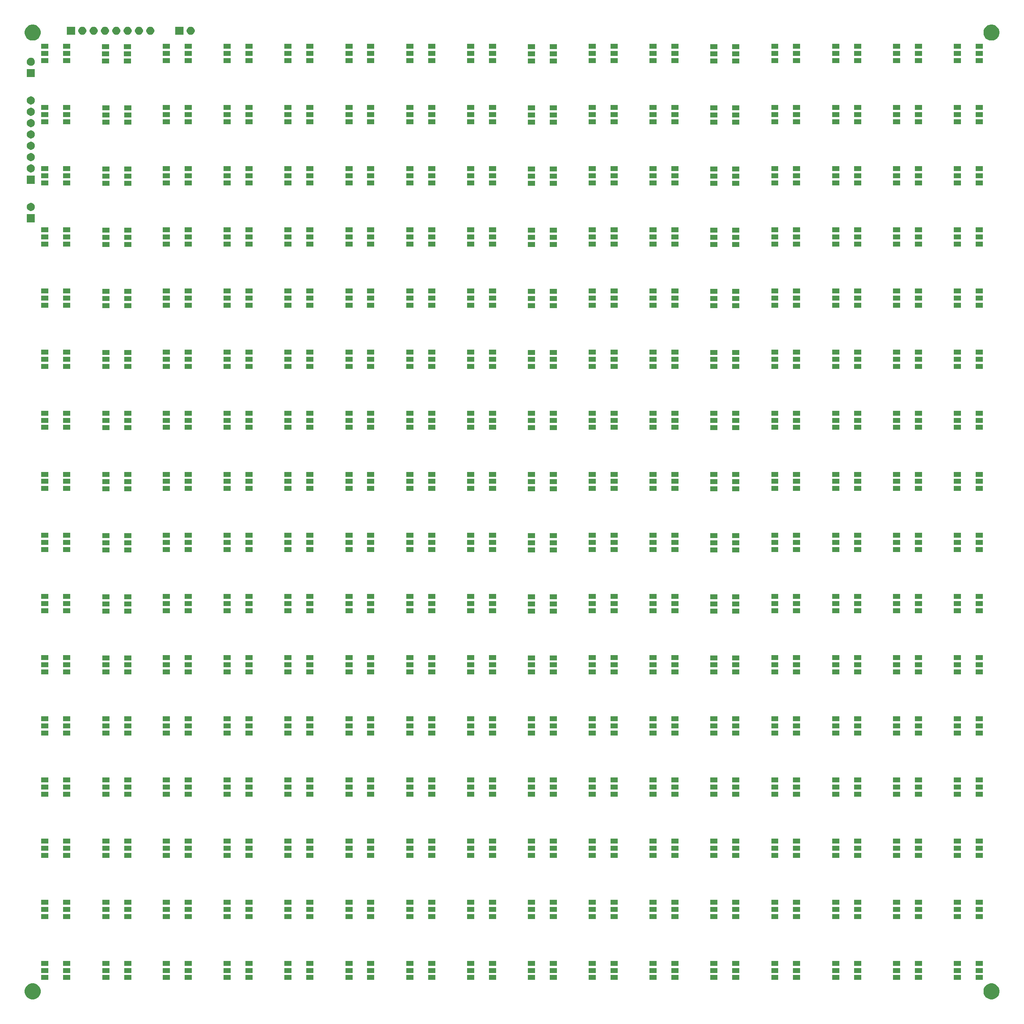
<source format=gbr>
%TF.GenerationSoftware,KiCad,Pcbnew,(5.1.5)-2*%
%TF.CreationDate,2019-12-29T12:45:17-05:00*%
%TF.ProjectId,main_led_pcb,6d61696e-5f6c-4656-945f-7063622e6b69,rev?*%
%TF.SameCoordinates,Original*%
%TF.FileFunction,Soldermask,Top*%
%TF.FilePolarity,Negative*%
%FSLAX46Y46*%
G04 Gerber Fmt 4.6, Leading zero omitted, Abs format (unit mm)*
G04 Created by KiCad (PCBNEW (5.1.5)-2) date 2019-12-29 12:45:17*
%MOMM*%
%LPD*%
G04 APERTURE LIST*
%ADD10C,0.100000*%
G04 APERTURE END LIST*
D10*
G36*
X218025331Y-215768211D02*
G01*
X218353092Y-215903974D01*
X218648070Y-216101072D01*
X218898928Y-216351930D01*
X219096026Y-216646908D01*
X219231789Y-216974669D01*
X219301000Y-217322616D01*
X219301000Y-217677384D01*
X219231789Y-218025331D01*
X219096026Y-218353092D01*
X218898928Y-218648070D01*
X218648070Y-218898928D01*
X218353092Y-219096026D01*
X218025331Y-219231789D01*
X217677384Y-219301000D01*
X217322616Y-219301000D01*
X216974669Y-219231789D01*
X216646908Y-219096026D01*
X216351930Y-218898928D01*
X216101072Y-218648070D01*
X215903974Y-218353092D01*
X215768211Y-218025331D01*
X215699000Y-217677384D01*
X215699000Y-217322616D01*
X215768211Y-216974669D01*
X215903974Y-216646908D01*
X216101072Y-216351930D01*
X216351930Y-216101072D01*
X216646908Y-215903974D01*
X216974669Y-215768211D01*
X217322616Y-215699000D01*
X217677384Y-215699000D01*
X218025331Y-215768211D01*
G37*
G36*
X3025331Y-215768211D02*
G01*
X3353092Y-215903974D01*
X3648070Y-216101072D01*
X3898928Y-216351930D01*
X4096026Y-216646908D01*
X4231789Y-216974669D01*
X4301000Y-217322616D01*
X4301000Y-217677384D01*
X4231789Y-218025331D01*
X4096026Y-218353092D01*
X3898928Y-218648070D01*
X3648070Y-218898928D01*
X3353092Y-219096026D01*
X3025331Y-219231789D01*
X2677384Y-219301000D01*
X2322616Y-219301000D01*
X1974669Y-219231789D01*
X1646908Y-219096026D01*
X1351930Y-218898928D01*
X1101072Y-218648070D01*
X903974Y-218353092D01*
X768211Y-218025331D01*
X699000Y-217677384D01*
X699000Y-217322616D01*
X768211Y-216974669D01*
X903974Y-216646908D01*
X1101072Y-216351930D01*
X1351930Y-216101072D01*
X1646908Y-215903974D01*
X1974669Y-215768211D01*
X2322616Y-215699000D01*
X2677384Y-215699000D01*
X3025331Y-215768211D01*
G37*
G36*
X92761000Y-214951000D02*
G01*
X91159000Y-214951000D01*
X91159000Y-213849000D01*
X92761000Y-213849000D01*
X92761000Y-214951000D01*
G37*
G36*
X38187700Y-214951000D02*
G01*
X36585700Y-214951000D01*
X36585700Y-213849000D01*
X38187700Y-213849000D01*
X38187700Y-214951000D01*
G37*
G36*
X74217700Y-214951000D02*
G01*
X72615700Y-214951000D01*
X72615700Y-213849000D01*
X74217700Y-213849000D01*
X74217700Y-214951000D01*
G37*
G36*
X210651000Y-214951000D02*
G01*
X209049000Y-214951000D01*
X209049000Y-213849000D01*
X210651000Y-213849000D01*
X210651000Y-214951000D01*
G37*
G36*
X10901000Y-214951000D02*
G01*
X9299000Y-214951000D01*
X9299000Y-213849000D01*
X10901000Y-213849000D01*
X10901000Y-214951000D01*
G37*
G36*
X6001000Y-214951000D02*
G01*
X4399000Y-214951000D01*
X4399000Y-213849000D01*
X6001000Y-213849000D01*
X6001000Y-214951000D01*
G37*
G36*
X24651000Y-214951000D02*
G01*
X23049000Y-214951000D01*
X23049000Y-213849000D01*
X24651000Y-213849000D01*
X24651000Y-214951000D01*
G37*
G36*
X19751000Y-214951000D02*
G01*
X18149000Y-214951000D01*
X18149000Y-213849000D01*
X19751000Y-213849000D01*
X19751000Y-214951000D01*
G37*
G36*
X33287700Y-214951000D02*
G01*
X31685700Y-214951000D01*
X31685700Y-213849000D01*
X33287700Y-213849000D01*
X33287700Y-214951000D01*
G37*
G36*
X51831000Y-214951000D02*
G01*
X50229000Y-214951000D01*
X50229000Y-213849000D01*
X51831000Y-213849000D01*
X51831000Y-214951000D01*
G37*
G36*
X215551000Y-214951000D02*
G01*
X213949000Y-214951000D01*
X213949000Y-213849000D01*
X215551000Y-213849000D01*
X215551000Y-214951000D01*
G37*
G36*
X46931000Y-214951000D02*
G01*
X45329000Y-214951000D01*
X45329000Y-213849000D01*
X46931000Y-213849000D01*
X46931000Y-214951000D01*
G37*
G36*
X65474300Y-214951000D02*
G01*
X63872300Y-214951000D01*
X63872300Y-213849000D01*
X65474300Y-213849000D01*
X65474300Y-214951000D01*
G37*
G36*
X60574300Y-214951000D02*
G01*
X58972300Y-214951000D01*
X58972300Y-213849000D01*
X60574300Y-213849000D01*
X60574300Y-214951000D01*
G37*
G36*
X79117700Y-214951000D02*
G01*
X77515700Y-214951000D01*
X77515700Y-213849000D01*
X79117700Y-213849000D01*
X79117700Y-214951000D01*
G37*
G36*
X201908000Y-214951000D02*
G01*
X200306000Y-214951000D01*
X200306000Y-213849000D01*
X201908000Y-213849000D01*
X201908000Y-214951000D01*
G37*
G36*
X106404000Y-214951000D02*
G01*
X104802000Y-214951000D01*
X104802000Y-213849000D01*
X106404000Y-213849000D01*
X106404000Y-214951000D01*
G37*
G36*
X128791000Y-214951000D02*
G01*
X127189000Y-214951000D01*
X127189000Y-213849000D01*
X128791000Y-213849000D01*
X128791000Y-214951000D01*
G37*
G36*
X183364000Y-214951000D02*
G01*
X181762000Y-214951000D01*
X181762000Y-213849000D01*
X183364000Y-213849000D01*
X183364000Y-214951000D01*
G37*
G36*
X188264000Y-214951000D02*
G01*
X186662000Y-214951000D01*
X186662000Y-213849000D01*
X188264000Y-213849000D01*
X188264000Y-214951000D01*
G37*
G36*
X169721000Y-214951000D02*
G01*
X168119000Y-214951000D01*
X168119000Y-213849000D01*
X169721000Y-213849000D01*
X169721000Y-214951000D01*
G37*
G36*
X174621000Y-214951000D02*
G01*
X173019000Y-214951000D01*
X173019000Y-213849000D01*
X174621000Y-213849000D01*
X174621000Y-214951000D01*
G37*
G36*
X156078000Y-214951000D02*
G01*
X154476000Y-214951000D01*
X154476000Y-213849000D01*
X156078000Y-213849000D01*
X156078000Y-214951000D01*
G37*
G36*
X160978000Y-214951000D02*
G01*
X159376000Y-214951000D01*
X159376000Y-213849000D01*
X160978000Y-213849000D01*
X160978000Y-214951000D01*
G37*
G36*
X142434000Y-214951000D02*
G01*
X140832000Y-214951000D01*
X140832000Y-213849000D01*
X142434000Y-213849000D01*
X142434000Y-214951000D01*
G37*
G36*
X197008000Y-214951000D02*
G01*
X195406000Y-214951000D01*
X195406000Y-213849000D01*
X197008000Y-213849000D01*
X197008000Y-214951000D01*
G37*
G36*
X133691000Y-214951000D02*
G01*
X132089000Y-214951000D01*
X132089000Y-213849000D01*
X133691000Y-213849000D01*
X133691000Y-214951000D01*
G37*
G36*
X115148000Y-214951000D02*
G01*
X113546000Y-214951000D01*
X113546000Y-213849000D01*
X115148000Y-213849000D01*
X115148000Y-214951000D01*
G37*
G36*
X120048000Y-214951000D02*
G01*
X118446000Y-214951000D01*
X118446000Y-213849000D01*
X120048000Y-213849000D01*
X120048000Y-214951000D01*
G37*
G36*
X101504000Y-214951000D02*
G01*
X99902000Y-214951000D01*
X99902000Y-213849000D01*
X101504000Y-213849000D01*
X101504000Y-214951000D01*
G37*
G36*
X87861000Y-214951000D02*
G01*
X86259000Y-214951000D01*
X86259000Y-213849000D01*
X87861000Y-213849000D01*
X87861000Y-214951000D01*
G37*
G36*
X147334000Y-214951000D02*
G01*
X145732000Y-214951000D01*
X145732000Y-213849000D01*
X147334000Y-213849000D01*
X147334000Y-214951000D01*
G37*
G36*
X10901000Y-213351000D02*
G01*
X9299000Y-213351000D01*
X9299000Y-212249000D01*
X10901000Y-212249000D01*
X10901000Y-213351000D01*
G37*
G36*
X156078000Y-213351000D02*
G01*
X154476000Y-213351000D01*
X154476000Y-212249000D01*
X156078000Y-212249000D01*
X156078000Y-213351000D01*
G37*
G36*
X142434000Y-213351000D02*
G01*
X140832000Y-213351000D01*
X140832000Y-212249000D01*
X142434000Y-212249000D01*
X142434000Y-213351000D01*
G37*
G36*
X46931000Y-213351000D02*
G01*
X45329000Y-213351000D01*
X45329000Y-212249000D01*
X46931000Y-212249000D01*
X46931000Y-213351000D01*
G37*
G36*
X160978000Y-213351000D02*
G01*
X159376000Y-213351000D01*
X159376000Y-212249000D01*
X160978000Y-212249000D01*
X160978000Y-213351000D01*
G37*
G36*
X60574300Y-213351000D02*
G01*
X58972300Y-213351000D01*
X58972300Y-212249000D01*
X60574300Y-212249000D01*
X60574300Y-213351000D01*
G37*
G36*
X147334000Y-213351000D02*
G01*
X145732000Y-213351000D01*
X145732000Y-212249000D01*
X147334000Y-212249000D01*
X147334000Y-213351000D01*
G37*
G36*
X51831000Y-213351000D02*
G01*
X50229000Y-213351000D01*
X50229000Y-212249000D01*
X51831000Y-212249000D01*
X51831000Y-213351000D01*
G37*
G36*
X210651000Y-213351000D02*
G01*
X209049000Y-213351000D01*
X209049000Y-212249000D01*
X210651000Y-212249000D01*
X210651000Y-213351000D01*
G37*
G36*
X128791000Y-213351000D02*
G01*
X127189000Y-213351000D01*
X127189000Y-212249000D01*
X128791000Y-212249000D01*
X128791000Y-213351000D01*
G37*
G36*
X215551000Y-213351000D02*
G01*
X213949000Y-213351000D01*
X213949000Y-212249000D01*
X215551000Y-212249000D01*
X215551000Y-213351000D01*
G37*
G36*
X120048000Y-213351000D02*
G01*
X118446000Y-213351000D01*
X118446000Y-212249000D01*
X120048000Y-212249000D01*
X120048000Y-213351000D01*
G37*
G36*
X6001000Y-213351000D02*
G01*
X4399000Y-213351000D01*
X4399000Y-212249000D01*
X6001000Y-212249000D01*
X6001000Y-213351000D01*
G37*
G36*
X19751000Y-213351000D02*
G01*
X18149000Y-213351000D01*
X18149000Y-212249000D01*
X19751000Y-212249000D01*
X19751000Y-213351000D01*
G37*
G36*
X24651000Y-213351000D02*
G01*
X23049000Y-213351000D01*
X23049000Y-212249000D01*
X24651000Y-212249000D01*
X24651000Y-213351000D01*
G37*
G36*
X133691000Y-213351000D02*
G01*
X132089000Y-213351000D01*
X132089000Y-212249000D01*
X133691000Y-212249000D01*
X133691000Y-213351000D01*
G37*
G36*
X174621000Y-213351000D02*
G01*
X173019000Y-213351000D01*
X173019000Y-212249000D01*
X174621000Y-212249000D01*
X174621000Y-213351000D01*
G37*
G36*
X65474300Y-213351000D02*
G01*
X63872300Y-213351000D01*
X63872300Y-212249000D01*
X65474300Y-212249000D01*
X65474300Y-213351000D01*
G37*
G36*
X201908000Y-213351000D02*
G01*
X200306000Y-213351000D01*
X200306000Y-212249000D01*
X201908000Y-212249000D01*
X201908000Y-213351000D01*
G37*
G36*
X106404000Y-213351000D02*
G01*
X104802000Y-213351000D01*
X104802000Y-212249000D01*
X106404000Y-212249000D01*
X106404000Y-213351000D01*
G37*
G36*
X197008000Y-213351000D02*
G01*
X195406000Y-213351000D01*
X195406000Y-212249000D01*
X197008000Y-212249000D01*
X197008000Y-213351000D01*
G37*
G36*
X33287700Y-213351000D02*
G01*
X31685700Y-213351000D01*
X31685700Y-212249000D01*
X33287700Y-212249000D01*
X33287700Y-213351000D01*
G37*
G36*
X101504000Y-213351000D02*
G01*
X99902000Y-213351000D01*
X99902000Y-212249000D01*
X101504000Y-212249000D01*
X101504000Y-213351000D01*
G37*
G36*
X183364000Y-213351000D02*
G01*
X181762000Y-213351000D01*
X181762000Y-212249000D01*
X183364000Y-212249000D01*
X183364000Y-213351000D01*
G37*
G36*
X92761000Y-213351000D02*
G01*
X91159000Y-213351000D01*
X91159000Y-212249000D01*
X92761000Y-212249000D01*
X92761000Y-213351000D01*
G37*
G36*
X87861000Y-213351000D02*
G01*
X86259000Y-213351000D01*
X86259000Y-212249000D01*
X87861000Y-212249000D01*
X87861000Y-213351000D01*
G37*
G36*
X188264000Y-213351000D02*
G01*
X186662000Y-213351000D01*
X186662000Y-212249000D01*
X188264000Y-212249000D01*
X188264000Y-213351000D01*
G37*
G36*
X115148000Y-213351000D02*
G01*
X113546000Y-213351000D01*
X113546000Y-212249000D01*
X115148000Y-212249000D01*
X115148000Y-213351000D01*
G37*
G36*
X38187700Y-213351000D02*
G01*
X36585700Y-213351000D01*
X36585700Y-212249000D01*
X38187700Y-212249000D01*
X38187700Y-213351000D01*
G37*
G36*
X169721000Y-213351000D02*
G01*
X168119000Y-213351000D01*
X168119000Y-212249000D01*
X169721000Y-212249000D01*
X169721000Y-213351000D01*
G37*
G36*
X79117700Y-213351000D02*
G01*
X77515700Y-213351000D01*
X77515700Y-212249000D01*
X79117700Y-212249000D01*
X79117700Y-213351000D01*
G37*
G36*
X74217700Y-213351000D02*
G01*
X72615700Y-213351000D01*
X72615700Y-212249000D01*
X74217700Y-212249000D01*
X74217700Y-213351000D01*
G37*
G36*
X128791000Y-211751000D02*
G01*
X127189000Y-211751000D01*
X127189000Y-210649000D01*
X128791000Y-210649000D01*
X128791000Y-211751000D01*
G37*
G36*
X133691000Y-211751000D02*
G01*
X132089000Y-211751000D01*
X132089000Y-210649000D01*
X133691000Y-210649000D01*
X133691000Y-211751000D01*
G37*
G36*
X147334000Y-211751000D02*
G01*
X145732000Y-211751000D01*
X145732000Y-210649000D01*
X147334000Y-210649000D01*
X147334000Y-211751000D01*
G37*
G36*
X142434000Y-211751000D02*
G01*
X140832000Y-211751000D01*
X140832000Y-210649000D01*
X142434000Y-210649000D01*
X142434000Y-211751000D01*
G37*
G36*
X46931000Y-211751000D02*
G01*
X45329000Y-211751000D01*
X45329000Y-210649000D01*
X46931000Y-210649000D01*
X46931000Y-211751000D01*
G37*
G36*
X156078000Y-211751000D02*
G01*
X154476000Y-211751000D01*
X154476000Y-210649000D01*
X156078000Y-210649000D01*
X156078000Y-211751000D01*
G37*
G36*
X174621000Y-211751000D02*
G01*
X173019000Y-211751000D01*
X173019000Y-210649000D01*
X174621000Y-210649000D01*
X174621000Y-211751000D01*
G37*
G36*
X169721000Y-211751000D02*
G01*
X168119000Y-211751000D01*
X168119000Y-210649000D01*
X169721000Y-210649000D01*
X169721000Y-211751000D01*
G37*
G36*
X188264000Y-211751000D02*
G01*
X186662000Y-211751000D01*
X186662000Y-210649000D01*
X188264000Y-210649000D01*
X188264000Y-211751000D01*
G37*
G36*
X183364000Y-211751000D02*
G01*
X181762000Y-211751000D01*
X181762000Y-210649000D01*
X183364000Y-210649000D01*
X183364000Y-211751000D01*
G37*
G36*
X197008000Y-211751000D02*
G01*
X195406000Y-211751000D01*
X195406000Y-210649000D01*
X197008000Y-210649000D01*
X197008000Y-211751000D01*
G37*
G36*
X201908000Y-211751000D02*
G01*
X200306000Y-211751000D01*
X200306000Y-210649000D01*
X201908000Y-210649000D01*
X201908000Y-211751000D01*
G37*
G36*
X215551000Y-211751000D02*
G01*
X213949000Y-211751000D01*
X213949000Y-210649000D01*
X215551000Y-210649000D01*
X215551000Y-211751000D01*
G37*
G36*
X210651000Y-211751000D02*
G01*
X209049000Y-211751000D01*
X209049000Y-210649000D01*
X210651000Y-210649000D01*
X210651000Y-211751000D01*
G37*
G36*
X60574300Y-211751000D02*
G01*
X58972300Y-211751000D01*
X58972300Y-210649000D01*
X60574300Y-210649000D01*
X60574300Y-211751000D01*
G37*
G36*
X65474300Y-211751000D02*
G01*
X63872300Y-211751000D01*
X63872300Y-210649000D01*
X65474300Y-210649000D01*
X65474300Y-211751000D01*
G37*
G36*
X120048000Y-211751000D02*
G01*
X118446000Y-211751000D01*
X118446000Y-210649000D01*
X120048000Y-210649000D01*
X120048000Y-211751000D01*
G37*
G36*
X115148000Y-211751000D02*
G01*
X113546000Y-211751000D01*
X113546000Y-210649000D01*
X115148000Y-210649000D01*
X115148000Y-211751000D01*
G37*
G36*
X38187700Y-211751000D02*
G01*
X36585700Y-211751000D01*
X36585700Y-210649000D01*
X38187700Y-210649000D01*
X38187700Y-211751000D01*
G37*
G36*
X10901000Y-211751000D02*
G01*
X9299000Y-211751000D01*
X9299000Y-210649000D01*
X10901000Y-210649000D01*
X10901000Y-211751000D01*
G37*
G36*
X24651000Y-211751000D02*
G01*
X23049000Y-211751000D01*
X23049000Y-210649000D01*
X24651000Y-210649000D01*
X24651000Y-211751000D01*
G37*
G36*
X79117700Y-211751000D02*
G01*
X77515700Y-211751000D01*
X77515700Y-210649000D01*
X79117700Y-210649000D01*
X79117700Y-211751000D01*
G37*
G36*
X6001000Y-211751000D02*
G01*
X4399000Y-211751000D01*
X4399000Y-210649000D01*
X6001000Y-210649000D01*
X6001000Y-211751000D01*
G37*
G36*
X51831000Y-211751000D02*
G01*
X50229000Y-211751000D01*
X50229000Y-210649000D01*
X51831000Y-210649000D01*
X51831000Y-211751000D01*
G37*
G36*
X19751000Y-211751000D02*
G01*
X18149000Y-211751000D01*
X18149000Y-210649000D01*
X19751000Y-210649000D01*
X19751000Y-211751000D01*
G37*
G36*
X33287700Y-211751000D02*
G01*
X31685700Y-211751000D01*
X31685700Y-210649000D01*
X33287700Y-210649000D01*
X33287700Y-211751000D01*
G37*
G36*
X160978000Y-211751000D02*
G01*
X159376000Y-211751000D01*
X159376000Y-210649000D01*
X160978000Y-210649000D01*
X160978000Y-211751000D01*
G37*
G36*
X74217700Y-211751000D02*
G01*
X72615700Y-211751000D01*
X72615700Y-210649000D01*
X74217700Y-210649000D01*
X74217700Y-211751000D01*
G37*
G36*
X92761000Y-211751000D02*
G01*
X91159000Y-211751000D01*
X91159000Y-210649000D01*
X92761000Y-210649000D01*
X92761000Y-211751000D01*
G37*
G36*
X87861000Y-211751000D02*
G01*
X86259000Y-211751000D01*
X86259000Y-210649000D01*
X87861000Y-210649000D01*
X87861000Y-211751000D01*
G37*
G36*
X106404000Y-211751000D02*
G01*
X104802000Y-211751000D01*
X104802000Y-210649000D01*
X106404000Y-210649000D01*
X106404000Y-211751000D01*
G37*
G36*
X101504000Y-211751000D02*
G01*
X99902000Y-211751000D01*
X99902000Y-210649000D01*
X101504000Y-210649000D01*
X101504000Y-211751000D01*
G37*
G36*
X120048000Y-201251000D02*
G01*
X118446000Y-201251000D01*
X118446000Y-200149000D01*
X120048000Y-200149000D01*
X120048000Y-201251000D01*
G37*
G36*
X160978000Y-201251000D02*
G01*
X159376000Y-201251000D01*
X159376000Y-200149000D01*
X160978000Y-200149000D01*
X160978000Y-201251000D01*
G37*
G36*
X115148000Y-201251000D02*
G01*
X113546000Y-201251000D01*
X113546000Y-200149000D01*
X115148000Y-200149000D01*
X115148000Y-201251000D01*
G37*
G36*
X156078000Y-201251000D02*
G01*
X154476000Y-201251000D01*
X154476000Y-200149000D01*
X156078000Y-200149000D01*
X156078000Y-201251000D01*
G37*
G36*
X24651000Y-201251000D02*
G01*
X23049000Y-201251000D01*
X23049000Y-200149000D01*
X24651000Y-200149000D01*
X24651000Y-201251000D01*
G37*
G36*
X19751000Y-201251000D02*
G01*
X18149000Y-201251000D01*
X18149000Y-200149000D01*
X19751000Y-200149000D01*
X19751000Y-201251000D01*
G37*
G36*
X92761000Y-201244000D02*
G01*
X91159000Y-201244000D01*
X91159000Y-200142000D01*
X92761000Y-200142000D01*
X92761000Y-201244000D01*
G37*
G36*
X6001000Y-201244000D02*
G01*
X4399000Y-201244000D01*
X4399000Y-200142000D01*
X6001000Y-200142000D01*
X6001000Y-201244000D01*
G37*
G36*
X106404000Y-201244000D02*
G01*
X104802000Y-201244000D01*
X104802000Y-200142000D01*
X106404000Y-200142000D01*
X106404000Y-201244000D01*
G37*
G36*
X33287700Y-201244000D02*
G01*
X31685700Y-201244000D01*
X31685700Y-200142000D01*
X33287700Y-200142000D01*
X33287700Y-201244000D01*
G37*
G36*
X128791000Y-201244000D02*
G01*
X127189000Y-201244000D01*
X127189000Y-200142000D01*
X128791000Y-200142000D01*
X128791000Y-201244000D01*
G37*
G36*
X101504000Y-201244000D02*
G01*
X99902000Y-201244000D01*
X99902000Y-200142000D01*
X101504000Y-200142000D01*
X101504000Y-201244000D01*
G37*
G36*
X133691000Y-201244000D02*
G01*
X132089000Y-201244000D01*
X132089000Y-200142000D01*
X133691000Y-200142000D01*
X133691000Y-201244000D01*
G37*
G36*
X142434000Y-201244000D02*
G01*
X140832000Y-201244000D01*
X140832000Y-200142000D01*
X142434000Y-200142000D01*
X142434000Y-201244000D01*
G37*
G36*
X38187700Y-201244000D02*
G01*
X36585700Y-201244000D01*
X36585700Y-200142000D01*
X38187700Y-200142000D01*
X38187700Y-201244000D01*
G37*
G36*
X147334000Y-201244000D02*
G01*
X145732000Y-201244000D01*
X145732000Y-200142000D01*
X147334000Y-200142000D01*
X147334000Y-201244000D01*
G37*
G36*
X169721000Y-201244000D02*
G01*
X168119000Y-201244000D01*
X168119000Y-200142000D01*
X169721000Y-200142000D01*
X169721000Y-201244000D01*
G37*
G36*
X174621000Y-201244000D02*
G01*
X173019000Y-201244000D01*
X173019000Y-200142000D01*
X174621000Y-200142000D01*
X174621000Y-201244000D01*
G37*
G36*
X46931000Y-201244000D02*
G01*
X45329000Y-201244000D01*
X45329000Y-200142000D01*
X46931000Y-200142000D01*
X46931000Y-201244000D01*
G37*
G36*
X10901000Y-201244000D02*
G01*
X9299000Y-201244000D01*
X9299000Y-200142000D01*
X10901000Y-200142000D01*
X10901000Y-201244000D01*
G37*
G36*
X183364000Y-201244000D02*
G01*
X181762000Y-201244000D01*
X181762000Y-200142000D01*
X183364000Y-200142000D01*
X183364000Y-201244000D01*
G37*
G36*
X74217700Y-201244000D02*
G01*
X72615700Y-201244000D01*
X72615700Y-200142000D01*
X74217700Y-200142000D01*
X74217700Y-201244000D01*
G37*
G36*
X188264000Y-201244000D02*
G01*
X186662000Y-201244000D01*
X186662000Y-200142000D01*
X188264000Y-200142000D01*
X188264000Y-201244000D01*
G37*
G36*
X87861000Y-201244000D02*
G01*
X86259000Y-201244000D01*
X86259000Y-200142000D01*
X87861000Y-200142000D01*
X87861000Y-201244000D01*
G37*
G36*
X79117700Y-201244000D02*
G01*
X77515700Y-201244000D01*
X77515700Y-200142000D01*
X79117700Y-200142000D01*
X79117700Y-201244000D01*
G37*
G36*
X65474300Y-201244000D02*
G01*
X63872300Y-201244000D01*
X63872300Y-200142000D01*
X65474300Y-200142000D01*
X65474300Y-201244000D01*
G37*
G36*
X215551000Y-201244000D02*
G01*
X213949000Y-201244000D01*
X213949000Y-200142000D01*
X215551000Y-200142000D01*
X215551000Y-201244000D01*
G37*
G36*
X210651000Y-201244000D02*
G01*
X209049000Y-201244000D01*
X209049000Y-200142000D01*
X210651000Y-200142000D01*
X210651000Y-201244000D01*
G37*
G36*
X201908000Y-201244000D02*
G01*
X200306000Y-201244000D01*
X200306000Y-200142000D01*
X201908000Y-200142000D01*
X201908000Y-201244000D01*
G37*
G36*
X197008000Y-201244000D02*
G01*
X195406000Y-201244000D01*
X195406000Y-200142000D01*
X197008000Y-200142000D01*
X197008000Y-201244000D01*
G37*
G36*
X51831000Y-201244000D02*
G01*
X50229000Y-201244000D01*
X50229000Y-200142000D01*
X51831000Y-200142000D01*
X51831000Y-201244000D01*
G37*
G36*
X60574300Y-201244000D02*
G01*
X58972300Y-201244000D01*
X58972300Y-200142000D01*
X60574300Y-200142000D01*
X60574300Y-201244000D01*
G37*
G36*
X115148000Y-199651000D02*
G01*
X113546000Y-199651000D01*
X113546000Y-198549000D01*
X115148000Y-198549000D01*
X115148000Y-199651000D01*
G37*
G36*
X19751000Y-199651000D02*
G01*
X18149000Y-199651000D01*
X18149000Y-198549000D01*
X19751000Y-198549000D01*
X19751000Y-199651000D01*
G37*
G36*
X24651000Y-199651000D02*
G01*
X23049000Y-199651000D01*
X23049000Y-198549000D01*
X24651000Y-198549000D01*
X24651000Y-199651000D01*
G37*
G36*
X120048000Y-199651000D02*
G01*
X118446000Y-199651000D01*
X118446000Y-198549000D01*
X120048000Y-198549000D01*
X120048000Y-199651000D01*
G37*
G36*
X160978000Y-199651000D02*
G01*
X159376000Y-199651000D01*
X159376000Y-198549000D01*
X160978000Y-198549000D01*
X160978000Y-199651000D01*
G37*
G36*
X156078000Y-199651000D02*
G01*
X154476000Y-199651000D01*
X154476000Y-198549000D01*
X156078000Y-198549000D01*
X156078000Y-199651000D01*
G37*
G36*
X87861000Y-199644000D02*
G01*
X86259000Y-199644000D01*
X86259000Y-198542000D01*
X87861000Y-198542000D01*
X87861000Y-199644000D01*
G37*
G36*
X174621000Y-199644000D02*
G01*
X173019000Y-199644000D01*
X173019000Y-198542000D01*
X174621000Y-198542000D01*
X174621000Y-199644000D01*
G37*
G36*
X92761000Y-199644000D02*
G01*
X91159000Y-199644000D01*
X91159000Y-198542000D01*
X92761000Y-198542000D01*
X92761000Y-199644000D01*
G37*
G36*
X74217700Y-199644000D02*
G01*
X72615700Y-199644000D01*
X72615700Y-198542000D01*
X74217700Y-198542000D01*
X74217700Y-199644000D01*
G37*
G36*
X79117700Y-199644000D02*
G01*
X77515700Y-199644000D01*
X77515700Y-198542000D01*
X79117700Y-198542000D01*
X79117700Y-199644000D01*
G37*
G36*
X60574300Y-199644000D02*
G01*
X58972300Y-199644000D01*
X58972300Y-198542000D01*
X60574300Y-198542000D01*
X60574300Y-199644000D01*
G37*
G36*
X65474300Y-199644000D02*
G01*
X63872300Y-199644000D01*
X63872300Y-198542000D01*
X65474300Y-198542000D01*
X65474300Y-199644000D01*
G37*
G36*
X46931000Y-199644000D02*
G01*
X45329000Y-199644000D01*
X45329000Y-198542000D01*
X46931000Y-198542000D01*
X46931000Y-199644000D01*
G37*
G36*
X51831000Y-199644000D02*
G01*
X50229000Y-199644000D01*
X50229000Y-198542000D01*
X51831000Y-198542000D01*
X51831000Y-199644000D01*
G37*
G36*
X33287700Y-199644000D02*
G01*
X31685700Y-199644000D01*
X31685700Y-198542000D01*
X33287700Y-198542000D01*
X33287700Y-199644000D01*
G37*
G36*
X38187700Y-199644000D02*
G01*
X36585700Y-199644000D01*
X36585700Y-198542000D01*
X38187700Y-198542000D01*
X38187700Y-199644000D01*
G37*
G36*
X6001000Y-199644000D02*
G01*
X4399000Y-199644000D01*
X4399000Y-198542000D01*
X6001000Y-198542000D01*
X6001000Y-199644000D01*
G37*
G36*
X10901000Y-199644000D02*
G01*
X9299000Y-199644000D01*
X9299000Y-198542000D01*
X10901000Y-198542000D01*
X10901000Y-199644000D01*
G37*
G36*
X210651000Y-199644000D02*
G01*
X209049000Y-199644000D01*
X209049000Y-198542000D01*
X210651000Y-198542000D01*
X210651000Y-199644000D01*
G37*
G36*
X101504000Y-199644000D02*
G01*
X99902000Y-199644000D01*
X99902000Y-198542000D01*
X101504000Y-198542000D01*
X101504000Y-199644000D01*
G37*
G36*
X133691000Y-199644000D02*
G01*
X132089000Y-199644000D01*
X132089000Y-198542000D01*
X133691000Y-198542000D01*
X133691000Y-199644000D01*
G37*
G36*
X128791000Y-199644000D02*
G01*
X127189000Y-199644000D01*
X127189000Y-198542000D01*
X128791000Y-198542000D01*
X128791000Y-199644000D01*
G37*
G36*
X147334000Y-199644000D02*
G01*
X145732000Y-199644000D01*
X145732000Y-198542000D01*
X147334000Y-198542000D01*
X147334000Y-199644000D01*
G37*
G36*
X169721000Y-199644000D02*
G01*
X168119000Y-199644000D01*
X168119000Y-198542000D01*
X169721000Y-198542000D01*
X169721000Y-199644000D01*
G37*
G36*
X188264000Y-199644000D02*
G01*
X186662000Y-199644000D01*
X186662000Y-198542000D01*
X188264000Y-198542000D01*
X188264000Y-199644000D01*
G37*
G36*
X183364000Y-199644000D02*
G01*
X181762000Y-199644000D01*
X181762000Y-198542000D01*
X183364000Y-198542000D01*
X183364000Y-199644000D01*
G37*
G36*
X197008000Y-199644000D02*
G01*
X195406000Y-199644000D01*
X195406000Y-198542000D01*
X197008000Y-198542000D01*
X197008000Y-199644000D01*
G37*
G36*
X201908000Y-199644000D02*
G01*
X200306000Y-199644000D01*
X200306000Y-198542000D01*
X201908000Y-198542000D01*
X201908000Y-199644000D01*
G37*
G36*
X215551000Y-199644000D02*
G01*
X213949000Y-199644000D01*
X213949000Y-198542000D01*
X215551000Y-198542000D01*
X215551000Y-199644000D01*
G37*
G36*
X106404000Y-199644000D02*
G01*
X104802000Y-199644000D01*
X104802000Y-198542000D01*
X106404000Y-198542000D01*
X106404000Y-199644000D01*
G37*
G36*
X142434000Y-199644000D02*
G01*
X140832000Y-199644000D01*
X140832000Y-198542000D01*
X142434000Y-198542000D01*
X142434000Y-199644000D01*
G37*
G36*
X24651000Y-198051000D02*
G01*
X23049000Y-198051000D01*
X23049000Y-196949000D01*
X24651000Y-196949000D01*
X24651000Y-198051000D01*
G37*
G36*
X160978000Y-198051000D02*
G01*
X159376000Y-198051000D01*
X159376000Y-196949000D01*
X160978000Y-196949000D01*
X160978000Y-198051000D01*
G37*
G36*
X19751000Y-198051000D02*
G01*
X18149000Y-198051000D01*
X18149000Y-196949000D01*
X19751000Y-196949000D01*
X19751000Y-198051000D01*
G37*
G36*
X156078000Y-198051000D02*
G01*
X154476000Y-198051000D01*
X154476000Y-196949000D01*
X156078000Y-196949000D01*
X156078000Y-198051000D01*
G37*
G36*
X115148000Y-198051000D02*
G01*
X113546000Y-198051000D01*
X113546000Y-196949000D01*
X115148000Y-196949000D01*
X115148000Y-198051000D01*
G37*
G36*
X120048000Y-198051000D02*
G01*
X118446000Y-198051000D01*
X118446000Y-196949000D01*
X120048000Y-196949000D01*
X120048000Y-198051000D01*
G37*
G36*
X6001000Y-198044000D02*
G01*
X4399000Y-198044000D01*
X4399000Y-196942000D01*
X6001000Y-196942000D01*
X6001000Y-198044000D01*
G37*
G36*
X74217700Y-198044000D02*
G01*
X72615700Y-198044000D01*
X72615700Y-196942000D01*
X74217700Y-196942000D01*
X74217700Y-198044000D01*
G37*
G36*
X60574300Y-198044000D02*
G01*
X58972300Y-198044000D01*
X58972300Y-196942000D01*
X60574300Y-196942000D01*
X60574300Y-198044000D01*
G37*
G36*
X210651000Y-198044000D02*
G01*
X209049000Y-198044000D01*
X209049000Y-196942000D01*
X210651000Y-196942000D01*
X210651000Y-198044000D01*
G37*
G36*
X197008000Y-198044000D02*
G01*
X195406000Y-198044000D01*
X195406000Y-196942000D01*
X197008000Y-196942000D01*
X197008000Y-198044000D01*
G37*
G36*
X215551000Y-198044000D02*
G01*
X213949000Y-198044000D01*
X213949000Y-196942000D01*
X215551000Y-196942000D01*
X215551000Y-198044000D01*
G37*
G36*
X188264000Y-198044000D02*
G01*
X186662000Y-198044000D01*
X186662000Y-196942000D01*
X188264000Y-196942000D01*
X188264000Y-198044000D01*
G37*
G36*
X183364000Y-198044000D02*
G01*
X181762000Y-198044000D01*
X181762000Y-196942000D01*
X183364000Y-196942000D01*
X183364000Y-198044000D01*
G37*
G36*
X174621000Y-198044000D02*
G01*
X173019000Y-198044000D01*
X173019000Y-196942000D01*
X174621000Y-196942000D01*
X174621000Y-198044000D01*
G37*
G36*
X79117700Y-198044000D02*
G01*
X77515700Y-198044000D01*
X77515700Y-196942000D01*
X79117700Y-196942000D01*
X79117700Y-198044000D01*
G37*
G36*
X38187700Y-198044000D02*
G01*
X36585700Y-198044000D01*
X36585700Y-196942000D01*
X38187700Y-196942000D01*
X38187700Y-198044000D01*
G37*
G36*
X169721000Y-198044000D02*
G01*
X168119000Y-198044000D01*
X168119000Y-196942000D01*
X169721000Y-196942000D01*
X169721000Y-198044000D01*
G37*
G36*
X201908000Y-198044000D02*
G01*
X200306000Y-198044000D01*
X200306000Y-196942000D01*
X201908000Y-196942000D01*
X201908000Y-198044000D01*
G37*
G36*
X142434000Y-198044000D02*
G01*
X140832000Y-198044000D01*
X140832000Y-196942000D01*
X142434000Y-196942000D01*
X142434000Y-198044000D01*
G37*
G36*
X133691000Y-198044000D02*
G01*
X132089000Y-198044000D01*
X132089000Y-196942000D01*
X133691000Y-196942000D01*
X133691000Y-198044000D01*
G37*
G36*
X51831000Y-198044000D02*
G01*
X50229000Y-198044000D01*
X50229000Y-196942000D01*
X51831000Y-196942000D01*
X51831000Y-198044000D01*
G37*
G36*
X10901000Y-198044000D02*
G01*
X9299000Y-198044000D01*
X9299000Y-196942000D01*
X10901000Y-196942000D01*
X10901000Y-198044000D01*
G37*
G36*
X128791000Y-198044000D02*
G01*
X127189000Y-198044000D01*
X127189000Y-196942000D01*
X128791000Y-196942000D01*
X128791000Y-198044000D01*
G37*
G36*
X106404000Y-198044000D02*
G01*
X104802000Y-198044000D01*
X104802000Y-196942000D01*
X106404000Y-196942000D01*
X106404000Y-198044000D01*
G37*
G36*
X46931000Y-198044000D02*
G01*
X45329000Y-198044000D01*
X45329000Y-196942000D01*
X46931000Y-196942000D01*
X46931000Y-198044000D01*
G37*
G36*
X101504000Y-198044000D02*
G01*
X99902000Y-198044000D01*
X99902000Y-196942000D01*
X101504000Y-196942000D01*
X101504000Y-198044000D01*
G37*
G36*
X92761000Y-198044000D02*
G01*
X91159000Y-198044000D01*
X91159000Y-196942000D01*
X92761000Y-196942000D01*
X92761000Y-198044000D01*
G37*
G36*
X65474300Y-198044000D02*
G01*
X63872300Y-198044000D01*
X63872300Y-196942000D01*
X65474300Y-196942000D01*
X65474300Y-198044000D01*
G37*
G36*
X87861000Y-198044000D02*
G01*
X86259000Y-198044000D01*
X86259000Y-196942000D01*
X87861000Y-196942000D01*
X87861000Y-198044000D01*
G37*
G36*
X147334000Y-198044000D02*
G01*
X145732000Y-198044000D01*
X145732000Y-196942000D01*
X147334000Y-196942000D01*
X147334000Y-198044000D01*
G37*
G36*
X33287700Y-198044000D02*
G01*
X31685700Y-198044000D01*
X31685700Y-196942000D01*
X33287700Y-196942000D01*
X33287700Y-198044000D01*
G37*
G36*
X24651000Y-187551000D02*
G01*
X23049000Y-187551000D01*
X23049000Y-186449000D01*
X24651000Y-186449000D01*
X24651000Y-187551000D01*
G37*
G36*
X19751000Y-187551000D02*
G01*
X18149000Y-187551000D01*
X18149000Y-186449000D01*
X19751000Y-186449000D01*
X19751000Y-187551000D01*
G37*
G36*
X115148000Y-187551000D02*
G01*
X113546000Y-187551000D01*
X113546000Y-186449000D01*
X115148000Y-186449000D01*
X115148000Y-187551000D01*
G37*
G36*
X120048000Y-187551000D02*
G01*
X118446000Y-187551000D01*
X118446000Y-186449000D01*
X120048000Y-186449000D01*
X120048000Y-187551000D01*
G37*
G36*
X160978000Y-187551000D02*
G01*
X159376000Y-187551000D01*
X159376000Y-186449000D01*
X160978000Y-186449000D01*
X160978000Y-187551000D01*
G37*
G36*
X156078000Y-187551000D02*
G01*
X154476000Y-187551000D01*
X154476000Y-186449000D01*
X156078000Y-186449000D01*
X156078000Y-187551000D01*
G37*
G36*
X197008000Y-187538000D02*
G01*
X195406000Y-187538000D01*
X195406000Y-186436000D01*
X197008000Y-186436000D01*
X197008000Y-187538000D01*
G37*
G36*
X10901000Y-187538000D02*
G01*
X9299000Y-187538000D01*
X9299000Y-186436000D01*
X10901000Y-186436000D01*
X10901000Y-187538000D01*
G37*
G36*
X6001000Y-187538000D02*
G01*
X4399000Y-187538000D01*
X4399000Y-186436000D01*
X6001000Y-186436000D01*
X6001000Y-187538000D01*
G37*
G36*
X183364000Y-187538000D02*
G01*
X181762000Y-187538000D01*
X181762000Y-186436000D01*
X183364000Y-186436000D01*
X183364000Y-187538000D01*
G37*
G36*
X210651000Y-187538000D02*
G01*
X209049000Y-187538000D01*
X209049000Y-186436000D01*
X210651000Y-186436000D01*
X210651000Y-187538000D01*
G37*
G36*
X188264000Y-187538000D02*
G01*
X186662000Y-187538000D01*
X186662000Y-186436000D01*
X188264000Y-186436000D01*
X188264000Y-187538000D01*
G37*
G36*
X174621000Y-187538000D02*
G01*
X173019000Y-187538000D01*
X173019000Y-186436000D01*
X174621000Y-186436000D01*
X174621000Y-187538000D01*
G37*
G36*
X215551000Y-187538000D02*
G01*
X213949000Y-187538000D01*
X213949000Y-186436000D01*
X215551000Y-186436000D01*
X215551000Y-187538000D01*
G37*
G36*
X38187700Y-187538000D02*
G01*
X36585700Y-187538000D01*
X36585700Y-186436000D01*
X38187700Y-186436000D01*
X38187700Y-187538000D01*
G37*
G36*
X46931000Y-187538000D02*
G01*
X45329000Y-187538000D01*
X45329000Y-186436000D01*
X46931000Y-186436000D01*
X46931000Y-187538000D01*
G37*
G36*
X51831000Y-187538000D02*
G01*
X50229000Y-187538000D01*
X50229000Y-186436000D01*
X51831000Y-186436000D01*
X51831000Y-187538000D01*
G37*
G36*
X60574300Y-187538000D02*
G01*
X58972300Y-187538000D01*
X58972300Y-186436000D01*
X60574300Y-186436000D01*
X60574300Y-187538000D01*
G37*
G36*
X201908000Y-187538000D02*
G01*
X200306000Y-187538000D01*
X200306000Y-186436000D01*
X201908000Y-186436000D01*
X201908000Y-187538000D01*
G37*
G36*
X74217700Y-187538000D02*
G01*
X72615700Y-187538000D01*
X72615700Y-186436000D01*
X74217700Y-186436000D01*
X74217700Y-187538000D01*
G37*
G36*
X65474300Y-187538000D02*
G01*
X63872300Y-187538000D01*
X63872300Y-186436000D01*
X65474300Y-186436000D01*
X65474300Y-187538000D01*
G37*
G36*
X101504000Y-187538000D02*
G01*
X99902000Y-187538000D01*
X99902000Y-186436000D01*
X101504000Y-186436000D01*
X101504000Y-187538000D01*
G37*
G36*
X133691000Y-187538000D02*
G01*
X132089000Y-187538000D01*
X132089000Y-186436000D01*
X133691000Y-186436000D01*
X133691000Y-187538000D01*
G37*
G36*
X106404000Y-187538000D02*
G01*
X104802000Y-187538000D01*
X104802000Y-186436000D01*
X106404000Y-186436000D01*
X106404000Y-187538000D01*
G37*
G36*
X128791000Y-187538000D02*
G01*
X127189000Y-187538000D01*
X127189000Y-186436000D01*
X128791000Y-186436000D01*
X128791000Y-187538000D01*
G37*
G36*
X169721000Y-187538000D02*
G01*
X168119000Y-187538000D01*
X168119000Y-186436000D01*
X169721000Y-186436000D01*
X169721000Y-187538000D01*
G37*
G36*
X147334000Y-187538000D02*
G01*
X145732000Y-187538000D01*
X145732000Y-186436000D01*
X147334000Y-186436000D01*
X147334000Y-187538000D01*
G37*
G36*
X142434000Y-187538000D02*
G01*
X140832000Y-187538000D01*
X140832000Y-186436000D01*
X142434000Y-186436000D01*
X142434000Y-187538000D01*
G37*
G36*
X79117700Y-187538000D02*
G01*
X77515700Y-187538000D01*
X77515700Y-186436000D01*
X79117700Y-186436000D01*
X79117700Y-187538000D01*
G37*
G36*
X87861000Y-187538000D02*
G01*
X86259000Y-187538000D01*
X86259000Y-186436000D01*
X87861000Y-186436000D01*
X87861000Y-187538000D01*
G37*
G36*
X33287700Y-187538000D02*
G01*
X31685700Y-187538000D01*
X31685700Y-186436000D01*
X33287700Y-186436000D01*
X33287700Y-187538000D01*
G37*
G36*
X92761000Y-187538000D02*
G01*
X91159000Y-187538000D01*
X91159000Y-186436000D01*
X92761000Y-186436000D01*
X92761000Y-187538000D01*
G37*
G36*
X19751000Y-185951000D02*
G01*
X18149000Y-185951000D01*
X18149000Y-184849000D01*
X19751000Y-184849000D01*
X19751000Y-185951000D01*
G37*
G36*
X156078000Y-185951000D02*
G01*
X154476000Y-185951000D01*
X154476000Y-184849000D01*
X156078000Y-184849000D01*
X156078000Y-185951000D01*
G37*
G36*
X160978000Y-185951000D02*
G01*
X159376000Y-185951000D01*
X159376000Y-184849000D01*
X160978000Y-184849000D01*
X160978000Y-185951000D01*
G37*
G36*
X115148000Y-185951000D02*
G01*
X113546000Y-185951000D01*
X113546000Y-184849000D01*
X115148000Y-184849000D01*
X115148000Y-185951000D01*
G37*
G36*
X120048000Y-185951000D02*
G01*
X118446000Y-185951000D01*
X118446000Y-184849000D01*
X120048000Y-184849000D01*
X120048000Y-185951000D01*
G37*
G36*
X24651000Y-185951000D02*
G01*
X23049000Y-185951000D01*
X23049000Y-184849000D01*
X24651000Y-184849000D01*
X24651000Y-185951000D01*
G37*
G36*
X210651000Y-185938000D02*
G01*
X209049000Y-185938000D01*
X209049000Y-184836000D01*
X210651000Y-184836000D01*
X210651000Y-185938000D01*
G37*
G36*
X174621000Y-185938000D02*
G01*
X173019000Y-185938000D01*
X173019000Y-184836000D01*
X174621000Y-184836000D01*
X174621000Y-185938000D01*
G37*
G36*
X6001000Y-185938000D02*
G01*
X4399000Y-185938000D01*
X4399000Y-184836000D01*
X6001000Y-184836000D01*
X6001000Y-185938000D01*
G37*
G36*
X147334000Y-185938000D02*
G01*
X145732000Y-185938000D01*
X145732000Y-184836000D01*
X147334000Y-184836000D01*
X147334000Y-185938000D01*
G37*
G36*
X142434000Y-185938000D02*
G01*
X140832000Y-185938000D01*
X140832000Y-184836000D01*
X142434000Y-184836000D01*
X142434000Y-185938000D01*
G37*
G36*
X133691000Y-185938000D02*
G01*
X132089000Y-185938000D01*
X132089000Y-184836000D01*
X133691000Y-184836000D01*
X133691000Y-185938000D01*
G37*
G36*
X128791000Y-185938000D02*
G01*
X127189000Y-185938000D01*
X127189000Y-184836000D01*
X128791000Y-184836000D01*
X128791000Y-185938000D01*
G37*
G36*
X188264000Y-185938000D02*
G01*
X186662000Y-185938000D01*
X186662000Y-184836000D01*
X188264000Y-184836000D01*
X188264000Y-185938000D01*
G37*
G36*
X101504000Y-185938000D02*
G01*
X99902000Y-185938000D01*
X99902000Y-184836000D01*
X101504000Y-184836000D01*
X101504000Y-185938000D01*
G37*
G36*
X92761000Y-185938000D02*
G01*
X91159000Y-185938000D01*
X91159000Y-184836000D01*
X92761000Y-184836000D01*
X92761000Y-185938000D01*
G37*
G36*
X87861000Y-185938000D02*
G01*
X86259000Y-185938000D01*
X86259000Y-184836000D01*
X87861000Y-184836000D01*
X87861000Y-185938000D01*
G37*
G36*
X79117700Y-185938000D02*
G01*
X77515700Y-185938000D01*
X77515700Y-184836000D01*
X79117700Y-184836000D01*
X79117700Y-185938000D01*
G37*
G36*
X106404000Y-185938000D02*
G01*
X104802000Y-185938000D01*
X104802000Y-184836000D01*
X106404000Y-184836000D01*
X106404000Y-185938000D01*
G37*
G36*
X201908000Y-185938000D02*
G01*
X200306000Y-185938000D01*
X200306000Y-184836000D01*
X201908000Y-184836000D01*
X201908000Y-185938000D01*
G37*
G36*
X169721000Y-185938000D02*
G01*
X168119000Y-185938000D01*
X168119000Y-184836000D01*
X169721000Y-184836000D01*
X169721000Y-185938000D01*
G37*
G36*
X38187700Y-185938000D02*
G01*
X36585700Y-185938000D01*
X36585700Y-184836000D01*
X38187700Y-184836000D01*
X38187700Y-185938000D01*
G37*
G36*
X33287700Y-185938000D02*
G01*
X31685700Y-185938000D01*
X31685700Y-184836000D01*
X33287700Y-184836000D01*
X33287700Y-185938000D01*
G37*
G36*
X215551000Y-185938000D02*
G01*
X213949000Y-185938000D01*
X213949000Y-184836000D01*
X215551000Y-184836000D01*
X215551000Y-185938000D01*
G37*
G36*
X46931000Y-185938000D02*
G01*
X45329000Y-185938000D01*
X45329000Y-184836000D01*
X46931000Y-184836000D01*
X46931000Y-185938000D01*
G37*
G36*
X51831000Y-185938000D02*
G01*
X50229000Y-185938000D01*
X50229000Y-184836000D01*
X51831000Y-184836000D01*
X51831000Y-185938000D01*
G37*
G36*
X183364000Y-185938000D02*
G01*
X181762000Y-185938000D01*
X181762000Y-184836000D01*
X183364000Y-184836000D01*
X183364000Y-185938000D01*
G37*
G36*
X60574300Y-185938000D02*
G01*
X58972300Y-185938000D01*
X58972300Y-184836000D01*
X60574300Y-184836000D01*
X60574300Y-185938000D01*
G37*
G36*
X65474300Y-185938000D02*
G01*
X63872300Y-185938000D01*
X63872300Y-184836000D01*
X65474300Y-184836000D01*
X65474300Y-185938000D01*
G37*
G36*
X197008000Y-185938000D02*
G01*
X195406000Y-185938000D01*
X195406000Y-184836000D01*
X197008000Y-184836000D01*
X197008000Y-185938000D01*
G37*
G36*
X74217700Y-185938000D02*
G01*
X72615700Y-185938000D01*
X72615700Y-184836000D01*
X74217700Y-184836000D01*
X74217700Y-185938000D01*
G37*
G36*
X10901000Y-185938000D02*
G01*
X9299000Y-185938000D01*
X9299000Y-184836000D01*
X10901000Y-184836000D01*
X10901000Y-185938000D01*
G37*
G36*
X24651000Y-184351000D02*
G01*
X23049000Y-184351000D01*
X23049000Y-183249000D01*
X24651000Y-183249000D01*
X24651000Y-184351000D01*
G37*
G36*
X115148000Y-184351000D02*
G01*
X113546000Y-184351000D01*
X113546000Y-183249000D01*
X115148000Y-183249000D01*
X115148000Y-184351000D01*
G37*
G36*
X120048000Y-184351000D02*
G01*
X118446000Y-184351000D01*
X118446000Y-183249000D01*
X120048000Y-183249000D01*
X120048000Y-184351000D01*
G37*
G36*
X160978000Y-184351000D02*
G01*
X159376000Y-184351000D01*
X159376000Y-183249000D01*
X160978000Y-183249000D01*
X160978000Y-184351000D01*
G37*
G36*
X19751000Y-184351000D02*
G01*
X18149000Y-184351000D01*
X18149000Y-183249000D01*
X19751000Y-183249000D01*
X19751000Y-184351000D01*
G37*
G36*
X156078000Y-184351000D02*
G01*
X154476000Y-184351000D01*
X154476000Y-183249000D01*
X156078000Y-183249000D01*
X156078000Y-184351000D01*
G37*
G36*
X46931000Y-184338000D02*
G01*
X45329000Y-184338000D01*
X45329000Y-183236000D01*
X46931000Y-183236000D01*
X46931000Y-184338000D01*
G37*
G36*
X79117700Y-184338000D02*
G01*
X77515700Y-184338000D01*
X77515700Y-183236000D01*
X79117700Y-183236000D01*
X79117700Y-184338000D01*
G37*
G36*
X87861000Y-184338000D02*
G01*
X86259000Y-184338000D01*
X86259000Y-183236000D01*
X87861000Y-183236000D01*
X87861000Y-184338000D01*
G37*
G36*
X92761000Y-184338000D02*
G01*
X91159000Y-184338000D01*
X91159000Y-183236000D01*
X92761000Y-183236000D01*
X92761000Y-184338000D01*
G37*
G36*
X101504000Y-184338000D02*
G01*
X99902000Y-184338000D01*
X99902000Y-183236000D01*
X101504000Y-183236000D01*
X101504000Y-184338000D01*
G37*
G36*
X106404000Y-184338000D02*
G01*
X104802000Y-184338000D01*
X104802000Y-183236000D01*
X106404000Y-183236000D01*
X106404000Y-184338000D01*
G37*
G36*
X128791000Y-184338000D02*
G01*
X127189000Y-184338000D01*
X127189000Y-183236000D01*
X128791000Y-183236000D01*
X128791000Y-184338000D01*
G37*
G36*
X215551000Y-184338000D02*
G01*
X213949000Y-184338000D01*
X213949000Y-183236000D01*
X215551000Y-183236000D01*
X215551000Y-184338000D01*
G37*
G36*
X133691000Y-184338000D02*
G01*
X132089000Y-184338000D01*
X132089000Y-183236000D01*
X133691000Y-183236000D01*
X133691000Y-184338000D01*
G37*
G36*
X201908000Y-184338000D02*
G01*
X200306000Y-184338000D01*
X200306000Y-183236000D01*
X201908000Y-183236000D01*
X201908000Y-184338000D01*
G37*
G36*
X197008000Y-184338000D02*
G01*
X195406000Y-184338000D01*
X195406000Y-183236000D01*
X197008000Y-183236000D01*
X197008000Y-184338000D01*
G37*
G36*
X188264000Y-184338000D02*
G01*
X186662000Y-184338000D01*
X186662000Y-183236000D01*
X188264000Y-183236000D01*
X188264000Y-184338000D01*
G37*
G36*
X183364000Y-184338000D02*
G01*
X181762000Y-184338000D01*
X181762000Y-183236000D01*
X183364000Y-183236000D01*
X183364000Y-184338000D01*
G37*
G36*
X169721000Y-184338000D02*
G01*
X168119000Y-184338000D01*
X168119000Y-183236000D01*
X169721000Y-183236000D01*
X169721000Y-184338000D01*
G37*
G36*
X147334000Y-184338000D02*
G01*
X145732000Y-184338000D01*
X145732000Y-183236000D01*
X147334000Y-183236000D01*
X147334000Y-184338000D01*
G37*
G36*
X142434000Y-184338000D02*
G01*
X140832000Y-184338000D01*
X140832000Y-183236000D01*
X142434000Y-183236000D01*
X142434000Y-184338000D01*
G37*
G36*
X210651000Y-184338000D02*
G01*
X209049000Y-184338000D01*
X209049000Y-183236000D01*
X210651000Y-183236000D01*
X210651000Y-184338000D01*
G37*
G36*
X6001000Y-184338000D02*
G01*
X4399000Y-184338000D01*
X4399000Y-183236000D01*
X6001000Y-183236000D01*
X6001000Y-184338000D01*
G37*
G36*
X10901000Y-184338000D02*
G01*
X9299000Y-184338000D01*
X9299000Y-183236000D01*
X10901000Y-183236000D01*
X10901000Y-184338000D01*
G37*
G36*
X33287700Y-184338000D02*
G01*
X31685700Y-184338000D01*
X31685700Y-183236000D01*
X33287700Y-183236000D01*
X33287700Y-184338000D01*
G37*
G36*
X38187700Y-184338000D02*
G01*
X36585700Y-184338000D01*
X36585700Y-183236000D01*
X38187700Y-183236000D01*
X38187700Y-184338000D01*
G37*
G36*
X74217700Y-184338000D02*
G01*
X72615700Y-184338000D01*
X72615700Y-183236000D01*
X74217700Y-183236000D01*
X74217700Y-184338000D01*
G37*
G36*
X51831000Y-184338000D02*
G01*
X50229000Y-184338000D01*
X50229000Y-183236000D01*
X51831000Y-183236000D01*
X51831000Y-184338000D01*
G37*
G36*
X65474300Y-184338000D02*
G01*
X63872300Y-184338000D01*
X63872300Y-183236000D01*
X65474300Y-183236000D01*
X65474300Y-184338000D01*
G37*
G36*
X60574300Y-184338000D02*
G01*
X58972300Y-184338000D01*
X58972300Y-183236000D01*
X60574300Y-183236000D01*
X60574300Y-184338000D01*
G37*
G36*
X174621000Y-184338000D02*
G01*
X173019000Y-184338000D01*
X173019000Y-183236000D01*
X174621000Y-183236000D01*
X174621000Y-184338000D01*
G37*
G36*
X115148000Y-173851000D02*
G01*
X113546000Y-173851000D01*
X113546000Y-172749000D01*
X115148000Y-172749000D01*
X115148000Y-173851000D01*
G37*
G36*
X160978000Y-173851000D02*
G01*
X159376000Y-173851000D01*
X159376000Y-172749000D01*
X160978000Y-172749000D01*
X160978000Y-173851000D01*
G37*
G36*
X120048000Y-173851000D02*
G01*
X118446000Y-173851000D01*
X118446000Y-172749000D01*
X120048000Y-172749000D01*
X120048000Y-173851000D01*
G37*
G36*
X24651000Y-173851000D02*
G01*
X23049000Y-173851000D01*
X23049000Y-172749000D01*
X24651000Y-172749000D01*
X24651000Y-173851000D01*
G37*
G36*
X19751000Y-173851000D02*
G01*
X18149000Y-173851000D01*
X18149000Y-172749000D01*
X19751000Y-172749000D01*
X19751000Y-173851000D01*
G37*
G36*
X156078000Y-173851000D02*
G01*
X154476000Y-173851000D01*
X154476000Y-172749000D01*
X156078000Y-172749000D01*
X156078000Y-173851000D01*
G37*
G36*
X197008000Y-173831000D02*
G01*
X195406000Y-173831000D01*
X195406000Y-172729000D01*
X197008000Y-172729000D01*
X197008000Y-173831000D01*
G37*
G36*
X183364000Y-173831000D02*
G01*
X181762000Y-173831000D01*
X181762000Y-172729000D01*
X183364000Y-172729000D01*
X183364000Y-173831000D01*
G37*
G36*
X174621000Y-173831000D02*
G01*
X173019000Y-173831000D01*
X173019000Y-172729000D01*
X174621000Y-172729000D01*
X174621000Y-173831000D01*
G37*
G36*
X169721000Y-173831000D02*
G01*
X168119000Y-173831000D01*
X168119000Y-172729000D01*
X169721000Y-172729000D01*
X169721000Y-173831000D01*
G37*
G36*
X147334000Y-173831000D02*
G01*
X145732000Y-173831000D01*
X145732000Y-172729000D01*
X147334000Y-172729000D01*
X147334000Y-173831000D01*
G37*
G36*
X142434000Y-173831000D02*
G01*
X140832000Y-173831000D01*
X140832000Y-172729000D01*
X142434000Y-172729000D01*
X142434000Y-173831000D01*
G37*
G36*
X133691000Y-173831000D02*
G01*
X132089000Y-173831000D01*
X132089000Y-172729000D01*
X133691000Y-172729000D01*
X133691000Y-173831000D01*
G37*
G36*
X128791000Y-173831000D02*
G01*
X127189000Y-173831000D01*
X127189000Y-172729000D01*
X128791000Y-172729000D01*
X128791000Y-173831000D01*
G37*
G36*
X106404000Y-173831000D02*
G01*
X104802000Y-173831000D01*
X104802000Y-172729000D01*
X106404000Y-172729000D01*
X106404000Y-173831000D01*
G37*
G36*
X101504000Y-173831000D02*
G01*
X99902000Y-173831000D01*
X99902000Y-172729000D01*
X101504000Y-172729000D01*
X101504000Y-173831000D01*
G37*
G36*
X201908000Y-173831000D02*
G01*
X200306000Y-173831000D01*
X200306000Y-172729000D01*
X201908000Y-172729000D01*
X201908000Y-173831000D01*
G37*
G36*
X87861000Y-173831000D02*
G01*
X86259000Y-173831000D01*
X86259000Y-172729000D01*
X87861000Y-172729000D01*
X87861000Y-173831000D01*
G37*
G36*
X79117700Y-173831000D02*
G01*
X77515700Y-173831000D01*
X77515700Y-172729000D01*
X79117700Y-172729000D01*
X79117700Y-173831000D01*
G37*
G36*
X65474300Y-173831000D02*
G01*
X63872300Y-173831000D01*
X63872300Y-172729000D01*
X65474300Y-172729000D01*
X65474300Y-173831000D01*
G37*
G36*
X74217700Y-173831000D02*
G01*
X72615700Y-173831000D01*
X72615700Y-172729000D01*
X74217700Y-172729000D01*
X74217700Y-173831000D01*
G37*
G36*
X188264000Y-173831000D02*
G01*
X186662000Y-173831000D01*
X186662000Y-172729000D01*
X188264000Y-172729000D01*
X188264000Y-173831000D01*
G37*
G36*
X215551000Y-173831000D02*
G01*
X213949000Y-173831000D01*
X213949000Y-172729000D01*
X215551000Y-172729000D01*
X215551000Y-173831000D01*
G37*
G36*
X210651000Y-173831000D02*
G01*
X209049000Y-173831000D01*
X209049000Y-172729000D01*
X210651000Y-172729000D01*
X210651000Y-173831000D01*
G37*
G36*
X92761000Y-173831000D02*
G01*
X91159000Y-173831000D01*
X91159000Y-172729000D01*
X92761000Y-172729000D01*
X92761000Y-173831000D01*
G37*
G36*
X6001000Y-173831000D02*
G01*
X4399000Y-173831000D01*
X4399000Y-172729000D01*
X6001000Y-172729000D01*
X6001000Y-173831000D01*
G37*
G36*
X33287700Y-173831000D02*
G01*
X31685700Y-173831000D01*
X31685700Y-172729000D01*
X33287700Y-172729000D01*
X33287700Y-173831000D01*
G37*
G36*
X38187700Y-173831000D02*
G01*
X36585700Y-173831000D01*
X36585700Y-172729000D01*
X38187700Y-172729000D01*
X38187700Y-173831000D01*
G37*
G36*
X46931000Y-173831000D02*
G01*
X45329000Y-173831000D01*
X45329000Y-172729000D01*
X46931000Y-172729000D01*
X46931000Y-173831000D01*
G37*
G36*
X51831000Y-173831000D02*
G01*
X50229000Y-173831000D01*
X50229000Y-172729000D01*
X51831000Y-172729000D01*
X51831000Y-173831000D01*
G37*
G36*
X60574300Y-173831000D02*
G01*
X58972300Y-173831000D01*
X58972300Y-172729000D01*
X60574300Y-172729000D01*
X60574300Y-173831000D01*
G37*
G36*
X10901000Y-173831000D02*
G01*
X9299000Y-173831000D01*
X9299000Y-172729000D01*
X10901000Y-172729000D01*
X10901000Y-173831000D01*
G37*
G36*
X120048000Y-172251000D02*
G01*
X118446000Y-172251000D01*
X118446000Y-171149000D01*
X120048000Y-171149000D01*
X120048000Y-172251000D01*
G37*
G36*
X24651000Y-172251000D02*
G01*
X23049000Y-172251000D01*
X23049000Y-171149000D01*
X24651000Y-171149000D01*
X24651000Y-172251000D01*
G37*
G36*
X19751000Y-172251000D02*
G01*
X18149000Y-172251000D01*
X18149000Y-171149000D01*
X19751000Y-171149000D01*
X19751000Y-172251000D01*
G37*
G36*
X115148000Y-172251000D02*
G01*
X113546000Y-172251000D01*
X113546000Y-171149000D01*
X115148000Y-171149000D01*
X115148000Y-172251000D01*
G37*
G36*
X160978000Y-172251000D02*
G01*
X159376000Y-172251000D01*
X159376000Y-171149000D01*
X160978000Y-171149000D01*
X160978000Y-172251000D01*
G37*
G36*
X156078000Y-172251000D02*
G01*
X154476000Y-172251000D01*
X154476000Y-171149000D01*
X156078000Y-171149000D01*
X156078000Y-172251000D01*
G37*
G36*
X33287700Y-172231000D02*
G01*
X31685700Y-172231000D01*
X31685700Y-171129000D01*
X33287700Y-171129000D01*
X33287700Y-172231000D01*
G37*
G36*
X74217700Y-172231000D02*
G01*
X72615700Y-172231000D01*
X72615700Y-171129000D01*
X74217700Y-171129000D01*
X74217700Y-172231000D01*
G37*
G36*
X174621000Y-172231000D02*
G01*
X173019000Y-172231000D01*
X173019000Y-171129000D01*
X174621000Y-171129000D01*
X174621000Y-172231000D01*
G37*
G36*
X38187700Y-172231000D02*
G01*
X36585700Y-172231000D01*
X36585700Y-171129000D01*
X38187700Y-171129000D01*
X38187700Y-172231000D01*
G37*
G36*
X169721000Y-172231000D02*
G01*
X168119000Y-172231000D01*
X168119000Y-171129000D01*
X169721000Y-171129000D01*
X169721000Y-172231000D01*
G37*
G36*
X188264000Y-172231000D02*
G01*
X186662000Y-172231000D01*
X186662000Y-171129000D01*
X188264000Y-171129000D01*
X188264000Y-172231000D01*
G37*
G36*
X183364000Y-172231000D02*
G01*
X181762000Y-172231000D01*
X181762000Y-171129000D01*
X183364000Y-171129000D01*
X183364000Y-172231000D01*
G37*
G36*
X197008000Y-172231000D02*
G01*
X195406000Y-172231000D01*
X195406000Y-171129000D01*
X197008000Y-171129000D01*
X197008000Y-172231000D01*
G37*
G36*
X201908000Y-172231000D02*
G01*
X200306000Y-172231000D01*
X200306000Y-171129000D01*
X201908000Y-171129000D01*
X201908000Y-172231000D01*
G37*
G36*
X6001000Y-172231000D02*
G01*
X4399000Y-172231000D01*
X4399000Y-171129000D01*
X6001000Y-171129000D01*
X6001000Y-172231000D01*
G37*
G36*
X215551000Y-172231000D02*
G01*
X213949000Y-172231000D01*
X213949000Y-171129000D01*
X215551000Y-171129000D01*
X215551000Y-172231000D01*
G37*
G36*
X10901000Y-172231000D02*
G01*
X9299000Y-172231000D01*
X9299000Y-171129000D01*
X10901000Y-171129000D01*
X10901000Y-172231000D01*
G37*
G36*
X210651000Y-172231000D02*
G01*
X209049000Y-172231000D01*
X209049000Y-171129000D01*
X210651000Y-171129000D01*
X210651000Y-172231000D01*
G37*
G36*
X51831000Y-172231000D02*
G01*
X50229000Y-172231000D01*
X50229000Y-171129000D01*
X51831000Y-171129000D01*
X51831000Y-172231000D01*
G37*
G36*
X46931000Y-172231000D02*
G01*
X45329000Y-172231000D01*
X45329000Y-171129000D01*
X46931000Y-171129000D01*
X46931000Y-172231000D01*
G37*
G36*
X65474300Y-172231000D02*
G01*
X63872300Y-172231000D01*
X63872300Y-171129000D01*
X65474300Y-171129000D01*
X65474300Y-172231000D01*
G37*
G36*
X60574300Y-172231000D02*
G01*
X58972300Y-172231000D01*
X58972300Y-171129000D01*
X60574300Y-171129000D01*
X60574300Y-172231000D01*
G37*
G36*
X79117700Y-172231000D02*
G01*
X77515700Y-172231000D01*
X77515700Y-171129000D01*
X79117700Y-171129000D01*
X79117700Y-172231000D01*
G37*
G36*
X92761000Y-172231000D02*
G01*
X91159000Y-172231000D01*
X91159000Y-171129000D01*
X92761000Y-171129000D01*
X92761000Y-172231000D01*
G37*
G36*
X87861000Y-172231000D02*
G01*
X86259000Y-172231000D01*
X86259000Y-171129000D01*
X87861000Y-171129000D01*
X87861000Y-172231000D01*
G37*
G36*
X106404000Y-172231000D02*
G01*
X104802000Y-172231000D01*
X104802000Y-171129000D01*
X106404000Y-171129000D01*
X106404000Y-172231000D01*
G37*
G36*
X133691000Y-172231000D02*
G01*
X132089000Y-172231000D01*
X132089000Y-171129000D01*
X133691000Y-171129000D01*
X133691000Y-172231000D01*
G37*
G36*
X128791000Y-172231000D02*
G01*
X127189000Y-172231000D01*
X127189000Y-171129000D01*
X128791000Y-171129000D01*
X128791000Y-172231000D01*
G37*
G36*
X147334000Y-172231000D02*
G01*
X145732000Y-172231000D01*
X145732000Y-171129000D01*
X147334000Y-171129000D01*
X147334000Y-172231000D01*
G37*
G36*
X101504000Y-172231000D02*
G01*
X99902000Y-172231000D01*
X99902000Y-171129000D01*
X101504000Y-171129000D01*
X101504000Y-172231000D01*
G37*
G36*
X142434000Y-172231000D02*
G01*
X140832000Y-172231000D01*
X140832000Y-171129000D01*
X142434000Y-171129000D01*
X142434000Y-172231000D01*
G37*
G36*
X115148000Y-170651000D02*
G01*
X113546000Y-170651000D01*
X113546000Y-169549000D01*
X115148000Y-169549000D01*
X115148000Y-170651000D01*
G37*
G36*
X120048000Y-170651000D02*
G01*
X118446000Y-170651000D01*
X118446000Y-169549000D01*
X120048000Y-169549000D01*
X120048000Y-170651000D01*
G37*
G36*
X19751000Y-170651000D02*
G01*
X18149000Y-170651000D01*
X18149000Y-169549000D01*
X19751000Y-169549000D01*
X19751000Y-170651000D01*
G37*
G36*
X24651000Y-170651000D02*
G01*
X23049000Y-170651000D01*
X23049000Y-169549000D01*
X24651000Y-169549000D01*
X24651000Y-170651000D01*
G37*
G36*
X160978000Y-170651000D02*
G01*
X159376000Y-170651000D01*
X159376000Y-169549000D01*
X160978000Y-169549000D01*
X160978000Y-170651000D01*
G37*
G36*
X156078000Y-170651000D02*
G01*
X154476000Y-170651000D01*
X154476000Y-169549000D01*
X156078000Y-169549000D01*
X156078000Y-170651000D01*
G37*
G36*
X46931000Y-170631000D02*
G01*
X45329000Y-170631000D01*
X45329000Y-169529000D01*
X46931000Y-169529000D01*
X46931000Y-170631000D01*
G37*
G36*
X174621000Y-170631000D02*
G01*
X173019000Y-170631000D01*
X173019000Y-169529000D01*
X174621000Y-169529000D01*
X174621000Y-170631000D01*
G37*
G36*
X38187700Y-170631000D02*
G01*
X36585700Y-170631000D01*
X36585700Y-169529000D01*
X38187700Y-169529000D01*
X38187700Y-170631000D01*
G37*
G36*
X33287700Y-170631000D02*
G01*
X31685700Y-170631000D01*
X31685700Y-169529000D01*
X33287700Y-169529000D01*
X33287700Y-170631000D01*
G37*
G36*
X51831000Y-170631000D02*
G01*
X50229000Y-170631000D01*
X50229000Y-169529000D01*
X51831000Y-169529000D01*
X51831000Y-170631000D01*
G37*
G36*
X65474300Y-170631000D02*
G01*
X63872300Y-170631000D01*
X63872300Y-169529000D01*
X65474300Y-169529000D01*
X65474300Y-170631000D01*
G37*
G36*
X60574300Y-170631000D02*
G01*
X58972300Y-170631000D01*
X58972300Y-169529000D01*
X60574300Y-169529000D01*
X60574300Y-170631000D01*
G37*
G36*
X79117700Y-170631000D02*
G01*
X77515700Y-170631000D01*
X77515700Y-169529000D01*
X79117700Y-169529000D01*
X79117700Y-170631000D01*
G37*
G36*
X169721000Y-170631000D02*
G01*
X168119000Y-170631000D01*
X168119000Y-169529000D01*
X169721000Y-169529000D01*
X169721000Y-170631000D01*
G37*
G36*
X92761000Y-170631000D02*
G01*
X91159000Y-170631000D01*
X91159000Y-169529000D01*
X92761000Y-169529000D01*
X92761000Y-170631000D01*
G37*
G36*
X87861000Y-170631000D02*
G01*
X86259000Y-170631000D01*
X86259000Y-169529000D01*
X87861000Y-169529000D01*
X87861000Y-170631000D01*
G37*
G36*
X106404000Y-170631000D02*
G01*
X104802000Y-170631000D01*
X104802000Y-169529000D01*
X106404000Y-169529000D01*
X106404000Y-170631000D01*
G37*
G36*
X142434000Y-170631000D02*
G01*
X140832000Y-170631000D01*
X140832000Y-169529000D01*
X142434000Y-169529000D01*
X142434000Y-170631000D01*
G37*
G36*
X133691000Y-170631000D02*
G01*
X132089000Y-170631000D01*
X132089000Y-169529000D01*
X133691000Y-169529000D01*
X133691000Y-170631000D01*
G37*
G36*
X128791000Y-170631000D02*
G01*
X127189000Y-170631000D01*
X127189000Y-169529000D01*
X128791000Y-169529000D01*
X128791000Y-170631000D01*
G37*
G36*
X147334000Y-170631000D02*
G01*
X145732000Y-170631000D01*
X145732000Y-169529000D01*
X147334000Y-169529000D01*
X147334000Y-170631000D01*
G37*
G36*
X74217700Y-170631000D02*
G01*
X72615700Y-170631000D01*
X72615700Y-169529000D01*
X74217700Y-169529000D01*
X74217700Y-170631000D01*
G37*
G36*
X210651000Y-170631000D02*
G01*
X209049000Y-170631000D01*
X209049000Y-169529000D01*
X210651000Y-169529000D01*
X210651000Y-170631000D01*
G37*
G36*
X188264000Y-170631000D02*
G01*
X186662000Y-170631000D01*
X186662000Y-169529000D01*
X188264000Y-169529000D01*
X188264000Y-170631000D01*
G37*
G36*
X215551000Y-170631000D02*
G01*
X213949000Y-170631000D01*
X213949000Y-169529000D01*
X215551000Y-169529000D01*
X215551000Y-170631000D01*
G37*
G36*
X10901000Y-170631000D02*
G01*
X9299000Y-170631000D01*
X9299000Y-169529000D01*
X10901000Y-169529000D01*
X10901000Y-170631000D01*
G37*
G36*
X201908000Y-170631000D02*
G01*
X200306000Y-170631000D01*
X200306000Y-169529000D01*
X201908000Y-169529000D01*
X201908000Y-170631000D01*
G37*
G36*
X183364000Y-170631000D02*
G01*
X181762000Y-170631000D01*
X181762000Y-169529000D01*
X183364000Y-169529000D01*
X183364000Y-170631000D01*
G37*
G36*
X6001000Y-170631000D02*
G01*
X4399000Y-170631000D01*
X4399000Y-169529000D01*
X6001000Y-169529000D01*
X6001000Y-170631000D01*
G37*
G36*
X197008000Y-170631000D02*
G01*
X195406000Y-170631000D01*
X195406000Y-169529000D01*
X197008000Y-169529000D01*
X197008000Y-170631000D01*
G37*
G36*
X101504000Y-170631000D02*
G01*
X99902000Y-170631000D01*
X99902000Y-169529000D01*
X101504000Y-169529000D01*
X101504000Y-170631000D01*
G37*
G36*
X120048000Y-160151000D02*
G01*
X118446000Y-160151000D01*
X118446000Y-159049000D01*
X120048000Y-159049000D01*
X120048000Y-160151000D01*
G37*
G36*
X19751000Y-160151000D02*
G01*
X18149000Y-160151000D01*
X18149000Y-159049000D01*
X19751000Y-159049000D01*
X19751000Y-160151000D01*
G37*
G36*
X24651000Y-160151000D02*
G01*
X23049000Y-160151000D01*
X23049000Y-159049000D01*
X24651000Y-159049000D01*
X24651000Y-160151000D01*
G37*
G36*
X156078000Y-160151000D02*
G01*
X154476000Y-160151000D01*
X154476000Y-159049000D01*
X156078000Y-159049000D01*
X156078000Y-160151000D01*
G37*
G36*
X160978000Y-160151000D02*
G01*
X159376000Y-160151000D01*
X159376000Y-159049000D01*
X160978000Y-159049000D01*
X160978000Y-160151000D01*
G37*
G36*
X115148000Y-160151000D02*
G01*
X113546000Y-160151000D01*
X113546000Y-159049000D01*
X115148000Y-159049000D01*
X115148000Y-160151000D01*
G37*
G36*
X101504000Y-160124000D02*
G01*
X99902000Y-160124000D01*
X99902000Y-159022000D01*
X101504000Y-159022000D01*
X101504000Y-160124000D01*
G37*
G36*
X60574300Y-160124000D02*
G01*
X58972300Y-160124000D01*
X58972300Y-159022000D01*
X60574300Y-159022000D01*
X60574300Y-160124000D01*
G37*
G36*
X65474300Y-160124000D02*
G01*
X63872300Y-160124000D01*
X63872300Y-159022000D01*
X65474300Y-159022000D01*
X65474300Y-160124000D01*
G37*
G36*
X46931000Y-160124000D02*
G01*
X45329000Y-160124000D01*
X45329000Y-159022000D01*
X46931000Y-159022000D01*
X46931000Y-160124000D01*
G37*
G36*
X51831000Y-160124000D02*
G01*
X50229000Y-160124000D01*
X50229000Y-159022000D01*
X51831000Y-159022000D01*
X51831000Y-160124000D01*
G37*
G36*
X33287700Y-160124000D02*
G01*
X31685700Y-160124000D01*
X31685700Y-159022000D01*
X33287700Y-159022000D01*
X33287700Y-160124000D01*
G37*
G36*
X38187700Y-160124000D02*
G01*
X36585700Y-160124000D01*
X36585700Y-159022000D01*
X38187700Y-159022000D01*
X38187700Y-160124000D01*
G37*
G36*
X6001000Y-160124000D02*
G01*
X4399000Y-160124000D01*
X4399000Y-159022000D01*
X6001000Y-159022000D01*
X6001000Y-160124000D01*
G37*
G36*
X10901000Y-160124000D02*
G01*
X9299000Y-160124000D01*
X9299000Y-159022000D01*
X10901000Y-159022000D01*
X10901000Y-160124000D01*
G37*
G36*
X92761000Y-160124000D02*
G01*
X91159000Y-160124000D01*
X91159000Y-159022000D01*
X92761000Y-159022000D01*
X92761000Y-160124000D01*
G37*
G36*
X87861000Y-160124000D02*
G01*
X86259000Y-160124000D01*
X86259000Y-159022000D01*
X87861000Y-159022000D01*
X87861000Y-160124000D01*
G37*
G36*
X106404000Y-160124000D02*
G01*
X104802000Y-160124000D01*
X104802000Y-159022000D01*
X106404000Y-159022000D01*
X106404000Y-160124000D01*
G37*
G36*
X79117700Y-160124000D02*
G01*
X77515700Y-160124000D01*
X77515700Y-159022000D01*
X79117700Y-159022000D01*
X79117700Y-160124000D01*
G37*
G36*
X128791000Y-160124000D02*
G01*
X127189000Y-160124000D01*
X127189000Y-159022000D01*
X128791000Y-159022000D01*
X128791000Y-160124000D01*
G37*
G36*
X133691000Y-160124000D02*
G01*
X132089000Y-160124000D01*
X132089000Y-159022000D01*
X133691000Y-159022000D01*
X133691000Y-160124000D01*
G37*
G36*
X188264000Y-160124000D02*
G01*
X186662000Y-160124000D01*
X186662000Y-159022000D01*
X188264000Y-159022000D01*
X188264000Y-160124000D01*
G37*
G36*
X74217700Y-160124000D02*
G01*
X72615700Y-160124000D01*
X72615700Y-159022000D01*
X74217700Y-159022000D01*
X74217700Y-160124000D01*
G37*
G36*
X183364000Y-160124000D02*
G01*
X181762000Y-160124000D01*
X181762000Y-159022000D01*
X183364000Y-159022000D01*
X183364000Y-160124000D01*
G37*
G36*
X197008000Y-160124000D02*
G01*
X195406000Y-160124000D01*
X195406000Y-159022000D01*
X197008000Y-159022000D01*
X197008000Y-160124000D01*
G37*
G36*
X201908000Y-160124000D02*
G01*
X200306000Y-160124000D01*
X200306000Y-159022000D01*
X201908000Y-159022000D01*
X201908000Y-160124000D01*
G37*
G36*
X210651000Y-160124000D02*
G01*
X209049000Y-160124000D01*
X209049000Y-159022000D01*
X210651000Y-159022000D01*
X210651000Y-160124000D01*
G37*
G36*
X215551000Y-160124000D02*
G01*
X213949000Y-160124000D01*
X213949000Y-159022000D01*
X215551000Y-159022000D01*
X215551000Y-160124000D01*
G37*
G36*
X147334000Y-160124000D02*
G01*
X145732000Y-160124000D01*
X145732000Y-159022000D01*
X147334000Y-159022000D01*
X147334000Y-160124000D01*
G37*
G36*
X142434000Y-160124000D02*
G01*
X140832000Y-160124000D01*
X140832000Y-159022000D01*
X142434000Y-159022000D01*
X142434000Y-160124000D01*
G37*
G36*
X169721000Y-160124000D02*
G01*
X168119000Y-160124000D01*
X168119000Y-159022000D01*
X169721000Y-159022000D01*
X169721000Y-160124000D01*
G37*
G36*
X174621000Y-160124000D02*
G01*
X173019000Y-160124000D01*
X173019000Y-159022000D01*
X174621000Y-159022000D01*
X174621000Y-160124000D01*
G37*
G36*
X156078000Y-158551000D02*
G01*
X154476000Y-158551000D01*
X154476000Y-157449000D01*
X156078000Y-157449000D01*
X156078000Y-158551000D01*
G37*
G36*
X160978000Y-158551000D02*
G01*
X159376000Y-158551000D01*
X159376000Y-157449000D01*
X160978000Y-157449000D01*
X160978000Y-158551000D01*
G37*
G36*
X19751000Y-158551000D02*
G01*
X18149000Y-158551000D01*
X18149000Y-157449000D01*
X19751000Y-157449000D01*
X19751000Y-158551000D01*
G37*
G36*
X24651000Y-158551000D02*
G01*
X23049000Y-158551000D01*
X23049000Y-157449000D01*
X24651000Y-157449000D01*
X24651000Y-158551000D01*
G37*
G36*
X115148000Y-158551000D02*
G01*
X113546000Y-158551000D01*
X113546000Y-157449000D01*
X115148000Y-157449000D01*
X115148000Y-158551000D01*
G37*
G36*
X120048000Y-158551000D02*
G01*
X118446000Y-158551000D01*
X118446000Y-157449000D01*
X120048000Y-157449000D01*
X120048000Y-158551000D01*
G37*
G36*
X46931000Y-158524000D02*
G01*
X45329000Y-158524000D01*
X45329000Y-157422000D01*
X46931000Y-157422000D01*
X46931000Y-158524000D01*
G37*
G36*
X133691000Y-158524000D02*
G01*
X132089000Y-158524000D01*
X132089000Y-157422000D01*
X133691000Y-157422000D01*
X133691000Y-158524000D01*
G37*
G36*
X142434000Y-158524000D02*
G01*
X140832000Y-158524000D01*
X140832000Y-157422000D01*
X142434000Y-157422000D01*
X142434000Y-158524000D01*
G37*
G36*
X51831000Y-158524000D02*
G01*
X50229000Y-158524000D01*
X50229000Y-157422000D01*
X51831000Y-157422000D01*
X51831000Y-158524000D01*
G37*
G36*
X197008000Y-158524000D02*
G01*
X195406000Y-158524000D01*
X195406000Y-157422000D01*
X197008000Y-157422000D01*
X197008000Y-158524000D01*
G37*
G36*
X183364000Y-158524000D02*
G01*
X181762000Y-158524000D01*
X181762000Y-157422000D01*
X183364000Y-157422000D01*
X183364000Y-158524000D01*
G37*
G36*
X188264000Y-158524000D02*
G01*
X186662000Y-158524000D01*
X186662000Y-157422000D01*
X188264000Y-157422000D01*
X188264000Y-158524000D01*
G37*
G36*
X60574300Y-158524000D02*
G01*
X58972300Y-158524000D01*
X58972300Y-157422000D01*
X60574300Y-157422000D01*
X60574300Y-158524000D01*
G37*
G36*
X65474300Y-158524000D02*
G01*
X63872300Y-158524000D01*
X63872300Y-157422000D01*
X65474300Y-157422000D01*
X65474300Y-158524000D01*
G37*
G36*
X106404000Y-158524000D02*
G01*
X104802000Y-158524000D01*
X104802000Y-157422000D01*
X106404000Y-157422000D01*
X106404000Y-158524000D01*
G37*
G36*
X101504000Y-158524000D02*
G01*
X99902000Y-158524000D01*
X99902000Y-157422000D01*
X101504000Y-157422000D01*
X101504000Y-158524000D01*
G37*
G36*
X128791000Y-158524000D02*
G01*
X127189000Y-158524000D01*
X127189000Y-157422000D01*
X128791000Y-157422000D01*
X128791000Y-158524000D01*
G37*
G36*
X169721000Y-158524000D02*
G01*
X168119000Y-158524000D01*
X168119000Y-157422000D01*
X169721000Y-157422000D01*
X169721000Y-158524000D01*
G37*
G36*
X6001000Y-158524000D02*
G01*
X4399000Y-158524000D01*
X4399000Y-157422000D01*
X6001000Y-157422000D01*
X6001000Y-158524000D01*
G37*
G36*
X33287700Y-158524000D02*
G01*
X31685700Y-158524000D01*
X31685700Y-157422000D01*
X33287700Y-157422000D01*
X33287700Y-158524000D01*
G37*
G36*
X74217700Y-158524000D02*
G01*
X72615700Y-158524000D01*
X72615700Y-157422000D01*
X74217700Y-157422000D01*
X74217700Y-158524000D01*
G37*
G36*
X10901000Y-158524000D02*
G01*
X9299000Y-158524000D01*
X9299000Y-157422000D01*
X10901000Y-157422000D01*
X10901000Y-158524000D01*
G37*
G36*
X147334000Y-158524000D02*
G01*
X145732000Y-158524000D01*
X145732000Y-157422000D01*
X147334000Y-157422000D01*
X147334000Y-158524000D01*
G37*
G36*
X201908000Y-158524000D02*
G01*
X200306000Y-158524000D01*
X200306000Y-157422000D01*
X201908000Y-157422000D01*
X201908000Y-158524000D01*
G37*
G36*
X92761000Y-158524000D02*
G01*
X91159000Y-158524000D01*
X91159000Y-157422000D01*
X92761000Y-157422000D01*
X92761000Y-158524000D01*
G37*
G36*
X87861000Y-158524000D02*
G01*
X86259000Y-158524000D01*
X86259000Y-157422000D01*
X87861000Y-157422000D01*
X87861000Y-158524000D01*
G37*
G36*
X79117700Y-158524000D02*
G01*
X77515700Y-158524000D01*
X77515700Y-157422000D01*
X79117700Y-157422000D01*
X79117700Y-158524000D01*
G37*
G36*
X215551000Y-158524000D02*
G01*
X213949000Y-158524000D01*
X213949000Y-157422000D01*
X215551000Y-157422000D01*
X215551000Y-158524000D01*
G37*
G36*
X210651000Y-158524000D02*
G01*
X209049000Y-158524000D01*
X209049000Y-157422000D01*
X210651000Y-157422000D01*
X210651000Y-158524000D01*
G37*
G36*
X174621000Y-158524000D02*
G01*
X173019000Y-158524000D01*
X173019000Y-157422000D01*
X174621000Y-157422000D01*
X174621000Y-158524000D01*
G37*
G36*
X38187700Y-158524000D02*
G01*
X36585700Y-158524000D01*
X36585700Y-157422000D01*
X38187700Y-157422000D01*
X38187700Y-158524000D01*
G37*
G36*
X19751000Y-156951000D02*
G01*
X18149000Y-156951000D01*
X18149000Y-155849000D01*
X19751000Y-155849000D01*
X19751000Y-156951000D01*
G37*
G36*
X115148000Y-156951000D02*
G01*
X113546000Y-156951000D01*
X113546000Y-155849000D01*
X115148000Y-155849000D01*
X115148000Y-156951000D01*
G37*
G36*
X120048000Y-156951000D02*
G01*
X118446000Y-156951000D01*
X118446000Y-155849000D01*
X120048000Y-155849000D01*
X120048000Y-156951000D01*
G37*
G36*
X160978000Y-156951000D02*
G01*
X159376000Y-156951000D01*
X159376000Y-155849000D01*
X160978000Y-155849000D01*
X160978000Y-156951000D01*
G37*
G36*
X24651000Y-156951000D02*
G01*
X23049000Y-156951000D01*
X23049000Y-155849000D01*
X24651000Y-155849000D01*
X24651000Y-156951000D01*
G37*
G36*
X156078000Y-156951000D02*
G01*
X154476000Y-156951000D01*
X154476000Y-155849000D01*
X156078000Y-155849000D01*
X156078000Y-156951000D01*
G37*
G36*
X6001000Y-156924000D02*
G01*
X4399000Y-156924000D01*
X4399000Y-155822000D01*
X6001000Y-155822000D01*
X6001000Y-156924000D01*
G37*
G36*
X38187700Y-156924000D02*
G01*
X36585700Y-156924000D01*
X36585700Y-155822000D01*
X38187700Y-155822000D01*
X38187700Y-156924000D01*
G37*
G36*
X33287700Y-156924000D02*
G01*
X31685700Y-156924000D01*
X31685700Y-155822000D01*
X33287700Y-155822000D01*
X33287700Y-156924000D01*
G37*
G36*
X51831000Y-156924000D02*
G01*
X50229000Y-156924000D01*
X50229000Y-155822000D01*
X51831000Y-155822000D01*
X51831000Y-156924000D01*
G37*
G36*
X46931000Y-156924000D02*
G01*
X45329000Y-156924000D01*
X45329000Y-155822000D01*
X46931000Y-155822000D01*
X46931000Y-156924000D01*
G37*
G36*
X65474300Y-156924000D02*
G01*
X63872300Y-156924000D01*
X63872300Y-155822000D01*
X65474300Y-155822000D01*
X65474300Y-156924000D01*
G37*
G36*
X60574300Y-156924000D02*
G01*
X58972300Y-156924000D01*
X58972300Y-155822000D01*
X60574300Y-155822000D01*
X60574300Y-156924000D01*
G37*
G36*
X128791000Y-156924000D02*
G01*
X127189000Y-156924000D01*
X127189000Y-155822000D01*
X128791000Y-155822000D01*
X128791000Y-156924000D01*
G37*
G36*
X133691000Y-156924000D02*
G01*
X132089000Y-156924000D01*
X132089000Y-155822000D01*
X133691000Y-155822000D01*
X133691000Y-156924000D01*
G37*
G36*
X142434000Y-156924000D02*
G01*
X140832000Y-156924000D01*
X140832000Y-155822000D01*
X142434000Y-155822000D01*
X142434000Y-156924000D01*
G37*
G36*
X101504000Y-156924000D02*
G01*
X99902000Y-156924000D01*
X99902000Y-155822000D01*
X101504000Y-155822000D01*
X101504000Y-156924000D01*
G37*
G36*
X106404000Y-156924000D02*
G01*
X104802000Y-156924000D01*
X104802000Y-155822000D01*
X106404000Y-155822000D01*
X106404000Y-156924000D01*
G37*
G36*
X215551000Y-156924000D02*
G01*
X213949000Y-156924000D01*
X213949000Y-155822000D01*
X215551000Y-155822000D01*
X215551000Y-156924000D01*
G37*
G36*
X201908000Y-156924000D02*
G01*
X200306000Y-156924000D01*
X200306000Y-155822000D01*
X201908000Y-155822000D01*
X201908000Y-156924000D01*
G37*
G36*
X79117700Y-156924000D02*
G01*
X77515700Y-156924000D01*
X77515700Y-155822000D01*
X79117700Y-155822000D01*
X79117700Y-156924000D01*
G37*
G36*
X74217700Y-156924000D02*
G01*
X72615700Y-156924000D01*
X72615700Y-155822000D01*
X74217700Y-155822000D01*
X74217700Y-156924000D01*
G37*
G36*
X147334000Y-156924000D02*
G01*
X145732000Y-156924000D01*
X145732000Y-155822000D01*
X147334000Y-155822000D01*
X147334000Y-156924000D01*
G37*
G36*
X169721000Y-156924000D02*
G01*
X168119000Y-156924000D01*
X168119000Y-155822000D01*
X169721000Y-155822000D01*
X169721000Y-156924000D01*
G37*
G36*
X10901000Y-156924000D02*
G01*
X9299000Y-156924000D01*
X9299000Y-155822000D01*
X10901000Y-155822000D01*
X10901000Y-156924000D01*
G37*
G36*
X174621000Y-156924000D02*
G01*
X173019000Y-156924000D01*
X173019000Y-155822000D01*
X174621000Y-155822000D01*
X174621000Y-156924000D01*
G37*
G36*
X197008000Y-156924000D02*
G01*
X195406000Y-156924000D01*
X195406000Y-155822000D01*
X197008000Y-155822000D01*
X197008000Y-156924000D01*
G37*
G36*
X183364000Y-156924000D02*
G01*
X181762000Y-156924000D01*
X181762000Y-155822000D01*
X183364000Y-155822000D01*
X183364000Y-156924000D01*
G37*
G36*
X188264000Y-156924000D02*
G01*
X186662000Y-156924000D01*
X186662000Y-155822000D01*
X188264000Y-155822000D01*
X188264000Y-156924000D01*
G37*
G36*
X92761000Y-156924000D02*
G01*
X91159000Y-156924000D01*
X91159000Y-155822000D01*
X92761000Y-155822000D01*
X92761000Y-156924000D01*
G37*
G36*
X210651000Y-156924000D02*
G01*
X209049000Y-156924000D01*
X209049000Y-155822000D01*
X210651000Y-155822000D01*
X210651000Y-156924000D01*
G37*
G36*
X87861000Y-156924000D02*
G01*
X86259000Y-156924000D01*
X86259000Y-155822000D01*
X87861000Y-155822000D01*
X87861000Y-156924000D01*
G37*
G36*
X156078000Y-146451000D02*
G01*
X154476000Y-146451000D01*
X154476000Y-145349000D01*
X156078000Y-145349000D01*
X156078000Y-146451000D01*
G37*
G36*
X19751000Y-146451000D02*
G01*
X18149000Y-146451000D01*
X18149000Y-145349000D01*
X19751000Y-145349000D01*
X19751000Y-146451000D01*
G37*
G36*
X24651000Y-146451000D02*
G01*
X23049000Y-146451000D01*
X23049000Y-145349000D01*
X24651000Y-145349000D01*
X24651000Y-146451000D01*
G37*
G36*
X120048000Y-146451000D02*
G01*
X118446000Y-146451000D01*
X118446000Y-145349000D01*
X120048000Y-145349000D01*
X120048000Y-146451000D01*
G37*
G36*
X115148000Y-146451000D02*
G01*
X113546000Y-146451000D01*
X113546000Y-145349000D01*
X115148000Y-145349000D01*
X115148000Y-146451000D01*
G37*
G36*
X160978000Y-146451000D02*
G01*
X159376000Y-146451000D01*
X159376000Y-145349000D01*
X160978000Y-145349000D01*
X160978000Y-146451000D01*
G37*
G36*
X51831000Y-146418000D02*
G01*
X50229000Y-146418000D01*
X50229000Y-145316000D01*
X51831000Y-145316000D01*
X51831000Y-146418000D01*
G37*
G36*
X46931000Y-146418000D02*
G01*
X45329000Y-146418000D01*
X45329000Y-145316000D01*
X46931000Y-145316000D01*
X46931000Y-146418000D01*
G37*
G36*
X210651000Y-146418000D02*
G01*
X209049000Y-146418000D01*
X209049000Y-145316000D01*
X210651000Y-145316000D01*
X210651000Y-146418000D01*
G37*
G36*
X174621000Y-146418000D02*
G01*
X173019000Y-146418000D01*
X173019000Y-145316000D01*
X174621000Y-145316000D01*
X174621000Y-146418000D01*
G37*
G36*
X65474300Y-146418000D02*
G01*
X63872300Y-146418000D01*
X63872300Y-145316000D01*
X65474300Y-145316000D01*
X65474300Y-146418000D01*
G37*
G36*
X6001000Y-146418000D02*
G01*
X4399000Y-146418000D01*
X4399000Y-145316000D01*
X6001000Y-145316000D01*
X6001000Y-146418000D01*
G37*
G36*
X201908000Y-146418000D02*
G01*
X200306000Y-146418000D01*
X200306000Y-145316000D01*
X201908000Y-145316000D01*
X201908000Y-146418000D01*
G37*
G36*
X10901000Y-146418000D02*
G01*
X9299000Y-146418000D01*
X9299000Y-145316000D01*
X10901000Y-145316000D01*
X10901000Y-146418000D01*
G37*
G36*
X38187700Y-146418000D02*
G01*
X36585700Y-146418000D01*
X36585700Y-145316000D01*
X38187700Y-145316000D01*
X38187700Y-146418000D01*
G37*
G36*
X60574300Y-146418000D02*
G01*
X58972300Y-146418000D01*
X58972300Y-145316000D01*
X60574300Y-145316000D01*
X60574300Y-146418000D01*
G37*
G36*
X79117700Y-146418000D02*
G01*
X77515700Y-146418000D01*
X77515700Y-145316000D01*
X79117700Y-145316000D01*
X79117700Y-146418000D01*
G37*
G36*
X74217700Y-146418000D02*
G01*
X72615700Y-146418000D01*
X72615700Y-145316000D01*
X74217700Y-145316000D01*
X74217700Y-146418000D01*
G37*
G36*
X92761000Y-146418000D02*
G01*
X91159000Y-146418000D01*
X91159000Y-145316000D01*
X92761000Y-145316000D01*
X92761000Y-146418000D01*
G37*
G36*
X87861000Y-146418000D02*
G01*
X86259000Y-146418000D01*
X86259000Y-145316000D01*
X87861000Y-145316000D01*
X87861000Y-146418000D01*
G37*
G36*
X183364000Y-146418000D02*
G01*
X181762000Y-146418000D01*
X181762000Y-145316000D01*
X183364000Y-145316000D01*
X183364000Y-146418000D01*
G37*
G36*
X33287700Y-146418000D02*
G01*
X31685700Y-146418000D01*
X31685700Y-145316000D01*
X33287700Y-145316000D01*
X33287700Y-146418000D01*
G37*
G36*
X197008000Y-146418000D02*
G01*
X195406000Y-146418000D01*
X195406000Y-145316000D01*
X197008000Y-145316000D01*
X197008000Y-146418000D01*
G37*
G36*
X142434000Y-146418000D02*
G01*
X140832000Y-146418000D01*
X140832000Y-145316000D01*
X142434000Y-145316000D01*
X142434000Y-146418000D01*
G37*
G36*
X169721000Y-146418000D02*
G01*
X168119000Y-146418000D01*
X168119000Y-145316000D01*
X169721000Y-145316000D01*
X169721000Y-146418000D01*
G37*
G36*
X147334000Y-146418000D02*
G01*
X145732000Y-146418000D01*
X145732000Y-145316000D01*
X147334000Y-145316000D01*
X147334000Y-146418000D01*
G37*
G36*
X215551000Y-146418000D02*
G01*
X213949000Y-146418000D01*
X213949000Y-145316000D01*
X215551000Y-145316000D01*
X215551000Y-146418000D01*
G37*
G36*
X133691000Y-146418000D02*
G01*
X132089000Y-146418000D01*
X132089000Y-145316000D01*
X133691000Y-145316000D01*
X133691000Y-146418000D01*
G37*
G36*
X188264000Y-146418000D02*
G01*
X186662000Y-146418000D01*
X186662000Y-145316000D01*
X188264000Y-145316000D01*
X188264000Y-146418000D01*
G37*
G36*
X101504000Y-146418000D02*
G01*
X99902000Y-146418000D01*
X99902000Y-145316000D01*
X101504000Y-145316000D01*
X101504000Y-146418000D01*
G37*
G36*
X106404000Y-146418000D02*
G01*
X104802000Y-146418000D01*
X104802000Y-145316000D01*
X106404000Y-145316000D01*
X106404000Y-146418000D01*
G37*
G36*
X128791000Y-146418000D02*
G01*
X127189000Y-146418000D01*
X127189000Y-145316000D01*
X128791000Y-145316000D01*
X128791000Y-146418000D01*
G37*
G36*
X160978000Y-144851000D02*
G01*
X159376000Y-144851000D01*
X159376000Y-143749000D01*
X160978000Y-143749000D01*
X160978000Y-144851000D01*
G37*
G36*
X115148000Y-144851000D02*
G01*
X113546000Y-144851000D01*
X113546000Y-143749000D01*
X115148000Y-143749000D01*
X115148000Y-144851000D01*
G37*
G36*
X120048000Y-144851000D02*
G01*
X118446000Y-144851000D01*
X118446000Y-143749000D01*
X120048000Y-143749000D01*
X120048000Y-144851000D01*
G37*
G36*
X24651000Y-144851000D02*
G01*
X23049000Y-144851000D01*
X23049000Y-143749000D01*
X24651000Y-143749000D01*
X24651000Y-144851000D01*
G37*
G36*
X156078000Y-144851000D02*
G01*
X154476000Y-144851000D01*
X154476000Y-143749000D01*
X156078000Y-143749000D01*
X156078000Y-144851000D01*
G37*
G36*
X19751000Y-144851000D02*
G01*
X18149000Y-144851000D01*
X18149000Y-143749000D01*
X19751000Y-143749000D01*
X19751000Y-144851000D01*
G37*
G36*
X174621000Y-144818000D02*
G01*
X173019000Y-144818000D01*
X173019000Y-143716000D01*
X174621000Y-143716000D01*
X174621000Y-144818000D01*
G37*
G36*
X87861000Y-144818000D02*
G01*
X86259000Y-144818000D01*
X86259000Y-143716000D01*
X87861000Y-143716000D01*
X87861000Y-144818000D01*
G37*
G36*
X74217700Y-144818000D02*
G01*
X72615700Y-144818000D01*
X72615700Y-143716000D01*
X74217700Y-143716000D01*
X74217700Y-144818000D01*
G37*
G36*
X79117700Y-144818000D02*
G01*
X77515700Y-144818000D01*
X77515700Y-143716000D01*
X79117700Y-143716000D01*
X79117700Y-144818000D01*
G37*
G36*
X60574300Y-144818000D02*
G01*
X58972300Y-144818000D01*
X58972300Y-143716000D01*
X60574300Y-143716000D01*
X60574300Y-144818000D01*
G37*
G36*
X46931000Y-144818000D02*
G01*
X45329000Y-144818000D01*
X45329000Y-143716000D01*
X46931000Y-143716000D01*
X46931000Y-144818000D01*
G37*
G36*
X215551000Y-144818000D02*
G01*
X213949000Y-144818000D01*
X213949000Y-143716000D01*
X215551000Y-143716000D01*
X215551000Y-144818000D01*
G37*
G36*
X201908000Y-144818000D02*
G01*
X200306000Y-144818000D01*
X200306000Y-143716000D01*
X201908000Y-143716000D01*
X201908000Y-144818000D01*
G37*
G36*
X210651000Y-144818000D02*
G01*
X209049000Y-144818000D01*
X209049000Y-143716000D01*
X210651000Y-143716000D01*
X210651000Y-144818000D01*
G37*
G36*
X38187700Y-144818000D02*
G01*
X36585700Y-144818000D01*
X36585700Y-143716000D01*
X38187700Y-143716000D01*
X38187700Y-144818000D01*
G37*
G36*
X6001000Y-144818000D02*
G01*
X4399000Y-144818000D01*
X4399000Y-143716000D01*
X6001000Y-143716000D01*
X6001000Y-144818000D01*
G37*
G36*
X10901000Y-144818000D02*
G01*
X9299000Y-144818000D01*
X9299000Y-143716000D01*
X10901000Y-143716000D01*
X10901000Y-144818000D01*
G37*
G36*
X51831000Y-144818000D02*
G01*
X50229000Y-144818000D01*
X50229000Y-143716000D01*
X51831000Y-143716000D01*
X51831000Y-144818000D01*
G37*
G36*
X197008000Y-144818000D02*
G01*
X195406000Y-144818000D01*
X195406000Y-143716000D01*
X197008000Y-143716000D01*
X197008000Y-144818000D01*
G37*
G36*
X183364000Y-144818000D02*
G01*
X181762000Y-144818000D01*
X181762000Y-143716000D01*
X183364000Y-143716000D01*
X183364000Y-144818000D01*
G37*
G36*
X65474300Y-144818000D02*
G01*
X63872300Y-144818000D01*
X63872300Y-143716000D01*
X65474300Y-143716000D01*
X65474300Y-144818000D01*
G37*
G36*
X92761000Y-144818000D02*
G01*
X91159000Y-144818000D01*
X91159000Y-143716000D01*
X92761000Y-143716000D01*
X92761000Y-144818000D01*
G37*
G36*
X142434000Y-144818000D02*
G01*
X140832000Y-144818000D01*
X140832000Y-143716000D01*
X142434000Y-143716000D01*
X142434000Y-144818000D01*
G37*
G36*
X169721000Y-144818000D02*
G01*
X168119000Y-144818000D01*
X168119000Y-143716000D01*
X169721000Y-143716000D01*
X169721000Y-144818000D01*
G37*
G36*
X106404000Y-144818000D02*
G01*
X104802000Y-144818000D01*
X104802000Y-143716000D01*
X106404000Y-143716000D01*
X106404000Y-144818000D01*
G37*
G36*
X188264000Y-144818000D02*
G01*
X186662000Y-144818000D01*
X186662000Y-143716000D01*
X188264000Y-143716000D01*
X188264000Y-144818000D01*
G37*
G36*
X33287700Y-144818000D02*
G01*
X31685700Y-144818000D01*
X31685700Y-143716000D01*
X33287700Y-143716000D01*
X33287700Y-144818000D01*
G37*
G36*
X128791000Y-144818000D02*
G01*
X127189000Y-144818000D01*
X127189000Y-143716000D01*
X128791000Y-143716000D01*
X128791000Y-144818000D01*
G37*
G36*
X101504000Y-144818000D02*
G01*
X99902000Y-144818000D01*
X99902000Y-143716000D01*
X101504000Y-143716000D01*
X101504000Y-144818000D01*
G37*
G36*
X133691000Y-144818000D02*
G01*
X132089000Y-144818000D01*
X132089000Y-143716000D01*
X133691000Y-143716000D01*
X133691000Y-144818000D01*
G37*
G36*
X147334000Y-144818000D02*
G01*
X145732000Y-144818000D01*
X145732000Y-143716000D01*
X147334000Y-143716000D01*
X147334000Y-144818000D01*
G37*
G36*
X120048000Y-143251000D02*
G01*
X118446000Y-143251000D01*
X118446000Y-142149000D01*
X120048000Y-142149000D01*
X120048000Y-143251000D01*
G37*
G36*
X115148000Y-143251000D02*
G01*
X113546000Y-143251000D01*
X113546000Y-142149000D01*
X115148000Y-142149000D01*
X115148000Y-143251000D01*
G37*
G36*
X156078000Y-143251000D02*
G01*
X154476000Y-143251000D01*
X154476000Y-142149000D01*
X156078000Y-142149000D01*
X156078000Y-143251000D01*
G37*
G36*
X19751000Y-143251000D02*
G01*
X18149000Y-143251000D01*
X18149000Y-142149000D01*
X19751000Y-142149000D01*
X19751000Y-143251000D01*
G37*
G36*
X24651000Y-143251000D02*
G01*
X23049000Y-143251000D01*
X23049000Y-142149000D01*
X24651000Y-142149000D01*
X24651000Y-143251000D01*
G37*
G36*
X160978000Y-143251000D02*
G01*
X159376000Y-143251000D01*
X159376000Y-142149000D01*
X160978000Y-142149000D01*
X160978000Y-143251000D01*
G37*
G36*
X101504000Y-143218000D02*
G01*
X99902000Y-143218000D01*
X99902000Y-142116000D01*
X101504000Y-142116000D01*
X101504000Y-143218000D01*
G37*
G36*
X142434000Y-143218000D02*
G01*
X140832000Y-143218000D01*
X140832000Y-142116000D01*
X142434000Y-142116000D01*
X142434000Y-143218000D01*
G37*
G36*
X133691000Y-143218000D02*
G01*
X132089000Y-143218000D01*
X132089000Y-142116000D01*
X133691000Y-142116000D01*
X133691000Y-143218000D01*
G37*
G36*
X128791000Y-143218000D02*
G01*
X127189000Y-143218000D01*
X127189000Y-142116000D01*
X128791000Y-142116000D01*
X128791000Y-143218000D01*
G37*
G36*
X106404000Y-143218000D02*
G01*
X104802000Y-143218000D01*
X104802000Y-142116000D01*
X106404000Y-142116000D01*
X106404000Y-143218000D01*
G37*
G36*
X87861000Y-143218000D02*
G01*
X86259000Y-143218000D01*
X86259000Y-142116000D01*
X87861000Y-142116000D01*
X87861000Y-143218000D01*
G37*
G36*
X79117700Y-143218000D02*
G01*
X77515700Y-143218000D01*
X77515700Y-142116000D01*
X79117700Y-142116000D01*
X79117700Y-143218000D01*
G37*
G36*
X74217700Y-143218000D02*
G01*
X72615700Y-143218000D01*
X72615700Y-142116000D01*
X74217700Y-142116000D01*
X74217700Y-143218000D01*
G37*
G36*
X65474300Y-143218000D02*
G01*
X63872300Y-143218000D01*
X63872300Y-142116000D01*
X65474300Y-142116000D01*
X65474300Y-143218000D01*
G37*
G36*
X60574300Y-143218000D02*
G01*
X58972300Y-143218000D01*
X58972300Y-142116000D01*
X60574300Y-142116000D01*
X60574300Y-143218000D01*
G37*
G36*
X51831000Y-143218000D02*
G01*
X50229000Y-143218000D01*
X50229000Y-142116000D01*
X51831000Y-142116000D01*
X51831000Y-143218000D01*
G37*
G36*
X46931000Y-143218000D02*
G01*
X45329000Y-143218000D01*
X45329000Y-142116000D01*
X46931000Y-142116000D01*
X46931000Y-143218000D01*
G37*
G36*
X38187700Y-143218000D02*
G01*
X36585700Y-143218000D01*
X36585700Y-142116000D01*
X38187700Y-142116000D01*
X38187700Y-143218000D01*
G37*
G36*
X10901000Y-143218000D02*
G01*
X9299000Y-143218000D01*
X9299000Y-142116000D01*
X10901000Y-142116000D01*
X10901000Y-143218000D01*
G37*
G36*
X6001000Y-143218000D02*
G01*
X4399000Y-143218000D01*
X4399000Y-142116000D01*
X6001000Y-142116000D01*
X6001000Y-143218000D01*
G37*
G36*
X92761000Y-143218000D02*
G01*
X91159000Y-143218000D01*
X91159000Y-142116000D01*
X92761000Y-142116000D01*
X92761000Y-143218000D01*
G37*
G36*
X201908000Y-143218000D02*
G01*
X200306000Y-143218000D01*
X200306000Y-142116000D01*
X201908000Y-142116000D01*
X201908000Y-143218000D01*
G37*
G36*
X147334000Y-143218000D02*
G01*
X145732000Y-143218000D01*
X145732000Y-142116000D01*
X147334000Y-142116000D01*
X147334000Y-143218000D01*
G37*
G36*
X197008000Y-143218000D02*
G01*
X195406000Y-143218000D01*
X195406000Y-142116000D01*
X197008000Y-142116000D01*
X197008000Y-143218000D01*
G37*
G36*
X183364000Y-143218000D02*
G01*
X181762000Y-143218000D01*
X181762000Y-142116000D01*
X183364000Y-142116000D01*
X183364000Y-143218000D01*
G37*
G36*
X188264000Y-143218000D02*
G01*
X186662000Y-143218000D01*
X186662000Y-142116000D01*
X188264000Y-142116000D01*
X188264000Y-143218000D01*
G37*
G36*
X169721000Y-143218000D02*
G01*
X168119000Y-143218000D01*
X168119000Y-142116000D01*
X169721000Y-142116000D01*
X169721000Y-143218000D01*
G37*
G36*
X174621000Y-143218000D02*
G01*
X173019000Y-143218000D01*
X173019000Y-142116000D01*
X174621000Y-142116000D01*
X174621000Y-143218000D01*
G37*
G36*
X215551000Y-143218000D02*
G01*
X213949000Y-143218000D01*
X213949000Y-142116000D01*
X215551000Y-142116000D01*
X215551000Y-143218000D01*
G37*
G36*
X210651000Y-143218000D02*
G01*
X209049000Y-143218000D01*
X209049000Y-142116000D01*
X210651000Y-142116000D01*
X210651000Y-143218000D01*
G37*
G36*
X33287700Y-143218000D02*
G01*
X31685700Y-143218000D01*
X31685700Y-142116000D01*
X33287700Y-142116000D01*
X33287700Y-143218000D01*
G37*
G36*
X120048000Y-132751000D02*
G01*
X118446000Y-132751000D01*
X118446000Y-131649000D01*
X120048000Y-131649000D01*
X120048000Y-132751000D01*
G37*
G36*
X24651000Y-132751000D02*
G01*
X23049000Y-132751000D01*
X23049000Y-131649000D01*
X24651000Y-131649000D01*
X24651000Y-132751000D01*
G37*
G36*
X19751000Y-132751000D02*
G01*
X18149000Y-132751000D01*
X18149000Y-131649000D01*
X19751000Y-131649000D01*
X19751000Y-132751000D01*
G37*
G36*
X115148000Y-132751000D02*
G01*
X113546000Y-132751000D01*
X113546000Y-131649000D01*
X115148000Y-131649000D01*
X115148000Y-132751000D01*
G37*
G36*
X160978000Y-132751000D02*
G01*
X159376000Y-132751000D01*
X159376000Y-131649000D01*
X160978000Y-131649000D01*
X160978000Y-132751000D01*
G37*
G36*
X156078000Y-132751000D02*
G01*
X154476000Y-132751000D01*
X154476000Y-131649000D01*
X156078000Y-131649000D01*
X156078000Y-132751000D01*
G37*
G36*
X183364000Y-132711000D02*
G01*
X181762000Y-132711000D01*
X181762000Y-131609000D01*
X183364000Y-131609000D01*
X183364000Y-132711000D01*
G37*
G36*
X174621000Y-132711000D02*
G01*
X173019000Y-132711000D01*
X173019000Y-131609000D01*
X174621000Y-131609000D01*
X174621000Y-132711000D01*
G37*
G36*
X169721000Y-132711000D02*
G01*
X168119000Y-132711000D01*
X168119000Y-131609000D01*
X169721000Y-131609000D01*
X169721000Y-132711000D01*
G37*
G36*
X147334000Y-132711000D02*
G01*
X145732000Y-132711000D01*
X145732000Y-131609000D01*
X147334000Y-131609000D01*
X147334000Y-132711000D01*
G37*
G36*
X142434000Y-132711000D02*
G01*
X140832000Y-132711000D01*
X140832000Y-131609000D01*
X142434000Y-131609000D01*
X142434000Y-132711000D01*
G37*
G36*
X133691000Y-132711000D02*
G01*
X132089000Y-132711000D01*
X132089000Y-131609000D01*
X133691000Y-131609000D01*
X133691000Y-132711000D01*
G37*
G36*
X128791000Y-132711000D02*
G01*
X127189000Y-132711000D01*
X127189000Y-131609000D01*
X128791000Y-131609000D01*
X128791000Y-132711000D01*
G37*
G36*
X33287700Y-132711000D02*
G01*
X31685700Y-132711000D01*
X31685700Y-131609000D01*
X33287700Y-131609000D01*
X33287700Y-132711000D01*
G37*
G36*
X101504000Y-132711000D02*
G01*
X99902000Y-132711000D01*
X99902000Y-131609000D01*
X101504000Y-131609000D01*
X101504000Y-132711000D01*
G37*
G36*
X106404000Y-132711000D02*
G01*
X104802000Y-132711000D01*
X104802000Y-131609000D01*
X106404000Y-131609000D01*
X106404000Y-132711000D01*
G37*
G36*
X87861000Y-132711000D02*
G01*
X86259000Y-132711000D01*
X86259000Y-131609000D01*
X87861000Y-131609000D01*
X87861000Y-132711000D01*
G37*
G36*
X92761000Y-132711000D02*
G01*
X91159000Y-132711000D01*
X91159000Y-131609000D01*
X92761000Y-131609000D01*
X92761000Y-132711000D01*
G37*
G36*
X74217700Y-132711000D02*
G01*
X72615700Y-132711000D01*
X72615700Y-131609000D01*
X74217700Y-131609000D01*
X74217700Y-132711000D01*
G37*
G36*
X60574300Y-132711000D02*
G01*
X58972300Y-132711000D01*
X58972300Y-131609000D01*
X60574300Y-131609000D01*
X60574300Y-132711000D01*
G37*
G36*
X79117700Y-132711000D02*
G01*
X77515700Y-132711000D01*
X77515700Y-131609000D01*
X79117700Y-131609000D01*
X79117700Y-132711000D01*
G37*
G36*
X215551000Y-132711000D02*
G01*
X213949000Y-132711000D01*
X213949000Y-131609000D01*
X215551000Y-131609000D01*
X215551000Y-132711000D01*
G37*
G36*
X51831000Y-132711000D02*
G01*
X50229000Y-132711000D01*
X50229000Y-131609000D01*
X51831000Y-131609000D01*
X51831000Y-132711000D01*
G37*
G36*
X197008000Y-132711000D02*
G01*
X195406000Y-132711000D01*
X195406000Y-131609000D01*
X197008000Y-131609000D01*
X197008000Y-132711000D01*
G37*
G36*
X201908000Y-132711000D02*
G01*
X200306000Y-132711000D01*
X200306000Y-131609000D01*
X201908000Y-131609000D01*
X201908000Y-132711000D01*
G37*
G36*
X210651000Y-132711000D02*
G01*
X209049000Y-132711000D01*
X209049000Y-131609000D01*
X210651000Y-131609000D01*
X210651000Y-132711000D01*
G37*
G36*
X6001000Y-132711000D02*
G01*
X4399000Y-132711000D01*
X4399000Y-131609000D01*
X6001000Y-131609000D01*
X6001000Y-132711000D01*
G37*
G36*
X10901000Y-132711000D02*
G01*
X9299000Y-132711000D01*
X9299000Y-131609000D01*
X10901000Y-131609000D01*
X10901000Y-132711000D01*
G37*
G36*
X65474300Y-132711000D02*
G01*
X63872300Y-132711000D01*
X63872300Y-131609000D01*
X65474300Y-131609000D01*
X65474300Y-132711000D01*
G37*
G36*
X46931000Y-132711000D02*
G01*
X45329000Y-132711000D01*
X45329000Y-131609000D01*
X46931000Y-131609000D01*
X46931000Y-132711000D01*
G37*
G36*
X38187700Y-132711000D02*
G01*
X36585700Y-132711000D01*
X36585700Y-131609000D01*
X38187700Y-131609000D01*
X38187700Y-132711000D01*
G37*
G36*
X188264000Y-132711000D02*
G01*
X186662000Y-132711000D01*
X186662000Y-131609000D01*
X188264000Y-131609000D01*
X188264000Y-132711000D01*
G37*
G36*
X160978000Y-131151000D02*
G01*
X159376000Y-131151000D01*
X159376000Y-130049000D01*
X160978000Y-130049000D01*
X160978000Y-131151000D01*
G37*
G36*
X115148000Y-131151000D02*
G01*
X113546000Y-131151000D01*
X113546000Y-130049000D01*
X115148000Y-130049000D01*
X115148000Y-131151000D01*
G37*
G36*
X156078000Y-131151000D02*
G01*
X154476000Y-131151000D01*
X154476000Y-130049000D01*
X156078000Y-130049000D01*
X156078000Y-131151000D01*
G37*
G36*
X120048000Y-131151000D02*
G01*
X118446000Y-131151000D01*
X118446000Y-130049000D01*
X120048000Y-130049000D01*
X120048000Y-131151000D01*
G37*
G36*
X24651000Y-131151000D02*
G01*
X23049000Y-131151000D01*
X23049000Y-130049000D01*
X24651000Y-130049000D01*
X24651000Y-131151000D01*
G37*
G36*
X19751000Y-131151000D02*
G01*
X18149000Y-131151000D01*
X18149000Y-130049000D01*
X19751000Y-130049000D01*
X19751000Y-131151000D01*
G37*
G36*
X51831000Y-131111000D02*
G01*
X50229000Y-131111000D01*
X50229000Y-130009000D01*
X51831000Y-130009000D01*
X51831000Y-131111000D01*
G37*
G36*
X60574300Y-131111000D02*
G01*
X58972300Y-131111000D01*
X58972300Y-130009000D01*
X60574300Y-130009000D01*
X60574300Y-131111000D01*
G37*
G36*
X215551000Y-131111000D02*
G01*
X213949000Y-131111000D01*
X213949000Y-130009000D01*
X215551000Y-130009000D01*
X215551000Y-131111000D01*
G37*
G36*
X197008000Y-131111000D02*
G01*
X195406000Y-131111000D01*
X195406000Y-130009000D01*
X197008000Y-130009000D01*
X197008000Y-131111000D01*
G37*
G36*
X183364000Y-131111000D02*
G01*
X181762000Y-131111000D01*
X181762000Y-130009000D01*
X183364000Y-130009000D01*
X183364000Y-131111000D01*
G37*
G36*
X188264000Y-131111000D02*
G01*
X186662000Y-131111000D01*
X186662000Y-130009000D01*
X188264000Y-130009000D01*
X188264000Y-131111000D01*
G37*
G36*
X169721000Y-131111000D02*
G01*
X168119000Y-131111000D01*
X168119000Y-130009000D01*
X169721000Y-130009000D01*
X169721000Y-131111000D01*
G37*
G36*
X174621000Y-131111000D02*
G01*
X173019000Y-131111000D01*
X173019000Y-130009000D01*
X174621000Y-130009000D01*
X174621000Y-131111000D01*
G37*
G36*
X133691000Y-131111000D02*
G01*
X132089000Y-131111000D01*
X132089000Y-130009000D01*
X133691000Y-130009000D01*
X133691000Y-131111000D01*
G37*
G36*
X147334000Y-131111000D02*
G01*
X145732000Y-131111000D01*
X145732000Y-130009000D01*
X147334000Y-130009000D01*
X147334000Y-131111000D01*
G37*
G36*
X142434000Y-131111000D02*
G01*
X140832000Y-131111000D01*
X140832000Y-130009000D01*
X142434000Y-130009000D01*
X142434000Y-131111000D01*
G37*
G36*
X6001000Y-131111000D02*
G01*
X4399000Y-131111000D01*
X4399000Y-130009000D01*
X6001000Y-130009000D01*
X6001000Y-131111000D01*
G37*
G36*
X201908000Y-131111000D02*
G01*
X200306000Y-131111000D01*
X200306000Y-130009000D01*
X201908000Y-130009000D01*
X201908000Y-131111000D01*
G37*
G36*
X38187700Y-131111000D02*
G01*
X36585700Y-131111000D01*
X36585700Y-130009000D01*
X38187700Y-130009000D01*
X38187700Y-131111000D01*
G37*
G36*
X33287700Y-131111000D02*
G01*
X31685700Y-131111000D01*
X31685700Y-130009000D01*
X33287700Y-130009000D01*
X33287700Y-131111000D01*
G37*
G36*
X128791000Y-131111000D02*
G01*
X127189000Y-131111000D01*
X127189000Y-130009000D01*
X128791000Y-130009000D01*
X128791000Y-131111000D01*
G37*
G36*
X65474300Y-131111000D02*
G01*
X63872300Y-131111000D01*
X63872300Y-130009000D01*
X65474300Y-130009000D01*
X65474300Y-131111000D01*
G37*
G36*
X74217700Y-131111000D02*
G01*
X72615700Y-131111000D01*
X72615700Y-130009000D01*
X74217700Y-130009000D01*
X74217700Y-131111000D01*
G37*
G36*
X79117700Y-131111000D02*
G01*
X77515700Y-131111000D01*
X77515700Y-130009000D01*
X79117700Y-130009000D01*
X79117700Y-131111000D01*
G37*
G36*
X87861000Y-131111000D02*
G01*
X86259000Y-131111000D01*
X86259000Y-130009000D01*
X87861000Y-130009000D01*
X87861000Y-131111000D01*
G37*
G36*
X92761000Y-131111000D02*
G01*
X91159000Y-131111000D01*
X91159000Y-130009000D01*
X92761000Y-130009000D01*
X92761000Y-131111000D01*
G37*
G36*
X210651000Y-131111000D02*
G01*
X209049000Y-131111000D01*
X209049000Y-130009000D01*
X210651000Y-130009000D01*
X210651000Y-131111000D01*
G37*
G36*
X101504000Y-131111000D02*
G01*
X99902000Y-131111000D01*
X99902000Y-130009000D01*
X101504000Y-130009000D01*
X101504000Y-131111000D01*
G37*
G36*
X10901000Y-131111000D02*
G01*
X9299000Y-131111000D01*
X9299000Y-130009000D01*
X10901000Y-130009000D01*
X10901000Y-131111000D01*
G37*
G36*
X106404000Y-131111000D02*
G01*
X104802000Y-131111000D01*
X104802000Y-130009000D01*
X106404000Y-130009000D01*
X106404000Y-131111000D01*
G37*
G36*
X46931000Y-131111000D02*
G01*
X45329000Y-131111000D01*
X45329000Y-130009000D01*
X46931000Y-130009000D01*
X46931000Y-131111000D01*
G37*
G36*
X115148000Y-129551000D02*
G01*
X113546000Y-129551000D01*
X113546000Y-128449000D01*
X115148000Y-128449000D01*
X115148000Y-129551000D01*
G37*
G36*
X24651000Y-129551000D02*
G01*
X23049000Y-129551000D01*
X23049000Y-128449000D01*
X24651000Y-128449000D01*
X24651000Y-129551000D01*
G37*
G36*
X19751000Y-129551000D02*
G01*
X18149000Y-129551000D01*
X18149000Y-128449000D01*
X19751000Y-128449000D01*
X19751000Y-129551000D01*
G37*
G36*
X120048000Y-129551000D02*
G01*
X118446000Y-129551000D01*
X118446000Y-128449000D01*
X120048000Y-128449000D01*
X120048000Y-129551000D01*
G37*
G36*
X156078000Y-129551000D02*
G01*
X154476000Y-129551000D01*
X154476000Y-128449000D01*
X156078000Y-128449000D01*
X156078000Y-129551000D01*
G37*
G36*
X160978000Y-129551000D02*
G01*
X159376000Y-129551000D01*
X159376000Y-128449000D01*
X160978000Y-128449000D01*
X160978000Y-129551000D01*
G37*
G36*
X169721000Y-129511000D02*
G01*
X168119000Y-129511000D01*
X168119000Y-128409000D01*
X169721000Y-128409000D01*
X169721000Y-129511000D01*
G37*
G36*
X183364000Y-129511000D02*
G01*
X181762000Y-129511000D01*
X181762000Y-128409000D01*
X183364000Y-128409000D01*
X183364000Y-129511000D01*
G37*
G36*
X87861000Y-129511000D02*
G01*
X86259000Y-129511000D01*
X86259000Y-128409000D01*
X87861000Y-128409000D01*
X87861000Y-129511000D01*
G37*
G36*
X6001000Y-129511000D02*
G01*
X4399000Y-129511000D01*
X4399000Y-128409000D01*
X6001000Y-128409000D01*
X6001000Y-129511000D01*
G37*
G36*
X197008000Y-129511000D02*
G01*
X195406000Y-129511000D01*
X195406000Y-128409000D01*
X197008000Y-128409000D01*
X197008000Y-129511000D01*
G37*
G36*
X10901000Y-129511000D02*
G01*
X9299000Y-129511000D01*
X9299000Y-128409000D01*
X10901000Y-128409000D01*
X10901000Y-129511000D01*
G37*
G36*
X79117700Y-129511000D02*
G01*
X77515700Y-129511000D01*
X77515700Y-128409000D01*
X79117700Y-128409000D01*
X79117700Y-129511000D01*
G37*
G36*
X201908000Y-129511000D02*
G01*
X200306000Y-129511000D01*
X200306000Y-128409000D01*
X201908000Y-128409000D01*
X201908000Y-129511000D01*
G37*
G36*
X174621000Y-129511000D02*
G01*
X173019000Y-129511000D01*
X173019000Y-128409000D01*
X174621000Y-128409000D01*
X174621000Y-129511000D01*
G37*
G36*
X33287700Y-129511000D02*
G01*
X31685700Y-129511000D01*
X31685700Y-128409000D01*
X33287700Y-128409000D01*
X33287700Y-129511000D01*
G37*
G36*
X101504000Y-129511000D02*
G01*
X99902000Y-129511000D01*
X99902000Y-128409000D01*
X101504000Y-128409000D01*
X101504000Y-129511000D01*
G37*
G36*
X38187700Y-129511000D02*
G01*
X36585700Y-129511000D01*
X36585700Y-128409000D01*
X38187700Y-128409000D01*
X38187700Y-129511000D01*
G37*
G36*
X215551000Y-129511000D02*
G01*
X213949000Y-129511000D01*
X213949000Y-128409000D01*
X215551000Y-128409000D01*
X215551000Y-129511000D01*
G37*
G36*
X188264000Y-129511000D02*
G01*
X186662000Y-129511000D01*
X186662000Y-128409000D01*
X188264000Y-128409000D01*
X188264000Y-129511000D01*
G37*
G36*
X74217700Y-129511000D02*
G01*
X72615700Y-129511000D01*
X72615700Y-128409000D01*
X74217700Y-128409000D01*
X74217700Y-129511000D01*
G37*
G36*
X128791000Y-129511000D02*
G01*
X127189000Y-129511000D01*
X127189000Y-128409000D01*
X128791000Y-128409000D01*
X128791000Y-129511000D01*
G37*
G36*
X92761000Y-129511000D02*
G01*
X91159000Y-129511000D01*
X91159000Y-128409000D01*
X92761000Y-128409000D01*
X92761000Y-129511000D01*
G37*
G36*
X51831000Y-129511000D02*
G01*
X50229000Y-129511000D01*
X50229000Y-128409000D01*
X51831000Y-128409000D01*
X51831000Y-129511000D01*
G37*
G36*
X133691000Y-129511000D02*
G01*
X132089000Y-129511000D01*
X132089000Y-128409000D01*
X133691000Y-128409000D01*
X133691000Y-129511000D01*
G37*
G36*
X142434000Y-129511000D02*
G01*
X140832000Y-129511000D01*
X140832000Y-128409000D01*
X142434000Y-128409000D01*
X142434000Y-129511000D01*
G37*
G36*
X46931000Y-129511000D02*
G01*
X45329000Y-129511000D01*
X45329000Y-128409000D01*
X46931000Y-128409000D01*
X46931000Y-129511000D01*
G37*
G36*
X210651000Y-129511000D02*
G01*
X209049000Y-129511000D01*
X209049000Y-128409000D01*
X210651000Y-128409000D01*
X210651000Y-129511000D01*
G37*
G36*
X65474300Y-129511000D02*
G01*
X63872300Y-129511000D01*
X63872300Y-128409000D01*
X65474300Y-128409000D01*
X65474300Y-129511000D01*
G37*
G36*
X147334000Y-129511000D02*
G01*
X145732000Y-129511000D01*
X145732000Y-128409000D01*
X147334000Y-128409000D01*
X147334000Y-129511000D01*
G37*
G36*
X60574300Y-129511000D02*
G01*
X58972300Y-129511000D01*
X58972300Y-128409000D01*
X60574300Y-128409000D01*
X60574300Y-129511000D01*
G37*
G36*
X106404000Y-129511000D02*
G01*
X104802000Y-129511000D01*
X104802000Y-128409000D01*
X106404000Y-128409000D01*
X106404000Y-129511000D01*
G37*
G36*
X115148000Y-119051000D02*
G01*
X113546000Y-119051000D01*
X113546000Y-117949000D01*
X115148000Y-117949000D01*
X115148000Y-119051000D01*
G37*
G36*
X160978000Y-119051000D02*
G01*
X159376000Y-119051000D01*
X159376000Y-117949000D01*
X160978000Y-117949000D01*
X160978000Y-119051000D01*
G37*
G36*
X120048000Y-119051000D02*
G01*
X118446000Y-119051000D01*
X118446000Y-117949000D01*
X120048000Y-117949000D01*
X120048000Y-119051000D01*
G37*
G36*
X24651000Y-119051000D02*
G01*
X23049000Y-119051000D01*
X23049000Y-117949000D01*
X24651000Y-117949000D01*
X24651000Y-119051000D01*
G37*
G36*
X19751000Y-119051000D02*
G01*
X18149000Y-119051000D01*
X18149000Y-117949000D01*
X19751000Y-117949000D01*
X19751000Y-119051000D01*
G37*
G36*
X156078000Y-119051000D02*
G01*
X154476000Y-119051000D01*
X154476000Y-117949000D01*
X156078000Y-117949000D01*
X156078000Y-119051000D01*
G37*
G36*
X10901000Y-119004000D02*
G01*
X9299000Y-119004000D01*
X9299000Y-117902000D01*
X10901000Y-117902000D01*
X10901000Y-119004000D01*
G37*
G36*
X38187700Y-119004000D02*
G01*
X36585700Y-119004000D01*
X36585700Y-117902000D01*
X38187700Y-117902000D01*
X38187700Y-119004000D01*
G37*
G36*
X33287700Y-119004000D02*
G01*
X31685700Y-119004000D01*
X31685700Y-117902000D01*
X33287700Y-117902000D01*
X33287700Y-119004000D01*
G37*
G36*
X46931000Y-119004000D02*
G01*
X45329000Y-119004000D01*
X45329000Y-117902000D01*
X46931000Y-117902000D01*
X46931000Y-119004000D01*
G37*
G36*
X60574300Y-119004000D02*
G01*
X58972300Y-119004000D01*
X58972300Y-117902000D01*
X60574300Y-117902000D01*
X60574300Y-119004000D01*
G37*
G36*
X51831000Y-119004000D02*
G01*
X50229000Y-119004000D01*
X50229000Y-117902000D01*
X51831000Y-117902000D01*
X51831000Y-119004000D01*
G37*
G36*
X183364000Y-119004000D02*
G01*
X181762000Y-119004000D01*
X181762000Y-117902000D01*
X183364000Y-117902000D01*
X183364000Y-119004000D01*
G37*
G36*
X197008000Y-119004000D02*
G01*
X195406000Y-119004000D01*
X195406000Y-117902000D01*
X197008000Y-117902000D01*
X197008000Y-119004000D01*
G37*
G36*
X201908000Y-119004000D02*
G01*
X200306000Y-119004000D01*
X200306000Y-117902000D01*
X201908000Y-117902000D01*
X201908000Y-119004000D01*
G37*
G36*
X210651000Y-119004000D02*
G01*
X209049000Y-119004000D01*
X209049000Y-117902000D01*
X210651000Y-117902000D01*
X210651000Y-119004000D01*
G37*
G36*
X215551000Y-119004000D02*
G01*
X213949000Y-119004000D01*
X213949000Y-117902000D01*
X215551000Y-117902000D01*
X215551000Y-119004000D01*
G37*
G36*
X6001000Y-119004000D02*
G01*
X4399000Y-119004000D01*
X4399000Y-117902000D01*
X6001000Y-117902000D01*
X6001000Y-119004000D01*
G37*
G36*
X174621000Y-119004000D02*
G01*
X173019000Y-119004000D01*
X173019000Y-117902000D01*
X174621000Y-117902000D01*
X174621000Y-119004000D01*
G37*
G36*
X188264000Y-119004000D02*
G01*
X186662000Y-119004000D01*
X186662000Y-117902000D01*
X188264000Y-117902000D01*
X188264000Y-119004000D01*
G37*
G36*
X169721000Y-119004000D02*
G01*
X168119000Y-119004000D01*
X168119000Y-117902000D01*
X169721000Y-117902000D01*
X169721000Y-119004000D01*
G37*
G36*
X147334000Y-119004000D02*
G01*
X145732000Y-119004000D01*
X145732000Y-117902000D01*
X147334000Y-117902000D01*
X147334000Y-119004000D01*
G37*
G36*
X65474300Y-119004000D02*
G01*
X63872300Y-119004000D01*
X63872300Y-117902000D01*
X65474300Y-117902000D01*
X65474300Y-119004000D01*
G37*
G36*
X74217700Y-119004000D02*
G01*
X72615700Y-119004000D01*
X72615700Y-117902000D01*
X74217700Y-117902000D01*
X74217700Y-119004000D01*
G37*
G36*
X79117700Y-119004000D02*
G01*
X77515700Y-119004000D01*
X77515700Y-117902000D01*
X79117700Y-117902000D01*
X79117700Y-119004000D01*
G37*
G36*
X87861000Y-119004000D02*
G01*
X86259000Y-119004000D01*
X86259000Y-117902000D01*
X87861000Y-117902000D01*
X87861000Y-119004000D01*
G37*
G36*
X101504000Y-119004000D02*
G01*
X99902000Y-119004000D01*
X99902000Y-117902000D01*
X101504000Y-117902000D01*
X101504000Y-119004000D01*
G37*
G36*
X106404000Y-119004000D02*
G01*
X104802000Y-119004000D01*
X104802000Y-117902000D01*
X106404000Y-117902000D01*
X106404000Y-119004000D01*
G37*
G36*
X128791000Y-119004000D02*
G01*
X127189000Y-119004000D01*
X127189000Y-117902000D01*
X128791000Y-117902000D01*
X128791000Y-119004000D01*
G37*
G36*
X133691000Y-119004000D02*
G01*
X132089000Y-119004000D01*
X132089000Y-117902000D01*
X133691000Y-117902000D01*
X133691000Y-119004000D01*
G37*
G36*
X142434000Y-119004000D02*
G01*
X140832000Y-119004000D01*
X140832000Y-117902000D01*
X142434000Y-117902000D01*
X142434000Y-119004000D01*
G37*
G36*
X92761000Y-119004000D02*
G01*
X91159000Y-119004000D01*
X91159000Y-117902000D01*
X92761000Y-117902000D01*
X92761000Y-119004000D01*
G37*
G36*
X156078000Y-117451000D02*
G01*
X154476000Y-117451000D01*
X154476000Y-116349000D01*
X156078000Y-116349000D01*
X156078000Y-117451000D01*
G37*
G36*
X115148000Y-117451000D02*
G01*
X113546000Y-117451000D01*
X113546000Y-116349000D01*
X115148000Y-116349000D01*
X115148000Y-117451000D01*
G37*
G36*
X120048000Y-117451000D02*
G01*
X118446000Y-117451000D01*
X118446000Y-116349000D01*
X120048000Y-116349000D01*
X120048000Y-117451000D01*
G37*
G36*
X160978000Y-117451000D02*
G01*
X159376000Y-117451000D01*
X159376000Y-116349000D01*
X160978000Y-116349000D01*
X160978000Y-117451000D01*
G37*
G36*
X19751000Y-117451000D02*
G01*
X18149000Y-117451000D01*
X18149000Y-116349000D01*
X19751000Y-116349000D01*
X19751000Y-117451000D01*
G37*
G36*
X24651000Y-117451000D02*
G01*
X23049000Y-117451000D01*
X23049000Y-116349000D01*
X24651000Y-116349000D01*
X24651000Y-117451000D01*
G37*
G36*
X51831000Y-117404000D02*
G01*
X50229000Y-117404000D01*
X50229000Y-116302000D01*
X51831000Y-116302000D01*
X51831000Y-117404000D01*
G37*
G36*
X210651000Y-117404000D02*
G01*
X209049000Y-117404000D01*
X209049000Y-116302000D01*
X210651000Y-116302000D01*
X210651000Y-117404000D01*
G37*
G36*
X46931000Y-117404000D02*
G01*
X45329000Y-117404000D01*
X45329000Y-116302000D01*
X46931000Y-116302000D01*
X46931000Y-117404000D01*
G37*
G36*
X65474300Y-117404000D02*
G01*
X63872300Y-117404000D01*
X63872300Y-116302000D01*
X65474300Y-116302000D01*
X65474300Y-117404000D01*
G37*
G36*
X60574300Y-117404000D02*
G01*
X58972300Y-117404000D01*
X58972300Y-116302000D01*
X60574300Y-116302000D01*
X60574300Y-117404000D01*
G37*
G36*
X79117700Y-117404000D02*
G01*
X77515700Y-117404000D01*
X77515700Y-116302000D01*
X79117700Y-116302000D01*
X79117700Y-117404000D01*
G37*
G36*
X74217700Y-117404000D02*
G01*
X72615700Y-117404000D01*
X72615700Y-116302000D01*
X74217700Y-116302000D01*
X74217700Y-117404000D01*
G37*
G36*
X87861000Y-117404000D02*
G01*
X86259000Y-117404000D01*
X86259000Y-116302000D01*
X87861000Y-116302000D01*
X87861000Y-117404000D01*
G37*
G36*
X92761000Y-117404000D02*
G01*
X91159000Y-117404000D01*
X91159000Y-116302000D01*
X92761000Y-116302000D01*
X92761000Y-117404000D01*
G37*
G36*
X101504000Y-117404000D02*
G01*
X99902000Y-117404000D01*
X99902000Y-116302000D01*
X101504000Y-116302000D01*
X101504000Y-117404000D01*
G37*
G36*
X106404000Y-117404000D02*
G01*
X104802000Y-117404000D01*
X104802000Y-116302000D01*
X106404000Y-116302000D01*
X106404000Y-117404000D01*
G37*
G36*
X128791000Y-117404000D02*
G01*
X127189000Y-117404000D01*
X127189000Y-116302000D01*
X128791000Y-116302000D01*
X128791000Y-117404000D01*
G37*
G36*
X133691000Y-117404000D02*
G01*
X132089000Y-117404000D01*
X132089000Y-116302000D01*
X133691000Y-116302000D01*
X133691000Y-117404000D01*
G37*
G36*
X33287700Y-117404000D02*
G01*
X31685700Y-117404000D01*
X31685700Y-116302000D01*
X33287700Y-116302000D01*
X33287700Y-117404000D01*
G37*
G36*
X38187700Y-117404000D02*
G01*
X36585700Y-117404000D01*
X36585700Y-116302000D01*
X38187700Y-116302000D01*
X38187700Y-117404000D01*
G37*
G36*
X6001000Y-117404000D02*
G01*
X4399000Y-117404000D01*
X4399000Y-116302000D01*
X6001000Y-116302000D01*
X6001000Y-117404000D01*
G37*
G36*
X147334000Y-117404000D02*
G01*
X145732000Y-117404000D01*
X145732000Y-116302000D01*
X147334000Y-116302000D01*
X147334000Y-117404000D01*
G37*
G36*
X215551000Y-117404000D02*
G01*
X213949000Y-117404000D01*
X213949000Y-116302000D01*
X215551000Y-116302000D01*
X215551000Y-117404000D01*
G37*
G36*
X201908000Y-117404000D02*
G01*
X200306000Y-117404000D01*
X200306000Y-116302000D01*
X201908000Y-116302000D01*
X201908000Y-117404000D01*
G37*
G36*
X197008000Y-117404000D02*
G01*
X195406000Y-117404000D01*
X195406000Y-116302000D01*
X197008000Y-116302000D01*
X197008000Y-117404000D01*
G37*
G36*
X188264000Y-117404000D02*
G01*
X186662000Y-117404000D01*
X186662000Y-116302000D01*
X188264000Y-116302000D01*
X188264000Y-117404000D01*
G37*
G36*
X183364000Y-117404000D02*
G01*
X181762000Y-117404000D01*
X181762000Y-116302000D01*
X183364000Y-116302000D01*
X183364000Y-117404000D01*
G37*
G36*
X174621000Y-117404000D02*
G01*
X173019000Y-117404000D01*
X173019000Y-116302000D01*
X174621000Y-116302000D01*
X174621000Y-117404000D01*
G37*
G36*
X169721000Y-117404000D02*
G01*
X168119000Y-117404000D01*
X168119000Y-116302000D01*
X169721000Y-116302000D01*
X169721000Y-117404000D01*
G37*
G36*
X10901000Y-117404000D02*
G01*
X9299000Y-117404000D01*
X9299000Y-116302000D01*
X10901000Y-116302000D01*
X10901000Y-117404000D01*
G37*
G36*
X142434000Y-117404000D02*
G01*
X140832000Y-117404000D01*
X140832000Y-116302000D01*
X142434000Y-116302000D01*
X142434000Y-117404000D01*
G37*
G36*
X160978000Y-115851000D02*
G01*
X159376000Y-115851000D01*
X159376000Y-114749000D01*
X160978000Y-114749000D01*
X160978000Y-115851000D01*
G37*
G36*
X19751000Y-115851000D02*
G01*
X18149000Y-115851000D01*
X18149000Y-114749000D01*
X19751000Y-114749000D01*
X19751000Y-115851000D01*
G37*
G36*
X156078000Y-115851000D02*
G01*
X154476000Y-115851000D01*
X154476000Y-114749000D01*
X156078000Y-114749000D01*
X156078000Y-115851000D01*
G37*
G36*
X24651000Y-115851000D02*
G01*
X23049000Y-115851000D01*
X23049000Y-114749000D01*
X24651000Y-114749000D01*
X24651000Y-115851000D01*
G37*
G36*
X120048000Y-115851000D02*
G01*
X118446000Y-115851000D01*
X118446000Y-114749000D01*
X120048000Y-114749000D01*
X120048000Y-115851000D01*
G37*
G36*
X115148000Y-115851000D02*
G01*
X113546000Y-115851000D01*
X113546000Y-114749000D01*
X115148000Y-114749000D01*
X115148000Y-115851000D01*
G37*
G36*
X147334000Y-115804000D02*
G01*
X145732000Y-115804000D01*
X145732000Y-114702000D01*
X147334000Y-114702000D01*
X147334000Y-115804000D01*
G37*
G36*
X197008000Y-115804000D02*
G01*
X195406000Y-115804000D01*
X195406000Y-114702000D01*
X197008000Y-114702000D01*
X197008000Y-115804000D01*
G37*
G36*
X188264000Y-115804000D02*
G01*
X186662000Y-115804000D01*
X186662000Y-114702000D01*
X188264000Y-114702000D01*
X188264000Y-115804000D01*
G37*
G36*
X174621000Y-115804000D02*
G01*
X173019000Y-115804000D01*
X173019000Y-114702000D01*
X174621000Y-114702000D01*
X174621000Y-115804000D01*
G37*
G36*
X169721000Y-115804000D02*
G01*
X168119000Y-115804000D01*
X168119000Y-114702000D01*
X169721000Y-114702000D01*
X169721000Y-115804000D01*
G37*
G36*
X6001000Y-115804000D02*
G01*
X4399000Y-115804000D01*
X4399000Y-114702000D01*
X6001000Y-114702000D01*
X6001000Y-115804000D01*
G37*
G36*
X142434000Y-115804000D02*
G01*
X140832000Y-115804000D01*
X140832000Y-114702000D01*
X142434000Y-114702000D01*
X142434000Y-115804000D01*
G37*
G36*
X133691000Y-115804000D02*
G01*
X132089000Y-115804000D01*
X132089000Y-114702000D01*
X133691000Y-114702000D01*
X133691000Y-115804000D01*
G37*
G36*
X128791000Y-115804000D02*
G01*
X127189000Y-115804000D01*
X127189000Y-114702000D01*
X128791000Y-114702000D01*
X128791000Y-115804000D01*
G37*
G36*
X106404000Y-115804000D02*
G01*
X104802000Y-115804000D01*
X104802000Y-114702000D01*
X106404000Y-114702000D01*
X106404000Y-115804000D01*
G37*
G36*
X101504000Y-115804000D02*
G01*
X99902000Y-115804000D01*
X99902000Y-114702000D01*
X101504000Y-114702000D01*
X101504000Y-115804000D01*
G37*
G36*
X92761000Y-115804000D02*
G01*
X91159000Y-115804000D01*
X91159000Y-114702000D01*
X92761000Y-114702000D01*
X92761000Y-115804000D01*
G37*
G36*
X65474300Y-115804000D02*
G01*
X63872300Y-115804000D01*
X63872300Y-114702000D01*
X65474300Y-114702000D01*
X65474300Y-115804000D01*
G37*
G36*
X74217700Y-115804000D02*
G01*
X72615700Y-115804000D01*
X72615700Y-114702000D01*
X74217700Y-114702000D01*
X74217700Y-115804000D01*
G37*
G36*
X60574300Y-115804000D02*
G01*
X58972300Y-115804000D01*
X58972300Y-114702000D01*
X60574300Y-114702000D01*
X60574300Y-115804000D01*
G37*
G36*
X79117700Y-115804000D02*
G01*
X77515700Y-115804000D01*
X77515700Y-114702000D01*
X79117700Y-114702000D01*
X79117700Y-115804000D01*
G37*
G36*
X201908000Y-115804000D02*
G01*
X200306000Y-115804000D01*
X200306000Y-114702000D01*
X201908000Y-114702000D01*
X201908000Y-115804000D01*
G37*
G36*
X51831000Y-115804000D02*
G01*
X50229000Y-115804000D01*
X50229000Y-114702000D01*
X51831000Y-114702000D01*
X51831000Y-115804000D01*
G37*
G36*
X46931000Y-115804000D02*
G01*
X45329000Y-115804000D01*
X45329000Y-114702000D01*
X46931000Y-114702000D01*
X46931000Y-115804000D01*
G37*
G36*
X183364000Y-115804000D02*
G01*
X181762000Y-115804000D01*
X181762000Y-114702000D01*
X183364000Y-114702000D01*
X183364000Y-115804000D01*
G37*
G36*
X33287700Y-115804000D02*
G01*
X31685700Y-115804000D01*
X31685700Y-114702000D01*
X33287700Y-114702000D01*
X33287700Y-115804000D01*
G37*
G36*
X10901000Y-115804000D02*
G01*
X9299000Y-115804000D01*
X9299000Y-114702000D01*
X10901000Y-114702000D01*
X10901000Y-115804000D01*
G37*
G36*
X210651000Y-115804000D02*
G01*
X209049000Y-115804000D01*
X209049000Y-114702000D01*
X210651000Y-114702000D01*
X210651000Y-115804000D01*
G37*
G36*
X215551000Y-115804000D02*
G01*
X213949000Y-115804000D01*
X213949000Y-114702000D01*
X215551000Y-114702000D01*
X215551000Y-115804000D01*
G37*
G36*
X38187700Y-115804000D02*
G01*
X36585700Y-115804000D01*
X36585700Y-114702000D01*
X38187700Y-114702000D01*
X38187700Y-115804000D01*
G37*
G36*
X87861000Y-115804000D02*
G01*
X86259000Y-115804000D01*
X86259000Y-114702000D01*
X87861000Y-114702000D01*
X87861000Y-115804000D01*
G37*
G36*
X115148000Y-105351000D02*
G01*
X113546000Y-105351000D01*
X113546000Y-104249000D01*
X115148000Y-104249000D01*
X115148000Y-105351000D01*
G37*
G36*
X24651000Y-105351000D02*
G01*
X23049000Y-105351000D01*
X23049000Y-104249000D01*
X24651000Y-104249000D01*
X24651000Y-105351000D01*
G37*
G36*
X160978000Y-105351000D02*
G01*
X159376000Y-105351000D01*
X159376000Y-104249000D01*
X160978000Y-104249000D01*
X160978000Y-105351000D01*
G37*
G36*
X120048000Y-105351000D02*
G01*
X118446000Y-105351000D01*
X118446000Y-104249000D01*
X120048000Y-104249000D01*
X120048000Y-105351000D01*
G37*
G36*
X156078000Y-105351000D02*
G01*
X154476000Y-105351000D01*
X154476000Y-104249000D01*
X156078000Y-104249000D01*
X156078000Y-105351000D01*
G37*
G36*
X19751000Y-105351000D02*
G01*
X18149000Y-105351000D01*
X18149000Y-104249000D01*
X19751000Y-104249000D01*
X19751000Y-105351000D01*
G37*
G36*
X92761000Y-105298000D02*
G01*
X91159000Y-105298000D01*
X91159000Y-104196000D01*
X92761000Y-104196000D01*
X92761000Y-105298000D01*
G37*
G36*
X74217700Y-105298000D02*
G01*
X72615700Y-105298000D01*
X72615700Y-104196000D01*
X74217700Y-104196000D01*
X74217700Y-105298000D01*
G37*
G36*
X101504000Y-105298000D02*
G01*
X99902000Y-105298000D01*
X99902000Y-104196000D01*
X101504000Y-104196000D01*
X101504000Y-105298000D01*
G37*
G36*
X87861000Y-105298000D02*
G01*
X86259000Y-105298000D01*
X86259000Y-104196000D01*
X87861000Y-104196000D01*
X87861000Y-105298000D01*
G37*
G36*
X106404000Y-105298000D02*
G01*
X104802000Y-105298000D01*
X104802000Y-104196000D01*
X106404000Y-104196000D01*
X106404000Y-105298000D01*
G37*
G36*
X169721000Y-105298000D02*
G01*
X168119000Y-105298000D01*
X168119000Y-104196000D01*
X169721000Y-104196000D01*
X169721000Y-105298000D01*
G37*
G36*
X38187700Y-105298000D02*
G01*
X36585700Y-105298000D01*
X36585700Y-104196000D01*
X38187700Y-104196000D01*
X38187700Y-105298000D01*
G37*
G36*
X33287700Y-105298000D02*
G01*
X31685700Y-105298000D01*
X31685700Y-104196000D01*
X33287700Y-104196000D01*
X33287700Y-105298000D01*
G37*
G36*
X51831000Y-105298000D02*
G01*
X50229000Y-105298000D01*
X50229000Y-104196000D01*
X51831000Y-104196000D01*
X51831000Y-105298000D01*
G37*
G36*
X6001000Y-105298000D02*
G01*
X4399000Y-105298000D01*
X4399000Y-104196000D01*
X6001000Y-104196000D01*
X6001000Y-105298000D01*
G37*
G36*
X46931000Y-105298000D02*
G01*
X45329000Y-105298000D01*
X45329000Y-104196000D01*
X46931000Y-104196000D01*
X46931000Y-105298000D01*
G37*
G36*
X10901000Y-105298000D02*
G01*
X9299000Y-105298000D01*
X9299000Y-104196000D01*
X10901000Y-104196000D01*
X10901000Y-105298000D01*
G37*
G36*
X65474300Y-105298000D02*
G01*
X63872300Y-105298000D01*
X63872300Y-104196000D01*
X65474300Y-104196000D01*
X65474300Y-105298000D01*
G37*
G36*
X201908000Y-105298000D02*
G01*
X200306000Y-105298000D01*
X200306000Y-104196000D01*
X201908000Y-104196000D01*
X201908000Y-105298000D01*
G37*
G36*
X215551000Y-105298000D02*
G01*
X213949000Y-105298000D01*
X213949000Y-104196000D01*
X215551000Y-104196000D01*
X215551000Y-105298000D01*
G37*
G36*
X188264000Y-105298000D02*
G01*
X186662000Y-105298000D01*
X186662000Y-104196000D01*
X188264000Y-104196000D01*
X188264000Y-105298000D01*
G37*
G36*
X142434000Y-105298000D02*
G01*
X140832000Y-105298000D01*
X140832000Y-104196000D01*
X142434000Y-104196000D01*
X142434000Y-105298000D01*
G37*
G36*
X133691000Y-105298000D02*
G01*
X132089000Y-105298000D01*
X132089000Y-104196000D01*
X133691000Y-104196000D01*
X133691000Y-105298000D01*
G37*
G36*
X79117700Y-105298000D02*
G01*
X77515700Y-105298000D01*
X77515700Y-104196000D01*
X79117700Y-104196000D01*
X79117700Y-105298000D01*
G37*
G36*
X128791000Y-105298000D02*
G01*
X127189000Y-105298000D01*
X127189000Y-104196000D01*
X128791000Y-104196000D01*
X128791000Y-105298000D01*
G37*
G36*
X174621000Y-105298000D02*
G01*
X173019000Y-105298000D01*
X173019000Y-104196000D01*
X174621000Y-104196000D01*
X174621000Y-105298000D01*
G37*
G36*
X147334000Y-105298000D02*
G01*
X145732000Y-105298000D01*
X145732000Y-104196000D01*
X147334000Y-104196000D01*
X147334000Y-105298000D01*
G37*
G36*
X60574300Y-105298000D02*
G01*
X58972300Y-105298000D01*
X58972300Y-104196000D01*
X60574300Y-104196000D01*
X60574300Y-105298000D01*
G37*
G36*
X197008000Y-105298000D02*
G01*
X195406000Y-105298000D01*
X195406000Y-104196000D01*
X197008000Y-104196000D01*
X197008000Y-105298000D01*
G37*
G36*
X183364000Y-105298000D02*
G01*
X181762000Y-105298000D01*
X181762000Y-104196000D01*
X183364000Y-104196000D01*
X183364000Y-105298000D01*
G37*
G36*
X210651000Y-105298000D02*
G01*
X209049000Y-105298000D01*
X209049000Y-104196000D01*
X210651000Y-104196000D01*
X210651000Y-105298000D01*
G37*
G36*
X160978000Y-103751000D02*
G01*
X159376000Y-103751000D01*
X159376000Y-102649000D01*
X160978000Y-102649000D01*
X160978000Y-103751000D01*
G37*
G36*
X120048000Y-103751000D02*
G01*
X118446000Y-103751000D01*
X118446000Y-102649000D01*
X120048000Y-102649000D01*
X120048000Y-103751000D01*
G37*
G36*
X156078000Y-103751000D02*
G01*
X154476000Y-103751000D01*
X154476000Y-102649000D01*
X156078000Y-102649000D01*
X156078000Y-103751000D01*
G37*
G36*
X115148000Y-103751000D02*
G01*
X113546000Y-103751000D01*
X113546000Y-102649000D01*
X115148000Y-102649000D01*
X115148000Y-103751000D01*
G37*
G36*
X24651000Y-103751000D02*
G01*
X23049000Y-103751000D01*
X23049000Y-102649000D01*
X24651000Y-102649000D01*
X24651000Y-103751000D01*
G37*
G36*
X19751000Y-103751000D02*
G01*
X18149000Y-103751000D01*
X18149000Y-102649000D01*
X19751000Y-102649000D01*
X19751000Y-103751000D01*
G37*
G36*
X38187700Y-103698000D02*
G01*
X36585700Y-103698000D01*
X36585700Y-102596000D01*
X38187700Y-102596000D01*
X38187700Y-103698000D01*
G37*
G36*
X106404000Y-103698000D02*
G01*
X104802000Y-103698000D01*
X104802000Y-102596000D01*
X106404000Y-102596000D01*
X106404000Y-103698000D01*
G37*
G36*
X133691000Y-103698000D02*
G01*
X132089000Y-103698000D01*
X132089000Y-102596000D01*
X133691000Y-102596000D01*
X133691000Y-103698000D01*
G37*
G36*
X142434000Y-103698000D02*
G01*
X140832000Y-103698000D01*
X140832000Y-102596000D01*
X142434000Y-102596000D01*
X142434000Y-103698000D01*
G37*
G36*
X128791000Y-103698000D02*
G01*
X127189000Y-103698000D01*
X127189000Y-102596000D01*
X128791000Y-102596000D01*
X128791000Y-103698000D01*
G37*
G36*
X210651000Y-103698000D02*
G01*
X209049000Y-103698000D01*
X209049000Y-102596000D01*
X210651000Y-102596000D01*
X210651000Y-103698000D01*
G37*
G36*
X215551000Y-103698000D02*
G01*
X213949000Y-103698000D01*
X213949000Y-102596000D01*
X215551000Y-102596000D01*
X215551000Y-103698000D01*
G37*
G36*
X201908000Y-103698000D02*
G01*
X200306000Y-103698000D01*
X200306000Y-102596000D01*
X201908000Y-102596000D01*
X201908000Y-103698000D01*
G37*
G36*
X197008000Y-103698000D02*
G01*
X195406000Y-103698000D01*
X195406000Y-102596000D01*
X197008000Y-102596000D01*
X197008000Y-103698000D01*
G37*
G36*
X183364000Y-103698000D02*
G01*
X181762000Y-103698000D01*
X181762000Y-102596000D01*
X183364000Y-102596000D01*
X183364000Y-103698000D01*
G37*
G36*
X188264000Y-103698000D02*
G01*
X186662000Y-103698000D01*
X186662000Y-102596000D01*
X188264000Y-102596000D01*
X188264000Y-103698000D01*
G37*
G36*
X169721000Y-103698000D02*
G01*
X168119000Y-103698000D01*
X168119000Y-102596000D01*
X169721000Y-102596000D01*
X169721000Y-103698000D01*
G37*
G36*
X174621000Y-103698000D02*
G01*
X173019000Y-103698000D01*
X173019000Y-102596000D01*
X174621000Y-102596000D01*
X174621000Y-103698000D01*
G37*
G36*
X10901000Y-103698000D02*
G01*
X9299000Y-103698000D01*
X9299000Y-102596000D01*
X10901000Y-102596000D01*
X10901000Y-103698000D01*
G37*
G36*
X147334000Y-103698000D02*
G01*
X145732000Y-103698000D01*
X145732000Y-102596000D01*
X147334000Y-102596000D01*
X147334000Y-103698000D01*
G37*
G36*
X46931000Y-103698000D02*
G01*
X45329000Y-103698000D01*
X45329000Y-102596000D01*
X46931000Y-102596000D01*
X46931000Y-103698000D01*
G37*
G36*
X51831000Y-103698000D02*
G01*
X50229000Y-103698000D01*
X50229000Y-102596000D01*
X51831000Y-102596000D01*
X51831000Y-103698000D01*
G37*
G36*
X60574300Y-103698000D02*
G01*
X58972300Y-103698000D01*
X58972300Y-102596000D01*
X60574300Y-102596000D01*
X60574300Y-103698000D01*
G37*
G36*
X65474300Y-103698000D02*
G01*
X63872300Y-103698000D01*
X63872300Y-102596000D01*
X65474300Y-102596000D01*
X65474300Y-103698000D01*
G37*
G36*
X79117700Y-103698000D02*
G01*
X77515700Y-103698000D01*
X77515700Y-102596000D01*
X79117700Y-102596000D01*
X79117700Y-103698000D01*
G37*
G36*
X87861000Y-103698000D02*
G01*
X86259000Y-103698000D01*
X86259000Y-102596000D01*
X87861000Y-102596000D01*
X87861000Y-103698000D01*
G37*
G36*
X92761000Y-103698000D02*
G01*
X91159000Y-103698000D01*
X91159000Y-102596000D01*
X92761000Y-102596000D01*
X92761000Y-103698000D01*
G37*
G36*
X101504000Y-103698000D02*
G01*
X99902000Y-103698000D01*
X99902000Y-102596000D01*
X101504000Y-102596000D01*
X101504000Y-103698000D01*
G37*
G36*
X33287700Y-103698000D02*
G01*
X31685700Y-103698000D01*
X31685700Y-102596000D01*
X33287700Y-102596000D01*
X33287700Y-103698000D01*
G37*
G36*
X6001000Y-103698000D02*
G01*
X4399000Y-103698000D01*
X4399000Y-102596000D01*
X6001000Y-102596000D01*
X6001000Y-103698000D01*
G37*
G36*
X74217700Y-103698000D02*
G01*
X72615700Y-103698000D01*
X72615700Y-102596000D01*
X74217700Y-102596000D01*
X74217700Y-103698000D01*
G37*
G36*
X120048000Y-102151000D02*
G01*
X118446000Y-102151000D01*
X118446000Y-101049000D01*
X120048000Y-101049000D01*
X120048000Y-102151000D01*
G37*
G36*
X24651000Y-102151000D02*
G01*
X23049000Y-102151000D01*
X23049000Y-101049000D01*
X24651000Y-101049000D01*
X24651000Y-102151000D01*
G37*
G36*
X19751000Y-102151000D02*
G01*
X18149000Y-102151000D01*
X18149000Y-101049000D01*
X19751000Y-101049000D01*
X19751000Y-102151000D01*
G37*
G36*
X115148000Y-102151000D02*
G01*
X113546000Y-102151000D01*
X113546000Y-101049000D01*
X115148000Y-101049000D01*
X115148000Y-102151000D01*
G37*
G36*
X160978000Y-102151000D02*
G01*
X159376000Y-102151000D01*
X159376000Y-101049000D01*
X160978000Y-101049000D01*
X160978000Y-102151000D01*
G37*
G36*
X156078000Y-102151000D02*
G01*
X154476000Y-102151000D01*
X154476000Y-101049000D01*
X156078000Y-101049000D01*
X156078000Y-102151000D01*
G37*
G36*
X51831000Y-102098000D02*
G01*
X50229000Y-102098000D01*
X50229000Y-100996000D01*
X51831000Y-100996000D01*
X51831000Y-102098000D01*
G37*
G36*
X147334000Y-102098000D02*
G01*
X145732000Y-102098000D01*
X145732000Y-100996000D01*
X147334000Y-100996000D01*
X147334000Y-102098000D01*
G37*
G36*
X33287700Y-102098000D02*
G01*
X31685700Y-102098000D01*
X31685700Y-100996000D01*
X33287700Y-100996000D01*
X33287700Y-102098000D01*
G37*
G36*
X38187700Y-102098000D02*
G01*
X36585700Y-102098000D01*
X36585700Y-100996000D01*
X38187700Y-100996000D01*
X38187700Y-102098000D01*
G37*
G36*
X46931000Y-102098000D02*
G01*
X45329000Y-102098000D01*
X45329000Y-100996000D01*
X46931000Y-100996000D01*
X46931000Y-102098000D01*
G37*
G36*
X60574300Y-102098000D02*
G01*
X58972300Y-102098000D01*
X58972300Y-100996000D01*
X60574300Y-100996000D01*
X60574300Y-102098000D01*
G37*
G36*
X74217700Y-102098000D02*
G01*
X72615700Y-102098000D01*
X72615700Y-100996000D01*
X74217700Y-100996000D01*
X74217700Y-102098000D01*
G37*
G36*
X79117700Y-102098000D02*
G01*
X77515700Y-102098000D01*
X77515700Y-100996000D01*
X79117700Y-100996000D01*
X79117700Y-102098000D01*
G37*
G36*
X87861000Y-102098000D02*
G01*
X86259000Y-102098000D01*
X86259000Y-100996000D01*
X87861000Y-100996000D01*
X87861000Y-102098000D01*
G37*
G36*
X92761000Y-102098000D02*
G01*
X91159000Y-102098000D01*
X91159000Y-100996000D01*
X92761000Y-100996000D01*
X92761000Y-102098000D01*
G37*
G36*
X101504000Y-102098000D02*
G01*
X99902000Y-102098000D01*
X99902000Y-100996000D01*
X101504000Y-100996000D01*
X101504000Y-102098000D01*
G37*
G36*
X106404000Y-102098000D02*
G01*
X104802000Y-102098000D01*
X104802000Y-100996000D01*
X106404000Y-100996000D01*
X106404000Y-102098000D01*
G37*
G36*
X128791000Y-102098000D02*
G01*
X127189000Y-102098000D01*
X127189000Y-100996000D01*
X128791000Y-100996000D01*
X128791000Y-102098000D01*
G37*
G36*
X65474300Y-102098000D02*
G01*
X63872300Y-102098000D01*
X63872300Y-100996000D01*
X65474300Y-100996000D01*
X65474300Y-102098000D01*
G37*
G36*
X10901000Y-102098000D02*
G01*
X9299000Y-102098000D01*
X9299000Y-100996000D01*
X10901000Y-100996000D01*
X10901000Y-102098000D01*
G37*
G36*
X6001000Y-102098000D02*
G01*
X4399000Y-102098000D01*
X4399000Y-100996000D01*
X6001000Y-100996000D01*
X6001000Y-102098000D01*
G37*
G36*
X215551000Y-102098000D02*
G01*
X213949000Y-102098000D01*
X213949000Y-100996000D01*
X215551000Y-100996000D01*
X215551000Y-102098000D01*
G37*
G36*
X169721000Y-102098000D02*
G01*
X168119000Y-102098000D01*
X168119000Y-100996000D01*
X169721000Y-100996000D01*
X169721000Y-102098000D01*
G37*
G36*
X188264000Y-102098000D02*
G01*
X186662000Y-102098000D01*
X186662000Y-100996000D01*
X188264000Y-100996000D01*
X188264000Y-102098000D01*
G37*
G36*
X142434000Y-102098000D02*
G01*
X140832000Y-102098000D01*
X140832000Y-100996000D01*
X142434000Y-100996000D01*
X142434000Y-102098000D01*
G37*
G36*
X210651000Y-102098000D02*
G01*
X209049000Y-102098000D01*
X209049000Y-100996000D01*
X210651000Y-100996000D01*
X210651000Y-102098000D01*
G37*
G36*
X197008000Y-102098000D02*
G01*
X195406000Y-102098000D01*
X195406000Y-100996000D01*
X197008000Y-100996000D01*
X197008000Y-102098000D01*
G37*
G36*
X183364000Y-102098000D02*
G01*
X181762000Y-102098000D01*
X181762000Y-100996000D01*
X183364000Y-100996000D01*
X183364000Y-102098000D01*
G37*
G36*
X174621000Y-102098000D02*
G01*
X173019000Y-102098000D01*
X173019000Y-100996000D01*
X174621000Y-100996000D01*
X174621000Y-102098000D01*
G37*
G36*
X201908000Y-102098000D02*
G01*
X200306000Y-102098000D01*
X200306000Y-100996000D01*
X201908000Y-100996000D01*
X201908000Y-102098000D01*
G37*
G36*
X133691000Y-102098000D02*
G01*
X132089000Y-102098000D01*
X132089000Y-100996000D01*
X133691000Y-100996000D01*
X133691000Y-102098000D01*
G37*
G36*
X115148000Y-91651000D02*
G01*
X113546000Y-91651000D01*
X113546000Y-90549000D01*
X115148000Y-90549000D01*
X115148000Y-91651000D01*
G37*
G36*
X24651000Y-91651000D02*
G01*
X23049000Y-91651000D01*
X23049000Y-90549000D01*
X24651000Y-90549000D01*
X24651000Y-91651000D01*
G37*
G36*
X19751000Y-91651000D02*
G01*
X18149000Y-91651000D01*
X18149000Y-90549000D01*
X19751000Y-90549000D01*
X19751000Y-91651000D01*
G37*
G36*
X120048000Y-91651000D02*
G01*
X118446000Y-91651000D01*
X118446000Y-90549000D01*
X120048000Y-90549000D01*
X120048000Y-91651000D01*
G37*
G36*
X156078000Y-91651000D02*
G01*
X154476000Y-91651000D01*
X154476000Y-90549000D01*
X156078000Y-90549000D01*
X156078000Y-91651000D01*
G37*
G36*
X160978000Y-91651000D02*
G01*
X159376000Y-91651000D01*
X159376000Y-90549000D01*
X160978000Y-90549000D01*
X160978000Y-91651000D01*
G37*
G36*
X201908000Y-91591000D02*
G01*
X200306000Y-91591000D01*
X200306000Y-90489000D01*
X201908000Y-90489000D01*
X201908000Y-91591000D01*
G37*
G36*
X46931000Y-91591000D02*
G01*
X45329000Y-91591000D01*
X45329000Y-90489000D01*
X46931000Y-90489000D01*
X46931000Y-91591000D01*
G37*
G36*
X147334000Y-91591000D02*
G01*
X145732000Y-91591000D01*
X145732000Y-90489000D01*
X147334000Y-90489000D01*
X147334000Y-91591000D01*
G37*
G36*
X169721000Y-91591000D02*
G01*
X168119000Y-91591000D01*
X168119000Y-90489000D01*
X169721000Y-90489000D01*
X169721000Y-91591000D01*
G37*
G36*
X51831000Y-91591000D02*
G01*
X50229000Y-91591000D01*
X50229000Y-90489000D01*
X51831000Y-90489000D01*
X51831000Y-91591000D01*
G37*
G36*
X174621000Y-91591000D02*
G01*
X173019000Y-91591000D01*
X173019000Y-90489000D01*
X174621000Y-90489000D01*
X174621000Y-91591000D01*
G37*
G36*
X183364000Y-91591000D02*
G01*
X181762000Y-91591000D01*
X181762000Y-90489000D01*
X183364000Y-90489000D01*
X183364000Y-91591000D01*
G37*
G36*
X142434000Y-91591000D02*
G01*
X140832000Y-91591000D01*
X140832000Y-90489000D01*
X142434000Y-90489000D01*
X142434000Y-91591000D01*
G37*
G36*
X38187700Y-91591000D02*
G01*
X36585700Y-91591000D01*
X36585700Y-90489000D01*
X38187700Y-90489000D01*
X38187700Y-91591000D01*
G37*
G36*
X188264000Y-91591000D02*
G01*
X186662000Y-91591000D01*
X186662000Y-90489000D01*
X188264000Y-90489000D01*
X188264000Y-91591000D01*
G37*
G36*
X10901000Y-91591000D02*
G01*
X9299000Y-91591000D01*
X9299000Y-90489000D01*
X10901000Y-90489000D01*
X10901000Y-91591000D01*
G37*
G36*
X197008000Y-91591000D02*
G01*
X195406000Y-91591000D01*
X195406000Y-90489000D01*
X197008000Y-90489000D01*
X197008000Y-91591000D01*
G37*
G36*
X6001000Y-91591000D02*
G01*
X4399000Y-91591000D01*
X4399000Y-90489000D01*
X6001000Y-90489000D01*
X6001000Y-91591000D01*
G37*
G36*
X210651000Y-91591000D02*
G01*
X209049000Y-91591000D01*
X209049000Y-90489000D01*
X210651000Y-90489000D01*
X210651000Y-91591000D01*
G37*
G36*
X215551000Y-91591000D02*
G01*
X213949000Y-91591000D01*
X213949000Y-90489000D01*
X215551000Y-90489000D01*
X215551000Y-91591000D01*
G37*
G36*
X33287700Y-91591000D02*
G01*
X31685700Y-91591000D01*
X31685700Y-90489000D01*
X33287700Y-90489000D01*
X33287700Y-91591000D01*
G37*
G36*
X74217700Y-91591000D02*
G01*
X72615700Y-91591000D01*
X72615700Y-90489000D01*
X74217700Y-90489000D01*
X74217700Y-91591000D01*
G37*
G36*
X87861000Y-91591000D02*
G01*
X86259000Y-91591000D01*
X86259000Y-90489000D01*
X87861000Y-90489000D01*
X87861000Y-91591000D01*
G37*
G36*
X79117700Y-91591000D02*
G01*
X77515700Y-91591000D01*
X77515700Y-90489000D01*
X79117700Y-90489000D01*
X79117700Y-91591000D01*
G37*
G36*
X92761000Y-91591000D02*
G01*
X91159000Y-91591000D01*
X91159000Y-90489000D01*
X92761000Y-90489000D01*
X92761000Y-91591000D01*
G37*
G36*
X101504000Y-91591000D02*
G01*
X99902000Y-91591000D01*
X99902000Y-90489000D01*
X101504000Y-90489000D01*
X101504000Y-91591000D01*
G37*
G36*
X133691000Y-91591000D02*
G01*
X132089000Y-91591000D01*
X132089000Y-90489000D01*
X133691000Y-90489000D01*
X133691000Y-91591000D01*
G37*
G36*
X60574300Y-91591000D02*
G01*
X58972300Y-91591000D01*
X58972300Y-90489000D01*
X60574300Y-90489000D01*
X60574300Y-91591000D01*
G37*
G36*
X65474300Y-91591000D02*
G01*
X63872300Y-91591000D01*
X63872300Y-90489000D01*
X65474300Y-90489000D01*
X65474300Y-91591000D01*
G37*
G36*
X128791000Y-91591000D02*
G01*
X127189000Y-91591000D01*
X127189000Y-90489000D01*
X128791000Y-90489000D01*
X128791000Y-91591000D01*
G37*
G36*
X106404000Y-91591000D02*
G01*
X104802000Y-91591000D01*
X104802000Y-90489000D01*
X106404000Y-90489000D01*
X106404000Y-91591000D01*
G37*
G36*
X156078000Y-90051000D02*
G01*
X154476000Y-90051000D01*
X154476000Y-88949000D01*
X156078000Y-88949000D01*
X156078000Y-90051000D01*
G37*
G36*
X120048000Y-90051000D02*
G01*
X118446000Y-90051000D01*
X118446000Y-88949000D01*
X120048000Y-88949000D01*
X120048000Y-90051000D01*
G37*
G36*
X160978000Y-90051000D02*
G01*
X159376000Y-90051000D01*
X159376000Y-88949000D01*
X160978000Y-88949000D01*
X160978000Y-90051000D01*
G37*
G36*
X19751000Y-90051000D02*
G01*
X18149000Y-90051000D01*
X18149000Y-88949000D01*
X19751000Y-88949000D01*
X19751000Y-90051000D01*
G37*
G36*
X24651000Y-90051000D02*
G01*
X23049000Y-90051000D01*
X23049000Y-88949000D01*
X24651000Y-88949000D01*
X24651000Y-90051000D01*
G37*
G36*
X115148000Y-90051000D02*
G01*
X113546000Y-90051000D01*
X113546000Y-88949000D01*
X115148000Y-88949000D01*
X115148000Y-90051000D01*
G37*
G36*
X147334000Y-89991000D02*
G01*
X145732000Y-89991000D01*
X145732000Y-88889000D01*
X147334000Y-88889000D01*
X147334000Y-89991000D01*
G37*
G36*
X92761000Y-89991000D02*
G01*
X91159000Y-89991000D01*
X91159000Y-88889000D01*
X92761000Y-88889000D01*
X92761000Y-89991000D01*
G37*
G36*
X215551000Y-89991000D02*
G01*
X213949000Y-89991000D01*
X213949000Y-88889000D01*
X215551000Y-88889000D01*
X215551000Y-89991000D01*
G37*
G36*
X210651000Y-89991000D02*
G01*
X209049000Y-89991000D01*
X209049000Y-88889000D01*
X210651000Y-88889000D01*
X210651000Y-89991000D01*
G37*
G36*
X201908000Y-89991000D02*
G01*
X200306000Y-89991000D01*
X200306000Y-88889000D01*
X201908000Y-88889000D01*
X201908000Y-89991000D01*
G37*
G36*
X197008000Y-89991000D02*
G01*
X195406000Y-89991000D01*
X195406000Y-88889000D01*
X197008000Y-88889000D01*
X197008000Y-89991000D01*
G37*
G36*
X188264000Y-89991000D02*
G01*
X186662000Y-89991000D01*
X186662000Y-88889000D01*
X188264000Y-88889000D01*
X188264000Y-89991000D01*
G37*
G36*
X183364000Y-89991000D02*
G01*
X181762000Y-89991000D01*
X181762000Y-88889000D01*
X183364000Y-88889000D01*
X183364000Y-89991000D01*
G37*
G36*
X6001000Y-89991000D02*
G01*
X4399000Y-89991000D01*
X4399000Y-88889000D01*
X6001000Y-88889000D01*
X6001000Y-89991000D01*
G37*
G36*
X101504000Y-89991000D02*
G01*
X99902000Y-89991000D01*
X99902000Y-88889000D01*
X101504000Y-88889000D01*
X101504000Y-89991000D01*
G37*
G36*
X33287700Y-89991000D02*
G01*
X31685700Y-89991000D01*
X31685700Y-88889000D01*
X33287700Y-88889000D01*
X33287700Y-89991000D01*
G37*
G36*
X38187700Y-89991000D02*
G01*
X36585700Y-89991000D01*
X36585700Y-88889000D01*
X38187700Y-88889000D01*
X38187700Y-89991000D01*
G37*
G36*
X46931000Y-89991000D02*
G01*
X45329000Y-89991000D01*
X45329000Y-88889000D01*
X46931000Y-88889000D01*
X46931000Y-89991000D01*
G37*
G36*
X51831000Y-89991000D02*
G01*
X50229000Y-89991000D01*
X50229000Y-88889000D01*
X51831000Y-88889000D01*
X51831000Y-89991000D01*
G37*
G36*
X60574300Y-89991000D02*
G01*
X58972300Y-89991000D01*
X58972300Y-88889000D01*
X60574300Y-88889000D01*
X60574300Y-89991000D01*
G37*
G36*
X65474300Y-89991000D02*
G01*
X63872300Y-89991000D01*
X63872300Y-88889000D01*
X65474300Y-88889000D01*
X65474300Y-89991000D01*
G37*
G36*
X74217700Y-89991000D02*
G01*
X72615700Y-89991000D01*
X72615700Y-88889000D01*
X74217700Y-88889000D01*
X74217700Y-89991000D01*
G37*
G36*
X79117700Y-89991000D02*
G01*
X77515700Y-89991000D01*
X77515700Y-88889000D01*
X79117700Y-88889000D01*
X79117700Y-89991000D01*
G37*
G36*
X10901000Y-89991000D02*
G01*
X9299000Y-89991000D01*
X9299000Y-88889000D01*
X10901000Y-88889000D01*
X10901000Y-89991000D01*
G37*
G36*
X87861000Y-89991000D02*
G01*
X86259000Y-89991000D01*
X86259000Y-88889000D01*
X87861000Y-88889000D01*
X87861000Y-89991000D01*
G37*
G36*
X169721000Y-89991000D02*
G01*
X168119000Y-89991000D01*
X168119000Y-88889000D01*
X169721000Y-88889000D01*
X169721000Y-89991000D01*
G37*
G36*
X142434000Y-89991000D02*
G01*
X140832000Y-89991000D01*
X140832000Y-88889000D01*
X142434000Y-88889000D01*
X142434000Y-89991000D01*
G37*
G36*
X133691000Y-89991000D02*
G01*
X132089000Y-89991000D01*
X132089000Y-88889000D01*
X133691000Y-88889000D01*
X133691000Y-89991000D01*
G37*
G36*
X128791000Y-89991000D02*
G01*
X127189000Y-89991000D01*
X127189000Y-88889000D01*
X128791000Y-88889000D01*
X128791000Y-89991000D01*
G37*
G36*
X174621000Y-89991000D02*
G01*
X173019000Y-89991000D01*
X173019000Y-88889000D01*
X174621000Y-88889000D01*
X174621000Y-89991000D01*
G37*
G36*
X106404000Y-89991000D02*
G01*
X104802000Y-89991000D01*
X104802000Y-88889000D01*
X106404000Y-88889000D01*
X106404000Y-89991000D01*
G37*
G36*
X19751000Y-88451000D02*
G01*
X18149000Y-88451000D01*
X18149000Y-87349000D01*
X19751000Y-87349000D01*
X19751000Y-88451000D01*
G37*
G36*
X156078000Y-88451000D02*
G01*
X154476000Y-88451000D01*
X154476000Y-87349000D01*
X156078000Y-87349000D01*
X156078000Y-88451000D01*
G37*
G36*
X24651000Y-88451000D02*
G01*
X23049000Y-88451000D01*
X23049000Y-87349000D01*
X24651000Y-87349000D01*
X24651000Y-88451000D01*
G37*
G36*
X115148000Y-88451000D02*
G01*
X113546000Y-88451000D01*
X113546000Y-87349000D01*
X115148000Y-87349000D01*
X115148000Y-88451000D01*
G37*
G36*
X120048000Y-88451000D02*
G01*
X118446000Y-88451000D01*
X118446000Y-87349000D01*
X120048000Y-87349000D01*
X120048000Y-88451000D01*
G37*
G36*
X160978000Y-88451000D02*
G01*
X159376000Y-88451000D01*
X159376000Y-87349000D01*
X160978000Y-87349000D01*
X160978000Y-88451000D01*
G37*
G36*
X87861000Y-88391000D02*
G01*
X86259000Y-88391000D01*
X86259000Y-87289000D01*
X87861000Y-87289000D01*
X87861000Y-88391000D01*
G37*
G36*
X147334000Y-88391000D02*
G01*
X145732000Y-88391000D01*
X145732000Y-87289000D01*
X147334000Y-87289000D01*
X147334000Y-88391000D01*
G37*
G36*
X65474300Y-88391000D02*
G01*
X63872300Y-88391000D01*
X63872300Y-87289000D01*
X65474300Y-87289000D01*
X65474300Y-88391000D01*
G37*
G36*
X60574300Y-88391000D02*
G01*
X58972300Y-88391000D01*
X58972300Y-87289000D01*
X60574300Y-87289000D01*
X60574300Y-88391000D01*
G37*
G36*
X79117700Y-88391000D02*
G01*
X77515700Y-88391000D01*
X77515700Y-87289000D01*
X79117700Y-87289000D01*
X79117700Y-88391000D01*
G37*
G36*
X92761000Y-88391000D02*
G01*
X91159000Y-88391000D01*
X91159000Y-87289000D01*
X92761000Y-87289000D01*
X92761000Y-88391000D01*
G37*
G36*
X101504000Y-88391000D02*
G01*
X99902000Y-88391000D01*
X99902000Y-87289000D01*
X101504000Y-87289000D01*
X101504000Y-88391000D01*
G37*
G36*
X106404000Y-88391000D02*
G01*
X104802000Y-88391000D01*
X104802000Y-87289000D01*
X106404000Y-87289000D01*
X106404000Y-88391000D01*
G37*
G36*
X128791000Y-88391000D02*
G01*
X127189000Y-88391000D01*
X127189000Y-87289000D01*
X128791000Y-87289000D01*
X128791000Y-88391000D01*
G37*
G36*
X133691000Y-88391000D02*
G01*
X132089000Y-88391000D01*
X132089000Y-87289000D01*
X133691000Y-87289000D01*
X133691000Y-88391000D01*
G37*
G36*
X142434000Y-88391000D02*
G01*
X140832000Y-88391000D01*
X140832000Y-87289000D01*
X142434000Y-87289000D01*
X142434000Y-88391000D01*
G37*
G36*
X10901000Y-88391000D02*
G01*
X9299000Y-88391000D01*
X9299000Y-87289000D01*
X10901000Y-87289000D01*
X10901000Y-88391000D01*
G37*
G36*
X210651000Y-88391000D02*
G01*
X209049000Y-88391000D01*
X209049000Y-87289000D01*
X210651000Y-87289000D01*
X210651000Y-88391000D01*
G37*
G36*
X174621000Y-88391000D02*
G01*
X173019000Y-88391000D01*
X173019000Y-87289000D01*
X174621000Y-87289000D01*
X174621000Y-88391000D01*
G37*
G36*
X169721000Y-88391000D02*
G01*
X168119000Y-88391000D01*
X168119000Y-87289000D01*
X169721000Y-87289000D01*
X169721000Y-88391000D01*
G37*
G36*
X38187700Y-88391000D02*
G01*
X36585700Y-88391000D01*
X36585700Y-87289000D01*
X38187700Y-87289000D01*
X38187700Y-88391000D01*
G37*
G36*
X215551000Y-88391000D02*
G01*
X213949000Y-88391000D01*
X213949000Y-87289000D01*
X215551000Y-87289000D01*
X215551000Y-88391000D01*
G37*
G36*
X188264000Y-88391000D02*
G01*
X186662000Y-88391000D01*
X186662000Y-87289000D01*
X188264000Y-87289000D01*
X188264000Y-88391000D01*
G37*
G36*
X46931000Y-88391000D02*
G01*
X45329000Y-88391000D01*
X45329000Y-87289000D01*
X46931000Y-87289000D01*
X46931000Y-88391000D01*
G37*
G36*
X201908000Y-88391000D02*
G01*
X200306000Y-88391000D01*
X200306000Y-87289000D01*
X201908000Y-87289000D01*
X201908000Y-88391000D01*
G37*
G36*
X33287700Y-88391000D02*
G01*
X31685700Y-88391000D01*
X31685700Y-87289000D01*
X33287700Y-87289000D01*
X33287700Y-88391000D01*
G37*
G36*
X197008000Y-88391000D02*
G01*
X195406000Y-88391000D01*
X195406000Y-87289000D01*
X197008000Y-87289000D01*
X197008000Y-88391000D01*
G37*
G36*
X183364000Y-88391000D02*
G01*
X181762000Y-88391000D01*
X181762000Y-87289000D01*
X183364000Y-87289000D01*
X183364000Y-88391000D01*
G37*
G36*
X51831000Y-88391000D02*
G01*
X50229000Y-88391000D01*
X50229000Y-87289000D01*
X51831000Y-87289000D01*
X51831000Y-88391000D01*
G37*
G36*
X74217700Y-88391000D02*
G01*
X72615700Y-88391000D01*
X72615700Y-87289000D01*
X74217700Y-87289000D01*
X74217700Y-88391000D01*
G37*
G36*
X6001000Y-88391000D02*
G01*
X4399000Y-88391000D01*
X4399000Y-87289000D01*
X6001000Y-87289000D01*
X6001000Y-88391000D01*
G37*
G36*
X19751000Y-77951000D02*
G01*
X18149000Y-77951000D01*
X18149000Y-76849000D01*
X19751000Y-76849000D01*
X19751000Y-77951000D01*
G37*
G36*
X115148000Y-77951000D02*
G01*
X113546000Y-77951000D01*
X113546000Y-76849000D01*
X115148000Y-76849000D01*
X115148000Y-77951000D01*
G37*
G36*
X24651000Y-77951000D02*
G01*
X23049000Y-77951000D01*
X23049000Y-76849000D01*
X24651000Y-76849000D01*
X24651000Y-77951000D01*
G37*
G36*
X156078000Y-77951000D02*
G01*
X154476000Y-77951000D01*
X154476000Y-76849000D01*
X156078000Y-76849000D01*
X156078000Y-77951000D01*
G37*
G36*
X160978000Y-77951000D02*
G01*
X159376000Y-77951000D01*
X159376000Y-76849000D01*
X160978000Y-76849000D01*
X160978000Y-77951000D01*
G37*
G36*
X120048000Y-77951000D02*
G01*
X118446000Y-77951000D01*
X118446000Y-76849000D01*
X120048000Y-76849000D01*
X120048000Y-77951000D01*
G37*
G36*
X33287700Y-77884300D02*
G01*
X31685700Y-77884300D01*
X31685700Y-76782300D01*
X33287700Y-76782300D01*
X33287700Y-77884300D01*
G37*
G36*
X174621000Y-77884300D02*
G01*
X173019000Y-77884300D01*
X173019000Y-76782300D01*
X174621000Y-76782300D01*
X174621000Y-77884300D01*
G37*
G36*
X169721000Y-77884300D02*
G01*
X168119000Y-77884300D01*
X168119000Y-76782300D01*
X169721000Y-76782300D01*
X169721000Y-77884300D01*
G37*
G36*
X10901000Y-77884300D02*
G01*
X9299000Y-77884300D01*
X9299000Y-76782300D01*
X10901000Y-76782300D01*
X10901000Y-77884300D01*
G37*
G36*
X128791000Y-77884300D02*
G01*
X127189000Y-77884300D01*
X127189000Y-76782300D01*
X128791000Y-76782300D01*
X128791000Y-77884300D01*
G37*
G36*
X142434000Y-77884300D02*
G01*
X140832000Y-77884300D01*
X140832000Y-76782300D01*
X142434000Y-76782300D01*
X142434000Y-77884300D01*
G37*
G36*
X6001000Y-77884300D02*
G01*
X4399000Y-77884300D01*
X4399000Y-76782300D01*
X6001000Y-76782300D01*
X6001000Y-77884300D01*
G37*
G36*
X183364000Y-77884300D02*
G01*
X181762000Y-77884300D01*
X181762000Y-76782300D01*
X183364000Y-76782300D01*
X183364000Y-77884300D01*
G37*
G36*
X197008000Y-77884300D02*
G01*
X195406000Y-77884300D01*
X195406000Y-76782300D01*
X197008000Y-76782300D01*
X197008000Y-77884300D01*
G37*
G36*
X201908000Y-77884300D02*
G01*
X200306000Y-77884300D01*
X200306000Y-76782300D01*
X201908000Y-76782300D01*
X201908000Y-77884300D01*
G37*
G36*
X215551000Y-77884300D02*
G01*
X213949000Y-77884300D01*
X213949000Y-76782300D01*
X215551000Y-76782300D01*
X215551000Y-77884300D01*
G37*
G36*
X210651000Y-77884300D02*
G01*
X209049000Y-77884300D01*
X209049000Y-76782300D01*
X210651000Y-76782300D01*
X210651000Y-77884300D01*
G37*
G36*
X38187700Y-77884300D02*
G01*
X36585700Y-77884300D01*
X36585700Y-76782300D01*
X38187700Y-76782300D01*
X38187700Y-77884300D01*
G37*
G36*
X51831000Y-77884300D02*
G01*
X50229000Y-77884300D01*
X50229000Y-76782300D01*
X51831000Y-76782300D01*
X51831000Y-77884300D01*
G37*
G36*
X147334000Y-77884300D02*
G01*
X145732000Y-77884300D01*
X145732000Y-76782300D01*
X147334000Y-76782300D01*
X147334000Y-77884300D01*
G37*
G36*
X65474300Y-77884300D02*
G01*
X63872300Y-77884300D01*
X63872300Y-76782300D01*
X65474300Y-76782300D01*
X65474300Y-77884300D01*
G37*
G36*
X60574300Y-77884300D02*
G01*
X58972300Y-77884300D01*
X58972300Y-76782300D01*
X60574300Y-76782300D01*
X60574300Y-77884300D01*
G37*
G36*
X79117700Y-77884300D02*
G01*
X77515700Y-77884300D01*
X77515700Y-76782300D01*
X79117700Y-76782300D01*
X79117700Y-77884300D01*
G37*
G36*
X74217700Y-77884300D02*
G01*
X72615700Y-77884300D01*
X72615700Y-76782300D01*
X74217700Y-76782300D01*
X74217700Y-77884300D01*
G37*
G36*
X92761000Y-77884300D02*
G01*
X91159000Y-77884300D01*
X91159000Y-76782300D01*
X92761000Y-76782300D01*
X92761000Y-77884300D01*
G37*
G36*
X87861000Y-77884300D02*
G01*
X86259000Y-77884300D01*
X86259000Y-76782300D01*
X87861000Y-76782300D01*
X87861000Y-77884300D01*
G37*
G36*
X106404000Y-77884300D02*
G01*
X104802000Y-77884300D01*
X104802000Y-76782300D01*
X106404000Y-76782300D01*
X106404000Y-77884300D01*
G37*
G36*
X101504000Y-77884300D02*
G01*
X99902000Y-77884300D01*
X99902000Y-76782300D01*
X101504000Y-76782300D01*
X101504000Y-77884300D01*
G37*
G36*
X133691000Y-77884300D02*
G01*
X132089000Y-77884300D01*
X132089000Y-76782300D01*
X133691000Y-76782300D01*
X133691000Y-77884300D01*
G37*
G36*
X188264000Y-77884300D02*
G01*
X186662000Y-77884300D01*
X186662000Y-76782300D01*
X188264000Y-76782300D01*
X188264000Y-77884300D01*
G37*
G36*
X46931000Y-77884300D02*
G01*
X45329000Y-77884300D01*
X45329000Y-76782300D01*
X46931000Y-76782300D01*
X46931000Y-77884300D01*
G37*
G36*
X19751000Y-76351000D02*
G01*
X18149000Y-76351000D01*
X18149000Y-75249000D01*
X19751000Y-75249000D01*
X19751000Y-76351000D01*
G37*
G36*
X160978000Y-76351000D02*
G01*
X159376000Y-76351000D01*
X159376000Y-75249000D01*
X160978000Y-75249000D01*
X160978000Y-76351000D01*
G37*
G36*
X156078000Y-76351000D02*
G01*
X154476000Y-76351000D01*
X154476000Y-75249000D01*
X156078000Y-75249000D01*
X156078000Y-76351000D01*
G37*
G36*
X115148000Y-76351000D02*
G01*
X113546000Y-76351000D01*
X113546000Y-75249000D01*
X115148000Y-75249000D01*
X115148000Y-76351000D01*
G37*
G36*
X24651000Y-76351000D02*
G01*
X23049000Y-76351000D01*
X23049000Y-75249000D01*
X24651000Y-75249000D01*
X24651000Y-76351000D01*
G37*
G36*
X120048000Y-76351000D02*
G01*
X118446000Y-76351000D01*
X118446000Y-75249000D01*
X120048000Y-75249000D01*
X120048000Y-76351000D01*
G37*
G36*
X106404000Y-76284300D02*
G01*
X104802000Y-76284300D01*
X104802000Y-75182300D01*
X106404000Y-75182300D01*
X106404000Y-76284300D01*
G37*
G36*
X33287700Y-76284300D02*
G01*
X31685700Y-76284300D01*
X31685700Y-75182300D01*
X33287700Y-75182300D01*
X33287700Y-76284300D01*
G37*
G36*
X38187700Y-76284300D02*
G01*
X36585700Y-76284300D01*
X36585700Y-75182300D01*
X38187700Y-75182300D01*
X38187700Y-76284300D01*
G37*
G36*
X6001000Y-76284300D02*
G01*
X4399000Y-76284300D01*
X4399000Y-75182300D01*
X6001000Y-75182300D01*
X6001000Y-76284300D01*
G37*
G36*
X10901000Y-76284300D02*
G01*
X9299000Y-76284300D01*
X9299000Y-75182300D01*
X10901000Y-75182300D01*
X10901000Y-76284300D01*
G37*
G36*
X169721000Y-76284300D02*
G01*
X168119000Y-76284300D01*
X168119000Y-75182300D01*
X169721000Y-75182300D01*
X169721000Y-76284300D01*
G37*
G36*
X183364000Y-76284300D02*
G01*
X181762000Y-76284300D01*
X181762000Y-75182300D01*
X183364000Y-75182300D01*
X183364000Y-76284300D01*
G37*
G36*
X197008000Y-76284300D02*
G01*
X195406000Y-76284300D01*
X195406000Y-75182300D01*
X197008000Y-75182300D01*
X197008000Y-76284300D01*
G37*
G36*
X201908000Y-76284300D02*
G01*
X200306000Y-76284300D01*
X200306000Y-75182300D01*
X201908000Y-75182300D01*
X201908000Y-76284300D01*
G37*
G36*
X210651000Y-76284300D02*
G01*
X209049000Y-76284300D01*
X209049000Y-75182300D01*
X210651000Y-75182300D01*
X210651000Y-76284300D01*
G37*
G36*
X133691000Y-76284300D02*
G01*
X132089000Y-76284300D01*
X132089000Y-75182300D01*
X133691000Y-75182300D01*
X133691000Y-76284300D01*
G37*
G36*
X215551000Y-76284300D02*
G01*
X213949000Y-76284300D01*
X213949000Y-75182300D01*
X215551000Y-75182300D01*
X215551000Y-76284300D01*
G37*
G36*
X147334000Y-76284300D02*
G01*
X145732000Y-76284300D01*
X145732000Y-75182300D01*
X147334000Y-75182300D01*
X147334000Y-76284300D01*
G37*
G36*
X142434000Y-76284300D02*
G01*
X140832000Y-76284300D01*
X140832000Y-75182300D01*
X142434000Y-75182300D01*
X142434000Y-76284300D01*
G37*
G36*
X174621000Y-76284300D02*
G01*
X173019000Y-76284300D01*
X173019000Y-75182300D01*
X174621000Y-75182300D01*
X174621000Y-76284300D01*
G37*
G36*
X188264000Y-76284300D02*
G01*
X186662000Y-76284300D01*
X186662000Y-75182300D01*
X188264000Y-75182300D01*
X188264000Y-76284300D01*
G37*
G36*
X46931000Y-76284300D02*
G01*
X45329000Y-76284300D01*
X45329000Y-75182300D01*
X46931000Y-75182300D01*
X46931000Y-76284300D01*
G37*
G36*
X51831000Y-76284300D02*
G01*
X50229000Y-76284300D01*
X50229000Y-75182300D01*
X51831000Y-75182300D01*
X51831000Y-76284300D01*
G37*
G36*
X65474300Y-76284300D02*
G01*
X63872300Y-76284300D01*
X63872300Y-75182300D01*
X65474300Y-75182300D01*
X65474300Y-76284300D01*
G37*
G36*
X79117700Y-76284300D02*
G01*
X77515700Y-76284300D01*
X77515700Y-75182300D01*
X79117700Y-75182300D01*
X79117700Y-76284300D01*
G37*
G36*
X128791000Y-76284300D02*
G01*
X127189000Y-76284300D01*
X127189000Y-75182300D01*
X128791000Y-75182300D01*
X128791000Y-76284300D01*
G37*
G36*
X101504000Y-76284300D02*
G01*
X99902000Y-76284300D01*
X99902000Y-75182300D01*
X101504000Y-75182300D01*
X101504000Y-76284300D01*
G37*
G36*
X74217700Y-76284300D02*
G01*
X72615700Y-76284300D01*
X72615700Y-75182300D01*
X74217700Y-75182300D01*
X74217700Y-76284300D01*
G37*
G36*
X92761000Y-76284300D02*
G01*
X91159000Y-76284300D01*
X91159000Y-75182300D01*
X92761000Y-75182300D01*
X92761000Y-76284300D01*
G37*
G36*
X60574300Y-76284300D02*
G01*
X58972300Y-76284300D01*
X58972300Y-75182300D01*
X60574300Y-75182300D01*
X60574300Y-76284300D01*
G37*
G36*
X87861000Y-76284300D02*
G01*
X86259000Y-76284300D01*
X86259000Y-75182300D01*
X87861000Y-75182300D01*
X87861000Y-76284300D01*
G37*
G36*
X115148000Y-74751000D02*
G01*
X113546000Y-74751000D01*
X113546000Y-73649000D01*
X115148000Y-73649000D01*
X115148000Y-74751000D01*
G37*
G36*
X160978000Y-74751000D02*
G01*
X159376000Y-74751000D01*
X159376000Y-73649000D01*
X160978000Y-73649000D01*
X160978000Y-74751000D01*
G37*
G36*
X156078000Y-74751000D02*
G01*
X154476000Y-74751000D01*
X154476000Y-73649000D01*
X156078000Y-73649000D01*
X156078000Y-74751000D01*
G37*
G36*
X19751000Y-74751000D02*
G01*
X18149000Y-74751000D01*
X18149000Y-73649000D01*
X19751000Y-73649000D01*
X19751000Y-74751000D01*
G37*
G36*
X24651000Y-74751000D02*
G01*
X23049000Y-74751000D01*
X23049000Y-73649000D01*
X24651000Y-73649000D01*
X24651000Y-74751000D01*
G37*
G36*
X120048000Y-74751000D02*
G01*
X118446000Y-74751000D01*
X118446000Y-73649000D01*
X120048000Y-73649000D01*
X120048000Y-74751000D01*
G37*
G36*
X106404000Y-74684300D02*
G01*
X104802000Y-74684300D01*
X104802000Y-73582300D01*
X106404000Y-73582300D01*
X106404000Y-74684300D01*
G37*
G36*
X169721000Y-74684300D02*
G01*
X168119000Y-74684300D01*
X168119000Y-73582300D01*
X169721000Y-73582300D01*
X169721000Y-74684300D01*
G37*
G36*
X147334000Y-74684300D02*
G01*
X145732000Y-74684300D01*
X145732000Y-73582300D01*
X147334000Y-73582300D01*
X147334000Y-74684300D01*
G37*
G36*
X133691000Y-74684300D02*
G01*
X132089000Y-74684300D01*
X132089000Y-73582300D01*
X133691000Y-73582300D01*
X133691000Y-74684300D01*
G37*
G36*
X128791000Y-74684300D02*
G01*
X127189000Y-74684300D01*
X127189000Y-73582300D01*
X128791000Y-73582300D01*
X128791000Y-74684300D01*
G37*
G36*
X101504000Y-74684300D02*
G01*
X99902000Y-74684300D01*
X99902000Y-73582300D01*
X101504000Y-73582300D01*
X101504000Y-74684300D01*
G37*
G36*
X92761000Y-74684300D02*
G01*
X91159000Y-74684300D01*
X91159000Y-73582300D01*
X92761000Y-73582300D01*
X92761000Y-74684300D01*
G37*
G36*
X87861000Y-74684300D02*
G01*
X86259000Y-74684300D01*
X86259000Y-73582300D01*
X87861000Y-73582300D01*
X87861000Y-74684300D01*
G37*
G36*
X183364000Y-74684300D02*
G01*
X181762000Y-74684300D01*
X181762000Y-73582300D01*
X183364000Y-73582300D01*
X183364000Y-74684300D01*
G37*
G36*
X74217700Y-74684300D02*
G01*
X72615700Y-74684300D01*
X72615700Y-73582300D01*
X74217700Y-73582300D01*
X74217700Y-74684300D01*
G37*
G36*
X65474300Y-74684300D02*
G01*
X63872300Y-74684300D01*
X63872300Y-73582300D01*
X65474300Y-73582300D01*
X65474300Y-74684300D01*
G37*
G36*
X60574300Y-74684300D02*
G01*
X58972300Y-74684300D01*
X58972300Y-73582300D01*
X60574300Y-73582300D01*
X60574300Y-74684300D01*
G37*
G36*
X51831000Y-74684300D02*
G01*
X50229000Y-74684300D01*
X50229000Y-73582300D01*
X51831000Y-73582300D01*
X51831000Y-74684300D01*
G37*
G36*
X6001000Y-74684300D02*
G01*
X4399000Y-74684300D01*
X4399000Y-73582300D01*
X6001000Y-73582300D01*
X6001000Y-74684300D01*
G37*
G36*
X38187700Y-74684300D02*
G01*
X36585700Y-74684300D01*
X36585700Y-73582300D01*
X38187700Y-73582300D01*
X38187700Y-74684300D01*
G37*
G36*
X10901000Y-74684300D02*
G01*
X9299000Y-74684300D01*
X9299000Y-73582300D01*
X10901000Y-73582300D01*
X10901000Y-74684300D01*
G37*
G36*
X33287700Y-74684300D02*
G01*
X31685700Y-74684300D01*
X31685700Y-73582300D01*
X33287700Y-73582300D01*
X33287700Y-74684300D01*
G37*
G36*
X79117700Y-74684300D02*
G01*
X77515700Y-74684300D01*
X77515700Y-73582300D01*
X79117700Y-73582300D01*
X79117700Y-74684300D01*
G37*
G36*
X174621000Y-74684300D02*
G01*
X173019000Y-74684300D01*
X173019000Y-73582300D01*
X174621000Y-73582300D01*
X174621000Y-74684300D01*
G37*
G36*
X188264000Y-74684300D02*
G01*
X186662000Y-74684300D01*
X186662000Y-73582300D01*
X188264000Y-73582300D01*
X188264000Y-74684300D01*
G37*
G36*
X142434000Y-74684300D02*
G01*
X140832000Y-74684300D01*
X140832000Y-73582300D01*
X142434000Y-73582300D01*
X142434000Y-74684300D01*
G37*
G36*
X197008000Y-74684300D02*
G01*
X195406000Y-74684300D01*
X195406000Y-73582300D01*
X197008000Y-73582300D01*
X197008000Y-74684300D01*
G37*
G36*
X201908000Y-74684300D02*
G01*
X200306000Y-74684300D01*
X200306000Y-73582300D01*
X201908000Y-73582300D01*
X201908000Y-74684300D01*
G37*
G36*
X210651000Y-74684300D02*
G01*
X209049000Y-74684300D01*
X209049000Y-73582300D01*
X210651000Y-73582300D01*
X210651000Y-74684300D01*
G37*
G36*
X215551000Y-74684300D02*
G01*
X213949000Y-74684300D01*
X213949000Y-73582300D01*
X215551000Y-73582300D01*
X215551000Y-74684300D01*
G37*
G36*
X46931000Y-74684300D02*
G01*
X45329000Y-74684300D01*
X45329000Y-73582300D01*
X46931000Y-73582300D01*
X46931000Y-74684300D01*
G37*
G36*
X115148000Y-64251000D02*
G01*
X113546000Y-64251000D01*
X113546000Y-63149000D01*
X115148000Y-63149000D01*
X115148000Y-64251000D01*
G37*
G36*
X19751000Y-64251000D02*
G01*
X18149000Y-64251000D01*
X18149000Y-63149000D01*
X19751000Y-63149000D01*
X19751000Y-64251000D01*
G37*
G36*
X120048000Y-64251000D02*
G01*
X118446000Y-64251000D01*
X118446000Y-63149000D01*
X120048000Y-63149000D01*
X120048000Y-64251000D01*
G37*
G36*
X160978000Y-64251000D02*
G01*
X159376000Y-64251000D01*
X159376000Y-63149000D01*
X160978000Y-63149000D01*
X160978000Y-64251000D01*
G37*
G36*
X156078000Y-64251000D02*
G01*
X154476000Y-64251000D01*
X154476000Y-63149000D01*
X156078000Y-63149000D01*
X156078000Y-64251000D01*
G37*
G36*
X24651000Y-64251000D02*
G01*
X23049000Y-64251000D01*
X23049000Y-63149000D01*
X24651000Y-63149000D01*
X24651000Y-64251000D01*
G37*
G36*
X60574300Y-64177700D02*
G01*
X58972300Y-64177700D01*
X58972300Y-63075700D01*
X60574300Y-63075700D01*
X60574300Y-64177700D01*
G37*
G36*
X133691000Y-64177700D02*
G01*
X132089000Y-64177700D01*
X132089000Y-63075700D01*
X133691000Y-63075700D01*
X133691000Y-64177700D01*
G37*
G36*
X147334000Y-64177700D02*
G01*
X145732000Y-64177700D01*
X145732000Y-63075700D01*
X147334000Y-63075700D01*
X147334000Y-64177700D01*
G37*
G36*
X87861000Y-64177700D02*
G01*
X86259000Y-64177700D01*
X86259000Y-63075700D01*
X87861000Y-63075700D01*
X87861000Y-64177700D01*
G37*
G36*
X106404000Y-64177700D02*
G01*
X104802000Y-64177700D01*
X104802000Y-63075700D01*
X106404000Y-63075700D01*
X106404000Y-64177700D01*
G37*
G36*
X142434000Y-64177700D02*
G01*
X140832000Y-64177700D01*
X140832000Y-63075700D01*
X142434000Y-63075700D01*
X142434000Y-64177700D01*
G37*
G36*
X101504000Y-64177700D02*
G01*
X99902000Y-64177700D01*
X99902000Y-63075700D01*
X101504000Y-63075700D01*
X101504000Y-64177700D01*
G37*
G36*
X65474300Y-64177700D02*
G01*
X63872300Y-64177700D01*
X63872300Y-63075700D01*
X65474300Y-63075700D01*
X65474300Y-64177700D01*
G37*
G36*
X46931000Y-64177700D02*
G01*
X45329000Y-64177700D01*
X45329000Y-63075700D01*
X46931000Y-63075700D01*
X46931000Y-64177700D01*
G37*
G36*
X51831000Y-64177700D02*
G01*
X50229000Y-64177700D01*
X50229000Y-63075700D01*
X51831000Y-63075700D01*
X51831000Y-64177700D01*
G37*
G36*
X33287700Y-64177700D02*
G01*
X31685700Y-64177700D01*
X31685700Y-63075700D01*
X33287700Y-63075700D01*
X33287700Y-64177700D01*
G37*
G36*
X169721000Y-64177700D02*
G01*
X168119000Y-64177700D01*
X168119000Y-63075700D01*
X169721000Y-63075700D01*
X169721000Y-64177700D01*
G37*
G36*
X38187700Y-64177700D02*
G01*
X36585700Y-64177700D01*
X36585700Y-63075700D01*
X38187700Y-63075700D01*
X38187700Y-64177700D01*
G37*
G36*
X10901000Y-64177700D02*
G01*
X9299000Y-64177700D01*
X9299000Y-63075700D01*
X10901000Y-63075700D01*
X10901000Y-64177700D01*
G37*
G36*
X6001000Y-64177700D02*
G01*
X4399000Y-64177700D01*
X4399000Y-63075700D01*
X6001000Y-63075700D01*
X6001000Y-64177700D01*
G37*
G36*
X79117700Y-64177700D02*
G01*
X77515700Y-64177700D01*
X77515700Y-63075700D01*
X79117700Y-63075700D01*
X79117700Y-64177700D01*
G37*
G36*
X74217700Y-64177700D02*
G01*
X72615700Y-64177700D01*
X72615700Y-63075700D01*
X74217700Y-63075700D01*
X74217700Y-64177700D01*
G37*
G36*
X92761000Y-64177700D02*
G01*
X91159000Y-64177700D01*
X91159000Y-63075700D01*
X92761000Y-63075700D01*
X92761000Y-64177700D01*
G37*
G36*
X128791000Y-64177700D02*
G01*
X127189000Y-64177700D01*
X127189000Y-63075700D01*
X128791000Y-63075700D01*
X128791000Y-64177700D01*
G37*
G36*
X183364000Y-64177700D02*
G01*
X181762000Y-64177700D01*
X181762000Y-63075700D01*
X183364000Y-63075700D01*
X183364000Y-64177700D01*
G37*
G36*
X188264000Y-64177700D02*
G01*
X186662000Y-64177700D01*
X186662000Y-63075700D01*
X188264000Y-63075700D01*
X188264000Y-64177700D01*
G37*
G36*
X174621000Y-64177700D02*
G01*
X173019000Y-64177700D01*
X173019000Y-63075700D01*
X174621000Y-63075700D01*
X174621000Y-64177700D01*
G37*
G36*
X197008000Y-64177700D02*
G01*
X195406000Y-64177700D01*
X195406000Y-63075700D01*
X197008000Y-63075700D01*
X197008000Y-64177700D01*
G37*
G36*
X201908000Y-64177700D02*
G01*
X200306000Y-64177700D01*
X200306000Y-63075700D01*
X201908000Y-63075700D01*
X201908000Y-64177700D01*
G37*
G36*
X210651000Y-64177700D02*
G01*
X209049000Y-64177700D01*
X209049000Y-63075700D01*
X210651000Y-63075700D01*
X210651000Y-64177700D01*
G37*
G36*
X215551000Y-64177700D02*
G01*
X213949000Y-64177700D01*
X213949000Y-63075700D01*
X215551000Y-63075700D01*
X215551000Y-64177700D01*
G37*
G36*
X24651000Y-62651000D02*
G01*
X23049000Y-62651000D01*
X23049000Y-61549000D01*
X24651000Y-61549000D01*
X24651000Y-62651000D01*
G37*
G36*
X160978000Y-62651000D02*
G01*
X159376000Y-62651000D01*
X159376000Y-61549000D01*
X160978000Y-61549000D01*
X160978000Y-62651000D01*
G37*
G36*
X156078000Y-62651000D02*
G01*
X154476000Y-62651000D01*
X154476000Y-61549000D01*
X156078000Y-61549000D01*
X156078000Y-62651000D01*
G37*
G36*
X19751000Y-62651000D02*
G01*
X18149000Y-62651000D01*
X18149000Y-61549000D01*
X19751000Y-61549000D01*
X19751000Y-62651000D01*
G37*
G36*
X115148000Y-62651000D02*
G01*
X113546000Y-62651000D01*
X113546000Y-61549000D01*
X115148000Y-61549000D01*
X115148000Y-62651000D01*
G37*
G36*
X120048000Y-62651000D02*
G01*
X118446000Y-62651000D01*
X118446000Y-61549000D01*
X120048000Y-61549000D01*
X120048000Y-62651000D01*
G37*
G36*
X188264000Y-62577700D02*
G01*
X186662000Y-62577700D01*
X186662000Y-61475700D01*
X188264000Y-61475700D01*
X188264000Y-62577700D01*
G37*
G36*
X51831000Y-62577700D02*
G01*
X50229000Y-62577700D01*
X50229000Y-61475700D01*
X51831000Y-61475700D01*
X51831000Y-62577700D01*
G37*
G36*
X65474300Y-62577700D02*
G01*
X63872300Y-62577700D01*
X63872300Y-61475700D01*
X65474300Y-61475700D01*
X65474300Y-62577700D01*
G37*
G36*
X38187700Y-62577700D02*
G01*
X36585700Y-62577700D01*
X36585700Y-61475700D01*
X38187700Y-61475700D01*
X38187700Y-62577700D01*
G37*
G36*
X60574300Y-62577700D02*
G01*
X58972300Y-62577700D01*
X58972300Y-61475700D01*
X60574300Y-61475700D01*
X60574300Y-62577700D01*
G37*
G36*
X79117700Y-62577700D02*
G01*
X77515700Y-62577700D01*
X77515700Y-61475700D01*
X79117700Y-61475700D01*
X79117700Y-62577700D01*
G37*
G36*
X74217700Y-62577700D02*
G01*
X72615700Y-62577700D01*
X72615700Y-61475700D01*
X74217700Y-61475700D01*
X74217700Y-62577700D01*
G37*
G36*
X210651000Y-62577700D02*
G01*
X209049000Y-62577700D01*
X209049000Y-61475700D01*
X210651000Y-61475700D01*
X210651000Y-62577700D01*
G37*
G36*
X87861000Y-62577700D02*
G01*
X86259000Y-62577700D01*
X86259000Y-61475700D01*
X87861000Y-61475700D01*
X87861000Y-62577700D01*
G37*
G36*
X215551000Y-62577700D02*
G01*
X213949000Y-62577700D01*
X213949000Y-61475700D01*
X215551000Y-61475700D01*
X215551000Y-62577700D01*
G37*
G36*
X106404000Y-62577700D02*
G01*
X104802000Y-62577700D01*
X104802000Y-61475700D01*
X106404000Y-61475700D01*
X106404000Y-62577700D01*
G37*
G36*
X101504000Y-62577700D02*
G01*
X99902000Y-62577700D01*
X99902000Y-61475700D01*
X101504000Y-61475700D01*
X101504000Y-62577700D01*
G37*
G36*
X133691000Y-62577700D02*
G01*
X132089000Y-62577700D01*
X132089000Y-61475700D01*
X133691000Y-61475700D01*
X133691000Y-62577700D01*
G37*
G36*
X201908000Y-62577700D02*
G01*
X200306000Y-62577700D01*
X200306000Y-61475700D01*
X201908000Y-61475700D01*
X201908000Y-62577700D01*
G37*
G36*
X128791000Y-62577700D02*
G01*
X127189000Y-62577700D01*
X127189000Y-61475700D01*
X128791000Y-61475700D01*
X128791000Y-62577700D01*
G37*
G36*
X6001000Y-62577700D02*
G01*
X4399000Y-62577700D01*
X4399000Y-61475700D01*
X6001000Y-61475700D01*
X6001000Y-62577700D01*
G37*
G36*
X10901000Y-62577700D02*
G01*
X9299000Y-62577700D01*
X9299000Y-61475700D01*
X10901000Y-61475700D01*
X10901000Y-62577700D01*
G37*
G36*
X33287700Y-62577700D02*
G01*
X31685700Y-62577700D01*
X31685700Y-61475700D01*
X33287700Y-61475700D01*
X33287700Y-62577700D01*
G37*
G36*
X92761000Y-62577700D02*
G01*
X91159000Y-62577700D01*
X91159000Y-61475700D01*
X92761000Y-61475700D01*
X92761000Y-62577700D01*
G37*
G36*
X46931000Y-62577700D02*
G01*
X45329000Y-62577700D01*
X45329000Y-61475700D01*
X46931000Y-61475700D01*
X46931000Y-62577700D01*
G37*
G36*
X197008000Y-62577700D02*
G01*
X195406000Y-62577700D01*
X195406000Y-61475700D01*
X197008000Y-61475700D01*
X197008000Y-62577700D01*
G37*
G36*
X147334000Y-62577700D02*
G01*
X145732000Y-62577700D01*
X145732000Y-61475700D01*
X147334000Y-61475700D01*
X147334000Y-62577700D01*
G37*
G36*
X169721000Y-62577700D02*
G01*
X168119000Y-62577700D01*
X168119000Y-61475700D01*
X169721000Y-61475700D01*
X169721000Y-62577700D01*
G37*
G36*
X183364000Y-62577700D02*
G01*
X181762000Y-62577700D01*
X181762000Y-61475700D01*
X183364000Y-61475700D01*
X183364000Y-62577700D01*
G37*
G36*
X142434000Y-62577700D02*
G01*
X140832000Y-62577700D01*
X140832000Y-61475700D01*
X142434000Y-61475700D01*
X142434000Y-62577700D01*
G37*
G36*
X174621000Y-62577700D02*
G01*
X173019000Y-62577700D01*
X173019000Y-61475700D01*
X174621000Y-61475700D01*
X174621000Y-62577700D01*
G37*
G36*
X120048000Y-61051000D02*
G01*
X118446000Y-61051000D01*
X118446000Y-59949000D01*
X120048000Y-59949000D01*
X120048000Y-61051000D01*
G37*
G36*
X24651000Y-61051000D02*
G01*
X23049000Y-61051000D01*
X23049000Y-59949000D01*
X24651000Y-59949000D01*
X24651000Y-61051000D01*
G37*
G36*
X115148000Y-61051000D02*
G01*
X113546000Y-61051000D01*
X113546000Y-59949000D01*
X115148000Y-59949000D01*
X115148000Y-61051000D01*
G37*
G36*
X156078000Y-61051000D02*
G01*
X154476000Y-61051000D01*
X154476000Y-59949000D01*
X156078000Y-59949000D01*
X156078000Y-61051000D01*
G37*
G36*
X160978000Y-61051000D02*
G01*
X159376000Y-61051000D01*
X159376000Y-59949000D01*
X160978000Y-59949000D01*
X160978000Y-61051000D01*
G37*
G36*
X19751000Y-61051000D02*
G01*
X18149000Y-61051000D01*
X18149000Y-59949000D01*
X19751000Y-59949000D01*
X19751000Y-61051000D01*
G37*
G36*
X183364000Y-60977700D02*
G01*
X181762000Y-60977700D01*
X181762000Y-59875700D01*
X183364000Y-59875700D01*
X183364000Y-60977700D01*
G37*
G36*
X6001000Y-60977700D02*
G01*
X4399000Y-60977700D01*
X4399000Y-59875700D01*
X6001000Y-59875700D01*
X6001000Y-60977700D01*
G37*
G36*
X215551000Y-60977700D02*
G01*
X213949000Y-60977700D01*
X213949000Y-59875700D01*
X215551000Y-59875700D01*
X215551000Y-60977700D01*
G37*
G36*
X201908000Y-60977700D02*
G01*
X200306000Y-60977700D01*
X200306000Y-59875700D01*
X201908000Y-59875700D01*
X201908000Y-60977700D01*
G37*
G36*
X197008000Y-60977700D02*
G01*
X195406000Y-60977700D01*
X195406000Y-59875700D01*
X197008000Y-59875700D01*
X197008000Y-60977700D01*
G37*
G36*
X188264000Y-60977700D02*
G01*
X186662000Y-60977700D01*
X186662000Y-59875700D01*
X188264000Y-59875700D01*
X188264000Y-60977700D01*
G37*
G36*
X169721000Y-60977700D02*
G01*
X168119000Y-60977700D01*
X168119000Y-59875700D01*
X169721000Y-59875700D01*
X169721000Y-60977700D01*
G37*
G36*
X174621000Y-60977700D02*
G01*
X173019000Y-60977700D01*
X173019000Y-59875700D01*
X174621000Y-59875700D01*
X174621000Y-60977700D01*
G37*
G36*
X142434000Y-60977700D02*
G01*
X140832000Y-60977700D01*
X140832000Y-59875700D01*
X142434000Y-59875700D01*
X142434000Y-60977700D01*
G37*
G36*
X147334000Y-60977700D02*
G01*
X145732000Y-60977700D01*
X145732000Y-59875700D01*
X147334000Y-59875700D01*
X147334000Y-60977700D01*
G37*
G36*
X128791000Y-60977700D02*
G01*
X127189000Y-60977700D01*
X127189000Y-59875700D01*
X128791000Y-59875700D01*
X128791000Y-60977700D01*
G37*
G36*
X133691000Y-60977700D02*
G01*
X132089000Y-60977700D01*
X132089000Y-59875700D01*
X133691000Y-59875700D01*
X133691000Y-60977700D01*
G37*
G36*
X210651000Y-60977700D02*
G01*
X209049000Y-60977700D01*
X209049000Y-59875700D01*
X210651000Y-59875700D01*
X210651000Y-60977700D01*
G37*
G36*
X87861000Y-60977700D02*
G01*
X86259000Y-60977700D01*
X86259000Y-59875700D01*
X87861000Y-59875700D01*
X87861000Y-60977700D01*
G37*
G36*
X92761000Y-60977700D02*
G01*
X91159000Y-60977700D01*
X91159000Y-59875700D01*
X92761000Y-59875700D01*
X92761000Y-60977700D01*
G37*
G36*
X74217700Y-60977700D02*
G01*
X72615700Y-60977700D01*
X72615700Y-59875700D01*
X74217700Y-59875700D01*
X74217700Y-60977700D01*
G37*
G36*
X79117700Y-60977700D02*
G01*
X77515700Y-60977700D01*
X77515700Y-59875700D01*
X79117700Y-59875700D01*
X79117700Y-60977700D01*
G37*
G36*
X60574300Y-60977700D02*
G01*
X58972300Y-60977700D01*
X58972300Y-59875700D01*
X60574300Y-59875700D01*
X60574300Y-60977700D01*
G37*
G36*
X65474300Y-60977700D02*
G01*
X63872300Y-60977700D01*
X63872300Y-59875700D01*
X65474300Y-59875700D01*
X65474300Y-60977700D01*
G37*
G36*
X46931000Y-60977700D02*
G01*
X45329000Y-60977700D01*
X45329000Y-59875700D01*
X46931000Y-59875700D01*
X46931000Y-60977700D01*
G37*
G36*
X51831000Y-60977700D02*
G01*
X50229000Y-60977700D01*
X50229000Y-59875700D01*
X51831000Y-59875700D01*
X51831000Y-60977700D01*
G37*
G36*
X33287700Y-60977700D02*
G01*
X31685700Y-60977700D01*
X31685700Y-59875700D01*
X33287700Y-59875700D01*
X33287700Y-60977700D01*
G37*
G36*
X38187700Y-60977700D02*
G01*
X36585700Y-60977700D01*
X36585700Y-59875700D01*
X38187700Y-59875700D01*
X38187700Y-60977700D01*
G37*
G36*
X10901000Y-60977700D02*
G01*
X9299000Y-60977700D01*
X9299000Y-59875700D01*
X10901000Y-59875700D01*
X10901000Y-60977700D01*
G37*
G36*
X101504000Y-60977700D02*
G01*
X99902000Y-60977700D01*
X99902000Y-59875700D01*
X101504000Y-59875700D01*
X101504000Y-60977700D01*
G37*
G36*
X106404000Y-60977700D02*
G01*
X104802000Y-60977700D01*
X104802000Y-59875700D01*
X106404000Y-59875700D01*
X106404000Y-60977700D01*
G37*
G36*
X156078000Y-50551000D02*
G01*
X154476000Y-50551000D01*
X154476000Y-49449000D01*
X156078000Y-49449000D01*
X156078000Y-50551000D01*
G37*
G36*
X160978000Y-50551000D02*
G01*
X159376000Y-50551000D01*
X159376000Y-49449000D01*
X160978000Y-49449000D01*
X160978000Y-50551000D01*
G37*
G36*
X24651000Y-50551000D02*
G01*
X23049000Y-50551000D01*
X23049000Y-49449000D01*
X24651000Y-49449000D01*
X24651000Y-50551000D01*
G37*
G36*
X19751000Y-50551000D02*
G01*
X18149000Y-50551000D01*
X18149000Y-49449000D01*
X19751000Y-49449000D01*
X19751000Y-50551000D01*
G37*
G36*
X115148000Y-50551000D02*
G01*
X113546000Y-50551000D01*
X113546000Y-49449000D01*
X115148000Y-49449000D01*
X115148000Y-50551000D01*
G37*
G36*
X120048000Y-50551000D02*
G01*
X118446000Y-50551000D01*
X118446000Y-49449000D01*
X120048000Y-49449000D01*
X120048000Y-50551000D01*
G37*
G36*
X133691000Y-50471000D02*
G01*
X132089000Y-50471000D01*
X132089000Y-49369000D01*
X133691000Y-49369000D01*
X133691000Y-50471000D01*
G37*
G36*
X33287700Y-50471000D02*
G01*
X31685700Y-50471000D01*
X31685700Y-49369000D01*
X33287700Y-49369000D01*
X33287700Y-50471000D01*
G37*
G36*
X210651000Y-50471000D02*
G01*
X209049000Y-50471000D01*
X209049000Y-49369000D01*
X210651000Y-49369000D01*
X210651000Y-50471000D01*
G37*
G36*
X101504000Y-50471000D02*
G01*
X99902000Y-50471000D01*
X99902000Y-49369000D01*
X101504000Y-49369000D01*
X101504000Y-50471000D01*
G37*
G36*
X106404000Y-50471000D02*
G01*
X104802000Y-50471000D01*
X104802000Y-49369000D01*
X106404000Y-49369000D01*
X106404000Y-50471000D01*
G37*
G36*
X215551000Y-50471000D02*
G01*
X213949000Y-50471000D01*
X213949000Y-49369000D01*
X215551000Y-49369000D01*
X215551000Y-50471000D01*
G37*
G36*
X201908000Y-50471000D02*
G01*
X200306000Y-50471000D01*
X200306000Y-49369000D01*
X201908000Y-49369000D01*
X201908000Y-50471000D01*
G37*
G36*
X197008000Y-50471000D02*
G01*
X195406000Y-50471000D01*
X195406000Y-49369000D01*
X197008000Y-49369000D01*
X197008000Y-50471000D01*
G37*
G36*
X51831000Y-50471000D02*
G01*
X50229000Y-50471000D01*
X50229000Y-49369000D01*
X51831000Y-49369000D01*
X51831000Y-50471000D01*
G37*
G36*
X183364000Y-50471000D02*
G01*
X181762000Y-50471000D01*
X181762000Y-49369000D01*
X183364000Y-49369000D01*
X183364000Y-50471000D01*
G37*
G36*
X46931000Y-50471000D02*
G01*
X45329000Y-50471000D01*
X45329000Y-49369000D01*
X46931000Y-49369000D01*
X46931000Y-50471000D01*
G37*
G36*
X87861000Y-50471000D02*
G01*
X86259000Y-50471000D01*
X86259000Y-49369000D01*
X87861000Y-49369000D01*
X87861000Y-50471000D01*
G37*
G36*
X10901000Y-50471000D02*
G01*
X9299000Y-50471000D01*
X9299000Y-49369000D01*
X10901000Y-49369000D01*
X10901000Y-50471000D01*
G37*
G36*
X92761000Y-50471000D02*
G01*
X91159000Y-50471000D01*
X91159000Y-49369000D01*
X92761000Y-49369000D01*
X92761000Y-50471000D01*
G37*
G36*
X65474300Y-50471000D02*
G01*
X63872300Y-50471000D01*
X63872300Y-49369000D01*
X65474300Y-49369000D01*
X65474300Y-50471000D01*
G37*
G36*
X174621000Y-50471000D02*
G01*
X173019000Y-50471000D01*
X173019000Y-49369000D01*
X174621000Y-49369000D01*
X174621000Y-50471000D01*
G37*
G36*
X6001000Y-50471000D02*
G01*
X4399000Y-50471000D01*
X4399000Y-49369000D01*
X6001000Y-49369000D01*
X6001000Y-50471000D01*
G37*
G36*
X38187700Y-50471000D02*
G01*
X36585700Y-50471000D01*
X36585700Y-49369000D01*
X38187700Y-49369000D01*
X38187700Y-50471000D01*
G37*
G36*
X142434000Y-50471000D02*
G01*
X140832000Y-50471000D01*
X140832000Y-49369000D01*
X142434000Y-49369000D01*
X142434000Y-50471000D01*
G37*
G36*
X60574300Y-50471000D02*
G01*
X58972300Y-50471000D01*
X58972300Y-49369000D01*
X60574300Y-49369000D01*
X60574300Y-50471000D01*
G37*
G36*
X147334000Y-50471000D02*
G01*
X145732000Y-50471000D01*
X145732000Y-49369000D01*
X147334000Y-49369000D01*
X147334000Y-50471000D01*
G37*
G36*
X128791000Y-50471000D02*
G01*
X127189000Y-50471000D01*
X127189000Y-49369000D01*
X128791000Y-49369000D01*
X128791000Y-50471000D01*
G37*
G36*
X79117700Y-50471000D02*
G01*
X77515700Y-50471000D01*
X77515700Y-49369000D01*
X79117700Y-49369000D01*
X79117700Y-50471000D01*
G37*
G36*
X74217700Y-50471000D02*
G01*
X72615700Y-50471000D01*
X72615700Y-49369000D01*
X74217700Y-49369000D01*
X74217700Y-50471000D01*
G37*
G36*
X188264000Y-50471000D02*
G01*
X186662000Y-50471000D01*
X186662000Y-49369000D01*
X188264000Y-49369000D01*
X188264000Y-50471000D01*
G37*
G36*
X169721000Y-50471000D02*
G01*
X168119000Y-50471000D01*
X168119000Y-49369000D01*
X169721000Y-49369000D01*
X169721000Y-50471000D01*
G37*
G36*
X24651000Y-48951000D02*
G01*
X23049000Y-48951000D01*
X23049000Y-47849000D01*
X24651000Y-47849000D01*
X24651000Y-48951000D01*
G37*
G36*
X160978000Y-48951000D02*
G01*
X159376000Y-48951000D01*
X159376000Y-47849000D01*
X160978000Y-47849000D01*
X160978000Y-48951000D01*
G37*
G36*
X19751000Y-48951000D02*
G01*
X18149000Y-48951000D01*
X18149000Y-47849000D01*
X19751000Y-47849000D01*
X19751000Y-48951000D01*
G37*
G36*
X115148000Y-48951000D02*
G01*
X113546000Y-48951000D01*
X113546000Y-47849000D01*
X115148000Y-47849000D01*
X115148000Y-48951000D01*
G37*
G36*
X120048000Y-48951000D02*
G01*
X118446000Y-48951000D01*
X118446000Y-47849000D01*
X120048000Y-47849000D01*
X120048000Y-48951000D01*
G37*
G36*
X156078000Y-48951000D02*
G01*
X154476000Y-48951000D01*
X154476000Y-47849000D01*
X156078000Y-47849000D01*
X156078000Y-48951000D01*
G37*
G36*
X183364000Y-48871000D02*
G01*
X181762000Y-48871000D01*
X181762000Y-47769000D01*
X183364000Y-47769000D01*
X183364000Y-48871000D01*
G37*
G36*
X74217700Y-48871000D02*
G01*
X72615700Y-48871000D01*
X72615700Y-47769000D01*
X74217700Y-47769000D01*
X74217700Y-48871000D01*
G37*
G36*
X10901000Y-48871000D02*
G01*
X9299000Y-48871000D01*
X9299000Y-47769000D01*
X10901000Y-47769000D01*
X10901000Y-48871000D01*
G37*
G36*
X87861000Y-48871000D02*
G01*
X86259000Y-48871000D01*
X86259000Y-47769000D01*
X87861000Y-47769000D01*
X87861000Y-48871000D01*
G37*
G36*
X6001000Y-48871000D02*
G01*
X4399000Y-48871000D01*
X4399000Y-47769000D01*
X6001000Y-47769000D01*
X6001000Y-48871000D01*
G37*
G36*
X92761000Y-48871000D02*
G01*
X91159000Y-48871000D01*
X91159000Y-47769000D01*
X92761000Y-47769000D01*
X92761000Y-48871000D01*
G37*
G36*
X106404000Y-48871000D02*
G01*
X104802000Y-48871000D01*
X104802000Y-47769000D01*
X106404000Y-47769000D01*
X106404000Y-48871000D01*
G37*
G36*
X38187700Y-48871000D02*
G01*
X36585700Y-48871000D01*
X36585700Y-47769000D01*
X38187700Y-47769000D01*
X38187700Y-48871000D01*
G37*
G36*
X33287700Y-48871000D02*
G01*
X31685700Y-48871000D01*
X31685700Y-47769000D01*
X33287700Y-47769000D01*
X33287700Y-48871000D01*
G37*
G36*
X51831000Y-48871000D02*
G01*
X50229000Y-48871000D01*
X50229000Y-47769000D01*
X51831000Y-47769000D01*
X51831000Y-48871000D01*
G37*
G36*
X46931000Y-48871000D02*
G01*
X45329000Y-48871000D01*
X45329000Y-47769000D01*
X46931000Y-47769000D01*
X46931000Y-48871000D01*
G37*
G36*
X65474300Y-48871000D02*
G01*
X63872300Y-48871000D01*
X63872300Y-47769000D01*
X65474300Y-47769000D01*
X65474300Y-48871000D01*
G37*
G36*
X60574300Y-48871000D02*
G01*
X58972300Y-48871000D01*
X58972300Y-47769000D01*
X60574300Y-47769000D01*
X60574300Y-48871000D01*
G37*
G36*
X79117700Y-48871000D02*
G01*
X77515700Y-48871000D01*
X77515700Y-47769000D01*
X79117700Y-47769000D01*
X79117700Y-48871000D01*
G37*
G36*
X101504000Y-48871000D02*
G01*
X99902000Y-48871000D01*
X99902000Y-47769000D01*
X101504000Y-47769000D01*
X101504000Y-48871000D01*
G37*
G36*
X128791000Y-48871000D02*
G01*
X127189000Y-48871000D01*
X127189000Y-47769000D01*
X128791000Y-47769000D01*
X128791000Y-48871000D01*
G37*
G36*
X147334000Y-48871000D02*
G01*
X145732000Y-48871000D01*
X145732000Y-47769000D01*
X147334000Y-47769000D01*
X147334000Y-48871000D01*
G37*
G36*
X142434000Y-48871000D02*
G01*
X140832000Y-48871000D01*
X140832000Y-47769000D01*
X142434000Y-47769000D01*
X142434000Y-48871000D01*
G37*
G36*
X174621000Y-48871000D02*
G01*
X173019000Y-48871000D01*
X173019000Y-47769000D01*
X174621000Y-47769000D01*
X174621000Y-48871000D01*
G37*
G36*
X169721000Y-48871000D02*
G01*
X168119000Y-48871000D01*
X168119000Y-47769000D01*
X169721000Y-47769000D01*
X169721000Y-48871000D01*
G37*
G36*
X188264000Y-48871000D02*
G01*
X186662000Y-48871000D01*
X186662000Y-47769000D01*
X188264000Y-47769000D01*
X188264000Y-48871000D01*
G37*
G36*
X197008000Y-48871000D02*
G01*
X195406000Y-48871000D01*
X195406000Y-47769000D01*
X197008000Y-47769000D01*
X197008000Y-48871000D01*
G37*
G36*
X201908000Y-48871000D02*
G01*
X200306000Y-48871000D01*
X200306000Y-47769000D01*
X201908000Y-47769000D01*
X201908000Y-48871000D01*
G37*
G36*
X215551000Y-48871000D02*
G01*
X213949000Y-48871000D01*
X213949000Y-47769000D01*
X215551000Y-47769000D01*
X215551000Y-48871000D01*
G37*
G36*
X210651000Y-48871000D02*
G01*
X209049000Y-48871000D01*
X209049000Y-47769000D01*
X210651000Y-47769000D01*
X210651000Y-48871000D01*
G37*
G36*
X133691000Y-48871000D02*
G01*
X132089000Y-48871000D01*
X132089000Y-47769000D01*
X133691000Y-47769000D01*
X133691000Y-48871000D01*
G37*
G36*
X24651000Y-47351000D02*
G01*
X23049000Y-47351000D01*
X23049000Y-46249000D01*
X24651000Y-46249000D01*
X24651000Y-47351000D01*
G37*
G36*
X19751000Y-47351000D02*
G01*
X18149000Y-47351000D01*
X18149000Y-46249000D01*
X19751000Y-46249000D01*
X19751000Y-47351000D01*
G37*
G36*
X115148000Y-47351000D02*
G01*
X113546000Y-47351000D01*
X113546000Y-46249000D01*
X115148000Y-46249000D01*
X115148000Y-47351000D01*
G37*
G36*
X156078000Y-47351000D02*
G01*
X154476000Y-47351000D01*
X154476000Y-46249000D01*
X156078000Y-46249000D01*
X156078000Y-47351000D01*
G37*
G36*
X120048000Y-47351000D02*
G01*
X118446000Y-47351000D01*
X118446000Y-46249000D01*
X120048000Y-46249000D01*
X120048000Y-47351000D01*
G37*
G36*
X160978000Y-47351000D02*
G01*
X159376000Y-47351000D01*
X159376000Y-46249000D01*
X160978000Y-46249000D01*
X160978000Y-47351000D01*
G37*
G36*
X65474300Y-47271000D02*
G01*
X63872300Y-47271000D01*
X63872300Y-46169000D01*
X65474300Y-46169000D01*
X65474300Y-47271000D01*
G37*
G36*
X10901000Y-47271000D02*
G01*
X9299000Y-47271000D01*
X9299000Y-46169000D01*
X10901000Y-46169000D01*
X10901000Y-47271000D01*
G37*
G36*
X6001000Y-47271000D02*
G01*
X4399000Y-47271000D01*
X4399000Y-46169000D01*
X6001000Y-46169000D01*
X6001000Y-47271000D01*
G37*
G36*
X106404000Y-47271000D02*
G01*
X104802000Y-47271000D01*
X104802000Y-46169000D01*
X106404000Y-46169000D01*
X106404000Y-47271000D01*
G37*
G36*
X33287700Y-47271000D02*
G01*
X31685700Y-47271000D01*
X31685700Y-46169000D01*
X33287700Y-46169000D01*
X33287700Y-47271000D01*
G37*
G36*
X92761000Y-47271000D02*
G01*
X91159000Y-47271000D01*
X91159000Y-46169000D01*
X92761000Y-46169000D01*
X92761000Y-47271000D01*
G37*
G36*
X46931000Y-47271000D02*
G01*
X45329000Y-47271000D01*
X45329000Y-46169000D01*
X46931000Y-46169000D01*
X46931000Y-47271000D01*
G37*
G36*
X87861000Y-47271000D02*
G01*
X86259000Y-47271000D01*
X86259000Y-46169000D01*
X87861000Y-46169000D01*
X87861000Y-47271000D01*
G37*
G36*
X74217700Y-47271000D02*
G01*
X72615700Y-47271000D01*
X72615700Y-46169000D01*
X74217700Y-46169000D01*
X74217700Y-47271000D01*
G37*
G36*
X38187700Y-47271000D02*
G01*
X36585700Y-47271000D01*
X36585700Y-46169000D01*
X38187700Y-46169000D01*
X38187700Y-47271000D01*
G37*
G36*
X60574300Y-47271000D02*
G01*
X58972300Y-47271000D01*
X58972300Y-46169000D01*
X60574300Y-46169000D01*
X60574300Y-47271000D01*
G37*
G36*
X101504000Y-47271000D02*
G01*
X99902000Y-47271000D01*
X99902000Y-46169000D01*
X101504000Y-46169000D01*
X101504000Y-47271000D01*
G37*
G36*
X215551000Y-47271000D02*
G01*
X213949000Y-47271000D01*
X213949000Y-46169000D01*
X215551000Y-46169000D01*
X215551000Y-47271000D01*
G37*
G36*
X51831000Y-47271000D02*
G01*
X50229000Y-47271000D01*
X50229000Y-46169000D01*
X51831000Y-46169000D01*
X51831000Y-47271000D01*
G37*
G36*
X188264000Y-47271000D02*
G01*
X186662000Y-47271000D01*
X186662000Y-46169000D01*
X188264000Y-46169000D01*
X188264000Y-47271000D01*
G37*
G36*
X174621000Y-47271000D02*
G01*
X173019000Y-47271000D01*
X173019000Y-46169000D01*
X174621000Y-46169000D01*
X174621000Y-47271000D01*
G37*
G36*
X79117700Y-47271000D02*
G01*
X77515700Y-47271000D01*
X77515700Y-46169000D01*
X79117700Y-46169000D01*
X79117700Y-47271000D01*
G37*
G36*
X201908000Y-47271000D02*
G01*
X200306000Y-47271000D01*
X200306000Y-46169000D01*
X201908000Y-46169000D01*
X201908000Y-47271000D01*
G37*
G36*
X169721000Y-47271000D02*
G01*
X168119000Y-47271000D01*
X168119000Y-46169000D01*
X169721000Y-46169000D01*
X169721000Y-47271000D01*
G37*
G36*
X147334000Y-47271000D02*
G01*
X145732000Y-47271000D01*
X145732000Y-46169000D01*
X147334000Y-46169000D01*
X147334000Y-47271000D01*
G37*
G36*
X197008000Y-47271000D02*
G01*
X195406000Y-47271000D01*
X195406000Y-46169000D01*
X197008000Y-46169000D01*
X197008000Y-47271000D01*
G37*
G36*
X142434000Y-47271000D02*
G01*
X140832000Y-47271000D01*
X140832000Y-46169000D01*
X142434000Y-46169000D01*
X142434000Y-47271000D01*
G37*
G36*
X133691000Y-47271000D02*
G01*
X132089000Y-47271000D01*
X132089000Y-46169000D01*
X133691000Y-46169000D01*
X133691000Y-47271000D01*
G37*
G36*
X183364000Y-47271000D02*
G01*
X181762000Y-47271000D01*
X181762000Y-46169000D01*
X183364000Y-46169000D01*
X183364000Y-47271000D01*
G37*
G36*
X128791000Y-47271000D02*
G01*
X127189000Y-47271000D01*
X127189000Y-46169000D01*
X128791000Y-46169000D01*
X128791000Y-47271000D01*
G37*
G36*
X210651000Y-47271000D02*
G01*
X209049000Y-47271000D01*
X209049000Y-46169000D01*
X210651000Y-46169000D01*
X210651000Y-47271000D01*
G37*
G36*
X3001000Y-45041000D02*
G01*
X1199000Y-45041000D01*
X1199000Y-43239000D01*
X3001000Y-43239000D01*
X3001000Y-45041000D01*
G37*
G36*
X2213512Y-40703927D02*
G01*
X2362812Y-40733624D01*
X2526784Y-40801544D01*
X2674354Y-40900147D01*
X2799853Y-41025646D01*
X2898456Y-41173216D01*
X2966376Y-41337188D01*
X3001000Y-41511259D01*
X3001000Y-41688741D01*
X2966376Y-41862812D01*
X2898456Y-42026784D01*
X2799853Y-42174354D01*
X2674354Y-42299853D01*
X2526784Y-42398456D01*
X2362812Y-42466376D01*
X2213512Y-42496073D01*
X2188742Y-42501000D01*
X2011258Y-42501000D01*
X1986488Y-42496073D01*
X1837188Y-42466376D01*
X1673216Y-42398456D01*
X1525646Y-42299853D01*
X1400147Y-42174354D01*
X1301544Y-42026784D01*
X1233624Y-41862812D01*
X1199000Y-41688741D01*
X1199000Y-41511259D01*
X1233624Y-41337188D01*
X1301544Y-41173216D01*
X1400147Y-41025646D01*
X1525646Y-40900147D01*
X1673216Y-40801544D01*
X1837188Y-40733624D01*
X1986488Y-40703927D01*
X2011258Y-40699000D01*
X2188742Y-40699000D01*
X2213512Y-40703927D01*
G37*
G36*
X115148000Y-36851000D02*
G01*
X113546000Y-36851000D01*
X113546000Y-35749000D01*
X115148000Y-35749000D01*
X115148000Y-36851000D01*
G37*
G36*
X120048000Y-36851000D02*
G01*
X118446000Y-36851000D01*
X118446000Y-35749000D01*
X120048000Y-35749000D01*
X120048000Y-36851000D01*
G37*
G36*
X160978000Y-36851000D02*
G01*
X159376000Y-36851000D01*
X159376000Y-35749000D01*
X160978000Y-35749000D01*
X160978000Y-36851000D01*
G37*
G36*
X156078000Y-36851000D02*
G01*
X154476000Y-36851000D01*
X154476000Y-35749000D01*
X156078000Y-35749000D01*
X156078000Y-36851000D01*
G37*
G36*
X24651000Y-36851000D02*
G01*
X23049000Y-36851000D01*
X23049000Y-35749000D01*
X24651000Y-35749000D01*
X24651000Y-36851000D01*
G37*
G36*
X19751000Y-36851000D02*
G01*
X18149000Y-36851000D01*
X18149000Y-35749000D01*
X19751000Y-35749000D01*
X19751000Y-36851000D01*
G37*
G36*
X147334000Y-36764300D02*
G01*
X145732000Y-36764300D01*
X145732000Y-35662300D01*
X147334000Y-35662300D01*
X147334000Y-36764300D01*
G37*
G36*
X142434000Y-36764300D02*
G01*
X140832000Y-36764300D01*
X140832000Y-35662300D01*
X142434000Y-35662300D01*
X142434000Y-36764300D01*
G37*
G36*
X128791000Y-36764300D02*
G01*
X127189000Y-36764300D01*
X127189000Y-35662300D01*
X128791000Y-35662300D01*
X128791000Y-36764300D01*
G37*
G36*
X101504000Y-36764300D02*
G01*
X99902000Y-36764300D01*
X99902000Y-35662300D01*
X101504000Y-35662300D01*
X101504000Y-36764300D01*
G37*
G36*
X92761000Y-36764300D02*
G01*
X91159000Y-36764300D01*
X91159000Y-35662300D01*
X92761000Y-35662300D01*
X92761000Y-36764300D01*
G37*
G36*
X87861000Y-36764300D02*
G01*
X86259000Y-36764300D01*
X86259000Y-35662300D01*
X87861000Y-35662300D01*
X87861000Y-36764300D01*
G37*
G36*
X79117700Y-36764300D02*
G01*
X77515700Y-36764300D01*
X77515700Y-35662300D01*
X79117700Y-35662300D01*
X79117700Y-36764300D01*
G37*
G36*
X74217700Y-36764300D02*
G01*
X72615700Y-36764300D01*
X72615700Y-35662300D01*
X74217700Y-35662300D01*
X74217700Y-36764300D01*
G37*
G36*
X65474300Y-36764300D02*
G01*
X63872300Y-36764300D01*
X63872300Y-35662300D01*
X65474300Y-35662300D01*
X65474300Y-36764300D01*
G37*
G36*
X60574300Y-36764300D02*
G01*
X58972300Y-36764300D01*
X58972300Y-35662300D01*
X60574300Y-35662300D01*
X60574300Y-36764300D01*
G37*
G36*
X51831000Y-36764300D02*
G01*
X50229000Y-36764300D01*
X50229000Y-35662300D01*
X51831000Y-35662300D01*
X51831000Y-36764300D01*
G37*
G36*
X46931000Y-36764300D02*
G01*
X45329000Y-36764300D01*
X45329000Y-35662300D01*
X46931000Y-35662300D01*
X46931000Y-36764300D01*
G37*
G36*
X133691000Y-36764300D02*
G01*
X132089000Y-36764300D01*
X132089000Y-35662300D01*
X133691000Y-35662300D01*
X133691000Y-36764300D01*
G37*
G36*
X38187700Y-36764300D02*
G01*
X36585700Y-36764300D01*
X36585700Y-35662300D01*
X38187700Y-35662300D01*
X38187700Y-36764300D01*
G37*
G36*
X106404000Y-36764300D02*
G01*
X104802000Y-36764300D01*
X104802000Y-35662300D01*
X106404000Y-35662300D01*
X106404000Y-36764300D01*
G37*
G36*
X210651000Y-36764300D02*
G01*
X209049000Y-36764300D01*
X209049000Y-35662300D01*
X210651000Y-35662300D01*
X210651000Y-36764300D01*
G37*
G36*
X33287700Y-36764300D02*
G01*
X31685700Y-36764300D01*
X31685700Y-35662300D01*
X33287700Y-35662300D01*
X33287700Y-36764300D01*
G37*
G36*
X215551000Y-36764300D02*
G01*
X213949000Y-36764300D01*
X213949000Y-35662300D01*
X215551000Y-35662300D01*
X215551000Y-36764300D01*
G37*
G36*
X201908000Y-36764300D02*
G01*
X200306000Y-36764300D01*
X200306000Y-35662300D01*
X201908000Y-35662300D01*
X201908000Y-36764300D01*
G37*
G36*
X197008000Y-36764300D02*
G01*
X195406000Y-36764300D01*
X195406000Y-35662300D01*
X197008000Y-35662300D01*
X197008000Y-36764300D01*
G37*
G36*
X183364000Y-36764300D02*
G01*
X181762000Y-36764300D01*
X181762000Y-35662300D01*
X183364000Y-35662300D01*
X183364000Y-36764300D01*
G37*
G36*
X188264000Y-36764300D02*
G01*
X186662000Y-36764300D01*
X186662000Y-35662300D01*
X188264000Y-35662300D01*
X188264000Y-36764300D01*
G37*
G36*
X169721000Y-36764300D02*
G01*
X168119000Y-36764300D01*
X168119000Y-35662300D01*
X169721000Y-35662300D01*
X169721000Y-36764300D01*
G37*
G36*
X174621000Y-36764300D02*
G01*
X173019000Y-36764300D01*
X173019000Y-35662300D01*
X174621000Y-35662300D01*
X174621000Y-36764300D01*
G37*
G36*
X10901000Y-36764300D02*
G01*
X9299000Y-36764300D01*
X9299000Y-35662300D01*
X10901000Y-35662300D01*
X10901000Y-36764300D01*
G37*
G36*
X6001000Y-36764300D02*
G01*
X4399000Y-36764300D01*
X4399000Y-35662300D01*
X6001000Y-35662300D01*
X6001000Y-36764300D01*
G37*
G36*
X3001000Y-36401000D02*
G01*
X1199000Y-36401000D01*
X1199000Y-34599000D01*
X3001000Y-34599000D01*
X3001000Y-36401000D01*
G37*
G36*
X120048000Y-35251000D02*
G01*
X118446000Y-35251000D01*
X118446000Y-34149000D01*
X120048000Y-34149000D01*
X120048000Y-35251000D01*
G37*
G36*
X160978000Y-35251000D02*
G01*
X159376000Y-35251000D01*
X159376000Y-34149000D01*
X160978000Y-34149000D01*
X160978000Y-35251000D01*
G37*
G36*
X156078000Y-35251000D02*
G01*
X154476000Y-35251000D01*
X154476000Y-34149000D01*
X156078000Y-34149000D01*
X156078000Y-35251000D01*
G37*
G36*
X24651000Y-35251000D02*
G01*
X23049000Y-35251000D01*
X23049000Y-34149000D01*
X24651000Y-34149000D01*
X24651000Y-35251000D01*
G37*
G36*
X19751000Y-35251000D02*
G01*
X18149000Y-35251000D01*
X18149000Y-34149000D01*
X19751000Y-34149000D01*
X19751000Y-35251000D01*
G37*
G36*
X115148000Y-35251000D02*
G01*
X113546000Y-35251000D01*
X113546000Y-34149000D01*
X115148000Y-34149000D01*
X115148000Y-35251000D01*
G37*
G36*
X92761000Y-35164300D02*
G01*
X91159000Y-35164300D01*
X91159000Y-34062300D01*
X92761000Y-34062300D01*
X92761000Y-35164300D01*
G37*
G36*
X197008000Y-35164300D02*
G01*
X195406000Y-35164300D01*
X195406000Y-34062300D01*
X197008000Y-34062300D01*
X197008000Y-35164300D01*
G37*
G36*
X188264000Y-35164300D02*
G01*
X186662000Y-35164300D01*
X186662000Y-34062300D01*
X188264000Y-34062300D01*
X188264000Y-35164300D01*
G37*
G36*
X183364000Y-35164300D02*
G01*
X181762000Y-35164300D01*
X181762000Y-34062300D01*
X183364000Y-34062300D01*
X183364000Y-35164300D01*
G37*
G36*
X74217700Y-35164300D02*
G01*
X72615700Y-35164300D01*
X72615700Y-34062300D01*
X74217700Y-34062300D01*
X74217700Y-35164300D01*
G37*
G36*
X169721000Y-35164300D02*
G01*
X168119000Y-35164300D01*
X168119000Y-34062300D01*
X169721000Y-34062300D01*
X169721000Y-35164300D01*
G37*
G36*
X147334000Y-35164300D02*
G01*
X145732000Y-35164300D01*
X145732000Y-34062300D01*
X147334000Y-34062300D01*
X147334000Y-35164300D01*
G37*
G36*
X133691000Y-35164300D02*
G01*
X132089000Y-35164300D01*
X132089000Y-34062300D01*
X133691000Y-34062300D01*
X133691000Y-35164300D01*
G37*
G36*
X128791000Y-35164300D02*
G01*
X127189000Y-35164300D01*
X127189000Y-34062300D01*
X128791000Y-34062300D01*
X128791000Y-35164300D01*
G37*
G36*
X106404000Y-35164300D02*
G01*
X104802000Y-35164300D01*
X104802000Y-34062300D01*
X106404000Y-34062300D01*
X106404000Y-35164300D01*
G37*
G36*
X201908000Y-35164300D02*
G01*
X200306000Y-35164300D01*
X200306000Y-34062300D01*
X201908000Y-34062300D01*
X201908000Y-35164300D01*
G37*
G36*
X79117700Y-35164300D02*
G01*
X77515700Y-35164300D01*
X77515700Y-34062300D01*
X79117700Y-34062300D01*
X79117700Y-35164300D01*
G37*
G36*
X6001000Y-35164300D02*
G01*
X4399000Y-35164300D01*
X4399000Y-34062300D01*
X6001000Y-34062300D01*
X6001000Y-35164300D01*
G37*
G36*
X33287700Y-35164300D02*
G01*
X31685700Y-35164300D01*
X31685700Y-34062300D01*
X33287700Y-34062300D01*
X33287700Y-35164300D01*
G37*
G36*
X38187700Y-35164300D02*
G01*
X36585700Y-35164300D01*
X36585700Y-34062300D01*
X38187700Y-34062300D01*
X38187700Y-35164300D01*
G37*
G36*
X46931000Y-35164300D02*
G01*
X45329000Y-35164300D01*
X45329000Y-34062300D01*
X46931000Y-34062300D01*
X46931000Y-35164300D01*
G37*
G36*
X51831000Y-35164300D02*
G01*
X50229000Y-35164300D01*
X50229000Y-34062300D01*
X51831000Y-34062300D01*
X51831000Y-35164300D01*
G37*
G36*
X60574300Y-35164300D02*
G01*
X58972300Y-35164300D01*
X58972300Y-34062300D01*
X60574300Y-34062300D01*
X60574300Y-35164300D01*
G37*
G36*
X65474300Y-35164300D02*
G01*
X63872300Y-35164300D01*
X63872300Y-34062300D01*
X65474300Y-34062300D01*
X65474300Y-35164300D01*
G37*
G36*
X101504000Y-35164300D02*
G01*
X99902000Y-35164300D01*
X99902000Y-34062300D01*
X101504000Y-34062300D01*
X101504000Y-35164300D01*
G37*
G36*
X10901000Y-35164300D02*
G01*
X9299000Y-35164300D01*
X9299000Y-34062300D01*
X10901000Y-34062300D01*
X10901000Y-35164300D01*
G37*
G36*
X210651000Y-35164300D02*
G01*
X209049000Y-35164300D01*
X209049000Y-34062300D01*
X210651000Y-34062300D01*
X210651000Y-35164300D01*
G37*
G36*
X174621000Y-35164300D02*
G01*
X173019000Y-35164300D01*
X173019000Y-34062300D01*
X174621000Y-34062300D01*
X174621000Y-35164300D01*
G37*
G36*
X215551000Y-35164300D02*
G01*
X213949000Y-35164300D01*
X213949000Y-34062300D01*
X215551000Y-34062300D01*
X215551000Y-35164300D01*
G37*
G36*
X142434000Y-35164300D02*
G01*
X140832000Y-35164300D01*
X140832000Y-34062300D01*
X142434000Y-34062300D01*
X142434000Y-35164300D01*
G37*
G36*
X87861000Y-35164300D02*
G01*
X86259000Y-35164300D01*
X86259000Y-34062300D01*
X87861000Y-34062300D01*
X87861000Y-35164300D01*
G37*
G36*
X2213512Y-32063927D02*
G01*
X2362812Y-32093624D01*
X2526784Y-32161544D01*
X2674354Y-32260147D01*
X2799853Y-32385646D01*
X2898456Y-32533216D01*
X2966376Y-32697188D01*
X3001000Y-32871259D01*
X3001000Y-33048741D01*
X2966376Y-33222812D01*
X2898456Y-33386784D01*
X2799853Y-33534354D01*
X2674354Y-33659853D01*
X2526784Y-33758456D01*
X2362812Y-33826376D01*
X2213512Y-33856073D01*
X2188742Y-33861000D01*
X2011258Y-33861000D01*
X1986488Y-33856073D01*
X1837188Y-33826376D01*
X1673216Y-33758456D01*
X1525646Y-33659853D01*
X1400147Y-33534354D01*
X1301544Y-33386784D01*
X1233624Y-33222812D01*
X1199000Y-33048741D01*
X1199000Y-32871259D01*
X1233624Y-32697188D01*
X1301544Y-32533216D01*
X1400147Y-32385646D01*
X1525646Y-32260147D01*
X1673216Y-32161544D01*
X1837188Y-32093624D01*
X1986488Y-32063927D01*
X2011258Y-32059000D01*
X2188742Y-32059000D01*
X2213512Y-32063927D01*
G37*
G36*
X160978000Y-33651000D02*
G01*
X159376000Y-33651000D01*
X159376000Y-32549000D01*
X160978000Y-32549000D01*
X160978000Y-33651000D01*
G37*
G36*
X120048000Y-33651000D02*
G01*
X118446000Y-33651000D01*
X118446000Y-32549000D01*
X120048000Y-32549000D01*
X120048000Y-33651000D01*
G37*
G36*
X156078000Y-33651000D02*
G01*
X154476000Y-33651000D01*
X154476000Y-32549000D01*
X156078000Y-32549000D01*
X156078000Y-33651000D01*
G37*
G36*
X19751000Y-33651000D02*
G01*
X18149000Y-33651000D01*
X18149000Y-32549000D01*
X19751000Y-32549000D01*
X19751000Y-33651000D01*
G37*
G36*
X115148000Y-33651000D02*
G01*
X113546000Y-33651000D01*
X113546000Y-32549000D01*
X115148000Y-32549000D01*
X115148000Y-33651000D01*
G37*
G36*
X24651000Y-33651000D02*
G01*
X23049000Y-33651000D01*
X23049000Y-32549000D01*
X24651000Y-32549000D01*
X24651000Y-33651000D01*
G37*
G36*
X174621000Y-33564300D02*
G01*
X173019000Y-33564300D01*
X173019000Y-32462300D01*
X174621000Y-32462300D01*
X174621000Y-33564300D01*
G37*
G36*
X142434000Y-33564300D02*
G01*
X140832000Y-33564300D01*
X140832000Y-32462300D01*
X142434000Y-32462300D01*
X142434000Y-33564300D01*
G37*
G36*
X51831000Y-33564300D02*
G01*
X50229000Y-33564300D01*
X50229000Y-32462300D01*
X51831000Y-32462300D01*
X51831000Y-33564300D01*
G37*
G36*
X169721000Y-33564300D02*
G01*
X168119000Y-33564300D01*
X168119000Y-32462300D01*
X169721000Y-32462300D01*
X169721000Y-33564300D01*
G37*
G36*
X46931000Y-33564300D02*
G01*
X45329000Y-33564300D01*
X45329000Y-32462300D01*
X46931000Y-32462300D01*
X46931000Y-33564300D01*
G37*
G36*
X188264000Y-33564300D02*
G01*
X186662000Y-33564300D01*
X186662000Y-32462300D01*
X188264000Y-32462300D01*
X188264000Y-33564300D01*
G37*
G36*
X183364000Y-33564300D02*
G01*
X181762000Y-33564300D01*
X181762000Y-32462300D01*
X183364000Y-32462300D01*
X183364000Y-33564300D01*
G37*
G36*
X201908000Y-33564300D02*
G01*
X200306000Y-33564300D01*
X200306000Y-32462300D01*
X201908000Y-32462300D01*
X201908000Y-33564300D01*
G37*
G36*
X65474300Y-33564300D02*
G01*
X63872300Y-33564300D01*
X63872300Y-32462300D01*
X65474300Y-32462300D01*
X65474300Y-33564300D01*
G37*
G36*
X215551000Y-33564300D02*
G01*
X213949000Y-33564300D01*
X213949000Y-32462300D01*
X215551000Y-32462300D01*
X215551000Y-33564300D01*
G37*
G36*
X210651000Y-33564300D02*
G01*
X209049000Y-33564300D01*
X209049000Y-32462300D01*
X210651000Y-32462300D01*
X210651000Y-33564300D01*
G37*
G36*
X60574300Y-33564300D02*
G01*
X58972300Y-33564300D01*
X58972300Y-32462300D01*
X60574300Y-32462300D01*
X60574300Y-33564300D01*
G37*
G36*
X79117700Y-33564300D02*
G01*
X77515700Y-33564300D01*
X77515700Y-32462300D01*
X79117700Y-32462300D01*
X79117700Y-33564300D01*
G37*
G36*
X6001000Y-33564300D02*
G01*
X4399000Y-33564300D01*
X4399000Y-32462300D01*
X6001000Y-32462300D01*
X6001000Y-33564300D01*
G37*
G36*
X74217700Y-33564300D02*
G01*
X72615700Y-33564300D01*
X72615700Y-32462300D01*
X74217700Y-32462300D01*
X74217700Y-33564300D01*
G37*
G36*
X128791000Y-33564300D02*
G01*
X127189000Y-33564300D01*
X127189000Y-32462300D01*
X128791000Y-32462300D01*
X128791000Y-33564300D01*
G37*
G36*
X106404000Y-33564300D02*
G01*
X104802000Y-33564300D01*
X104802000Y-32462300D01*
X106404000Y-32462300D01*
X106404000Y-33564300D01*
G37*
G36*
X147334000Y-33564300D02*
G01*
X145732000Y-33564300D01*
X145732000Y-32462300D01*
X147334000Y-32462300D01*
X147334000Y-33564300D01*
G37*
G36*
X92761000Y-33564300D02*
G01*
X91159000Y-33564300D01*
X91159000Y-32462300D01*
X92761000Y-32462300D01*
X92761000Y-33564300D01*
G37*
G36*
X101504000Y-33564300D02*
G01*
X99902000Y-33564300D01*
X99902000Y-32462300D01*
X101504000Y-32462300D01*
X101504000Y-33564300D01*
G37*
G36*
X133691000Y-33564300D02*
G01*
X132089000Y-33564300D01*
X132089000Y-32462300D01*
X133691000Y-32462300D01*
X133691000Y-33564300D01*
G37*
G36*
X87861000Y-33564300D02*
G01*
X86259000Y-33564300D01*
X86259000Y-32462300D01*
X87861000Y-32462300D01*
X87861000Y-33564300D01*
G37*
G36*
X38187700Y-33564300D02*
G01*
X36585700Y-33564300D01*
X36585700Y-32462300D01*
X38187700Y-32462300D01*
X38187700Y-33564300D01*
G37*
G36*
X197008000Y-33564300D02*
G01*
X195406000Y-33564300D01*
X195406000Y-32462300D01*
X197008000Y-32462300D01*
X197008000Y-33564300D01*
G37*
G36*
X33287700Y-33564300D02*
G01*
X31685700Y-33564300D01*
X31685700Y-32462300D01*
X33287700Y-32462300D01*
X33287700Y-33564300D01*
G37*
G36*
X10901000Y-33564300D02*
G01*
X9299000Y-33564300D01*
X9299000Y-32462300D01*
X10901000Y-32462300D01*
X10901000Y-33564300D01*
G37*
G36*
X2213512Y-29523927D02*
G01*
X2362812Y-29553624D01*
X2526784Y-29621544D01*
X2674354Y-29720147D01*
X2799853Y-29845646D01*
X2898456Y-29993216D01*
X2966376Y-30157188D01*
X3001000Y-30331259D01*
X3001000Y-30508741D01*
X2966376Y-30682812D01*
X2898456Y-30846784D01*
X2799853Y-30994354D01*
X2674354Y-31119853D01*
X2526784Y-31218456D01*
X2362812Y-31286376D01*
X2213512Y-31316073D01*
X2188742Y-31321000D01*
X2011258Y-31321000D01*
X1986488Y-31316073D01*
X1837188Y-31286376D01*
X1673216Y-31218456D01*
X1525646Y-31119853D01*
X1400147Y-30994354D01*
X1301544Y-30846784D01*
X1233624Y-30682812D01*
X1199000Y-30508741D01*
X1199000Y-30331259D01*
X1233624Y-30157188D01*
X1301544Y-29993216D01*
X1400147Y-29845646D01*
X1525646Y-29720147D01*
X1673216Y-29621544D01*
X1837188Y-29553624D01*
X1986488Y-29523927D01*
X2011258Y-29519000D01*
X2188742Y-29519000D01*
X2213512Y-29523927D01*
G37*
G36*
X2213512Y-26983927D02*
G01*
X2362812Y-27013624D01*
X2526784Y-27081544D01*
X2674354Y-27180147D01*
X2799853Y-27305646D01*
X2898456Y-27453216D01*
X2966376Y-27617188D01*
X3001000Y-27791259D01*
X3001000Y-27968741D01*
X2966376Y-28142812D01*
X2898456Y-28306784D01*
X2799853Y-28454354D01*
X2674354Y-28579853D01*
X2526784Y-28678456D01*
X2362812Y-28746376D01*
X2213512Y-28776073D01*
X2188742Y-28781000D01*
X2011258Y-28781000D01*
X1986488Y-28776073D01*
X1837188Y-28746376D01*
X1673216Y-28678456D01*
X1525646Y-28579853D01*
X1400147Y-28454354D01*
X1301544Y-28306784D01*
X1233624Y-28142812D01*
X1199000Y-27968741D01*
X1199000Y-27791259D01*
X1233624Y-27617188D01*
X1301544Y-27453216D01*
X1400147Y-27305646D01*
X1525646Y-27180147D01*
X1673216Y-27081544D01*
X1837188Y-27013624D01*
X1986488Y-26983927D01*
X2011258Y-26979000D01*
X2188742Y-26979000D01*
X2213512Y-26983927D01*
G37*
G36*
X2213512Y-24443927D02*
G01*
X2362812Y-24473624D01*
X2526784Y-24541544D01*
X2674354Y-24640147D01*
X2799853Y-24765646D01*
X2898456Y-24913216D01*
X2966376Y-25077188D01*
X3001000Y-25251259D01*
X3001000Y-25428741D01*
X2966376Y-25602812D01*
X2898456Y-25766784D01*
X2799853Y-25914354D01*
X2674354Y-26039853D01*
X2526784Y-26138456D01*
X2362812Y-26206376D01*
X2213512Y-26236073D01*
X2188742Y-26241000D01*
X2011258Y-26241000D01*
X1986488Y-26236073D01*
X1837188Y-26206376D01*
X1673216Y-26138456D01*
X1525646Y-26039853D01*
X1400147Y-25914354D01*
X1301544Y-25766784D01*
X1233624Y-25602812D01*
X1199000Y-25428741D01*
X1199000Y-25251259D01*
X1233624Y-25077188D01*
X1301544Y-24913216D01*
X1400147Y-24765646D01*
X1525646Y-24640147D01*
X1673216Y-24541544D01*
X1837188Y-24473624D01*
X1986488Y-24443927D01*
X2011258Y-24439000D01*
X2188742Y-24439000D01*
X2213512Y-24443927D01*
G37*
G36*
X2213512Y-21903927D02*
G01*
X2362812Y-21933624D01*
X2526784Y-22001544D01*
X2674354Y-22100147D01*
X2799853Y-22225646D01*
X2898456Y-22373216D01*
X2966376Y-22537188D01*
X3001000Y-22711259D01*
X3001000Y-22888741D01*
X2966376Y-23062812D01*
X2898456Y-23226784D01*
X2799853Y-23374354D01*
X2674354Y-23499853D01*
X2526784Y-23598456D01*
X2362812Y-23666376D01*
X2213512Y-23696073D01*
X2188742Y-23701000D01*
X2011258Y-23701000D01*
X1986488Y-23696073D01*
X1837188Y-23666376D01*
X1673216Y-23598456D01*
X1525646Y-23499853D01*
X1400147Y-23374354D01*
X1301544Y-23226784D01*
X1233624Y-23062812D01*
X1199000Y-22888741D01*
X1199000Y-22711259D01*
X1233624Y-22537188D01*
X1301544Y-22373216D01*
X1400147Y-22225646D01*
X1525646Y-22100147D01*
X1673216Y-22001544D01*
X1837188Y-21933624D01*
X1986488Y-21903927D01*
X2011258Y-21899000D01*
X2188742Y-21899000D01*
X2213512Y-21903927D01*
G37*
G36*
X19751000Y-23151000D02*
G01*
X18149000Y-23151000D01*
X18149000Y-22049000D01*
X19751000Y-22049000D01*
X19751000Y-23151000D01*
G37*
G36*
X156078000Y-23151000D02*
G01*
X154476000Y-23151000D01*
X154476000Y-22049000D01*
X156078000Y-22049000D01*
X156078000Y-23151000D01*
G37*
G36*
X24651000Y-23151000D02*
G01*
X23049000Y-23151000D01*
X23049000Y-22049000D01*
X24651000Y-22049000D01*
X24651000Y-23151000D01*
G37*
G36*
X115148000Y-23151000D02*
G01*
X113546000Y-23151000D01*
X113546000Y-22049000D01*
X115148000Y-22049000D01*
X115148000Y-23151000D01*
G37*
G36*
X120048000Y-23151000D02*
G01*
X118446000Y-23151000D01*
X118446000Y-22049000D01*
X120048000Y-22049000D01*
X120048000Y-23151000D01*
G37*
G36*
X160978000Y-23151000D02*
G01*
X159376000Y-23151000D01*
X159376000Y-22049000D01*
X160978000Y-22049000D01*
X160978000Y-23151000D01*
G37*
G36*
X183364000Y-23057700D02*
G01*
X181762000Y-23057700D01*
X181762000Y-21955700D01*
X183364000Y-21955700D01*
X183364000Y-23057700D01*
G37*
G36*
X188264000Y-23057700D02*
G01*
X186662000Y-23057700D01*
X186662000Y-21955700D01*
X188264000Y-21955700D01*
X188264000Y-23057700D01*
G37*
G36*
X169721000Y-23057700D02*
G01*
X168119000Y-23057700D01*
X168119000Y-21955700D01*
X169721000Y-21955700D01*
X169721000Y-23057700D01*
G37*
G36*
X174621000Y-23057700D02*
G01*
X173019000Y-23057700D01*
X173019000Y-21955700D01*
X174621000Y-21955700D01*
X174621000Y-23057700D01*
G37*
G36*
X142434000Y-23057700D02*
G01*
X140832000Y-23057700D01*
X140832000Y-21955700D01*
X142434000Y-21955700D01*
X142434000Y-23057700D01*
G37*
G36*
X147334000Y-23057700D02*
G01*
X145732000Y-23057700D01*
X145732000Y-21955700D01*
X147334000Y-21955700D01*
X147334000Y-23057700D01*
G37*
G36*
X128791000Y-23057700D02*
G01*
X127189000Y-23057700D01*
X127189000Y-21955700D01*
X128791000Y-21955700D01*
X128791000Y-23057700D01*
G37*
G36*
X6001000Y-23057700D02*
G01*
X4399000Y-23057700D01*
X4399000Y-21955700D01*
X6001000Y-21955700D01*
X6001000Y-23057700D01*
G37*
G36*
X133691000Y-23057700D02*
G01*
X132089000Y-23057700D01*
X132089000Y-21955700D01*
X133691000Y-21955700D01*
X133691000Y-23057700D01*
G37*
G36*
X101504000Y-23057700D02*
G01*
X99902000Y-23057700D01*
X99902000Y-21955700D01*
X101504000Y-21955700D01*
X101504000Y-23057700D01*
G37*
G36*
X87861000Y-23057700D02*
G01*
X86259000Y-23057700D01*
X86259000Y-21955700D01*
X87861000Y-21955700D01*
X87861000Y-23057700D01*
G37*
G36*
X92761000Y-23057700D02*
G01*
X91159000Y-23057700D01*
X91159000Y-21955700D01*
X92761000Y-21955700D01*
X92761000Y-23057700D01*
G37*
G36*
X79117700Y-23057700D02*
G01*
X77515700Y-23057700D01*
X77515700Y-21955700D01*
X79117700Y-21955700D01*
X79117700Y-23057700D01*
G37*
G36*
X65474300Y-23057700D02*
G01*
X63872300Y-23057700D01*
X63872300Y-21955700D01*
X65474300Y-21955700D01*
X65474300Y-23057700D01*
G37*
G36*
X46931000Y-23057700D02*
G01*
X45329000Y-23057700D01*
X45329000Y-21955700D01*
X46931000Y-21955700D01*
X46931000Y-23057700D01*
G37*
G36*
X51831000Y-23057700D02*
G01*
X50229000Y-23057700D01*
X50229000Y-21955700D01*
X51831000Y-21955700D01*
X51831000Y-23057700D01*
G37*
G36*
X33287700Y-23057700D02*
G01*
X31685700Y-23057700D01*
X31685700Y-21955700D01*
X33287700Y-21955700D01*
X33287700Y-23057700D01*
G37*
G36*
X38187700Y-23057700D02*
G01*
X36585700Y-23057700D01*
X3658
... [34112 chars truncated]
</source>
